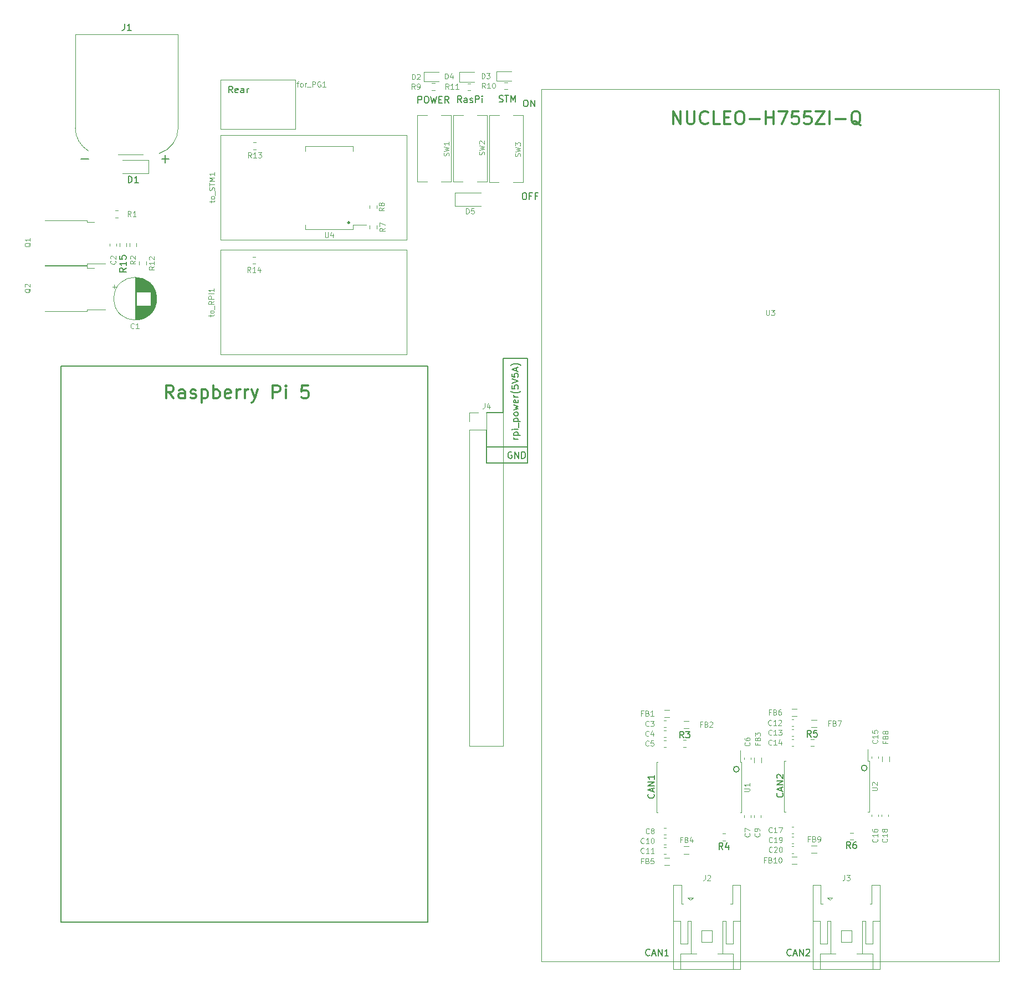
<source format=gbr>
%TF.GenerationSoftware,KiCad,Pcbnew,7.0.11*%
%TF.CreationDate,2025-03-20T11:18:49+09:00*%
%TF.ProjectId,RDC_Humanoid_Logic,5244435f-4875-46d6-916e-6f69645f4c6f,rev?*%
%TF.SameCoordinates,Original*%
%TF.FileFunction,Legend,Top*%
%TF.FilePolarity,Positive*%
%FSLAX46Y46*%
G04 Gerber Fmt 4.6, Leading zero omitted, Abs format (unit mm)*
G04 Created by KiCad (PCBNEW 7.0.11) date 2025-03-20 11:18:49*
%MOMM*%
%LPD*%
G01*
G04 APERTURE LIST*
%ADD10C,0.150000*%
%ADD11C,0.275000*%
%ADD12C,0.300000*%
%ADD13C,0.100000*%
%ADD14C,0.120000*%
G04 APERTURE END LIST*
D10*
X73542500Y-69760000D02*
X129542500Y-69760000D01*
X129542500Y-154760000D01*
X73542500Y-154760000D01*
X73542500Y-69760000D01*
X144780000Y-68580000D02*
X144780000Y-82067400D01*
X138506200Y-82067400D02*
X138507500Y-79475000D01*
X138506200Y-82067400D02*
X144780000Y-82067400D01*
X144780000Y-84556600D01*
X138506200Y-84556600D01*
X138506200Y-82067400D01*
X138507500Y-76875000D02*
X141107500Y-76875000D01*
X141097000Y-68580000D02*
X144780000Y-68580000D01*
X144576800Y-82067400D02*
X138506200Y-82067400D01*
X141097000Y-76885800D02*
X141097000Y-68580000D01*
D11*
X117612500Y-47800000D02*
G75*
G03*
X117337500Y-47800000I-137500J0D01*
G01*
X117337500Y-47800000D02*
G75*
G03*
X117612500Y-47800000I137500J0D01*
G01*
D10*
X196672946Y-131190254D02*
G75*
G03*
X195807854Y-131190254I-432546J0D01*
G01*
X195807854Y-131190254D02*
G75*
G03*
X196672946Y-131190254I432546J0D01*
G01*
X177114946Y-131368800D02*
G75*
G03*
X176249854Y-131368800I-432546J0D01*
G01*
X176249854Y-131368800D02*
G75*
G03*
X177114946Y-131368800I432546J0D01*
G01*
X185058207Y-159794580D02*
X185010588Y-159842200D01*
X185010588Y-159842200D02*
X184867731Y-159889819D01*
X184867731Y-159889819D02*
X184772493Y-159889819D01*
X184772493Y-159889819D02*
X184629636Y-159842200D01*
X184629636Y-159842200D02*
X184534398Y-159746961D01*
X184534398Y-159746961D02*
X184486779Y-159651723D01*
X184486779Y-159651723D02*
X184439160Y-159461247D01*
X184439160Y-159461247D02*
X184439160Y-159318390D01*
X184439160Y-159318390D02*
X184486779Y-159127914D01*
X184486779Y-159127914D02*
X184534398Y-159032676D01*
X184534398Y-159032676D02*
X184629636Y-158937438D01*
X184629636Y-158937438D02*
X184772493Y-158889819D01*
X184772493Y-158889819D02*
X184867731Y-158889819D01*
X184867731Y-158889819D02*
X185010588Y-158937438D01*
X185010588Y-158937438D02*
X185058207Y-158985057D01*
X185439160Y-159604104D02*
X185915350Y-159604104D01*
X185343922Y-159889819D02*
X185677255Y-158889819D01*
X185677255Y-158889819D02*
X186010588Y-159889819D01*
X186343922Y-159889819D02*
X186343922Y-158889819D01*
X186343922Y-158889819D02*
X186915350Y-159889819D01*
X186915350Y-159889819D02*
X186915350Y-158889819D01*
X187343922Y-158985057D02*
X187391541Y-158937438D01*
X187391541Y-158937438D02*
X187486779Y-158889819D01*
X187486779Y-158889819D02*
X187724874Y-158889819D01*
X187724874Y-158889819D02*
X187820112Y-158937438D01*
X187820112Y-158937438D02*
X187867731Y-158985057D01*
X187867731Y-158985057D02*
X187915350Y-159080295D01*
X187915350Y-159080295D02*
X187915350Y-159175533D01*
X187915350Y-159175533D02*
X187867731Y-159318390D01*
X187867731Y-159318390D02*
X187296303Y-159889819D01*
X187296303Y-159889819D02*
X187915350Y-159889819D01*
X143379819Y-80943220D02*
X142713152Y-80943220D01*
X142903628Y-80943220D02*
X142808390Y-80895601D01*
X142808390Y-80895601D02*
X142760771Y-80847982D01*
X142760771Y-80847982D02*
X142713152Y-80752744D01*
X142713152Y-80752744D02*
X142713152Y-80657506D01*
X142713152Y-80324172D02*
X143713152Y-80324172D01*
X142760771Y-80324172D02*
X142713152Y-80228934D01*
X142713152Y-80228934D02*
X142713152Y-80038458D01*
X142713152Y-80038458D02*
X142760771Y-79943220D01*
X142760771Y-79943220D02*
X142808390Y-79895601D01*
X142808390Y-79895601D02*
X142903628Y-79847982D01*
X142903628Y-79847982D02*
X143189342Y-79847982D01*
X143189342Y-79847982D02*
X143284580Y-79895601D01*
X143284580Y-79895601D02*
X143332200Y-79943220D01*
X143332200Y-79943220D02*
X143379819Y-80038458D01*
X143379819Y-80038458D02*
X143379819Y-80228934D01*
X143379819Y-80228934D02*
X143332200Y-80324172D01*
X143379819Y-79419410D02*
X142713152Y-79419410D01*
X142379819Y-79419410D02*
X142427438Y-79467029D01*
X142427438Y-79467029D02*
X142475057Y-79419410D01*
X142475057Y-79419410D02*
X142427438Y-79371791D01*
X142427438Y-79371791D02*
X142379819Y-79419410D01*
X142379819Y-79419410D02*
X142475057Y-79419410D01*
X143475057Y-79181316D02*
X143475057Y-78419411D01*
X142713152Y-78181315D02*
X143713152Y-78181315D01*
X142760771Y-78181315D02*
X142713152Y-78086077D01*
X142713152Y-78086077D02*
X142713152Y-77895601D01*
X142713152Y-77895601D02*
X142760771Y-77800363D01*
X142760771Y-77800363D02*
X142808390Y-77752744D01*
X142808390Y-77752744D02*
X142903628Y-77705125D01*
X142903628Y-77705125D02*
X143189342Y-77705125D01*
X143189342Y-77705125D02*
X143284580Y-77752744D01*
X143284580Y-77752744D02*
X143332200Y-77800363D01*
X143332200Y-77800363D02*
X143379819Y-77895601D01*
X143379819Y-77895601D02*
X143379819Y-78086077D01*
X143379819Y-78086077D02*
X143332200Y-78181315D01*
X143379819Y-77133696D02*
X143332200Y-77228934D01*
X143332200Y-77228934D02*
X143284580Y-77276553D01*
X143284580Y-77276553D02*
X143189342Y-77324172D01*
X143189342Y-77324172D02*
X142903628Y-77324172D01*
X142903628Y-77324172D02*
X142808390Y-77276553D01*
X142808390Y-77276553D02*
X142760771Y-77228934D01*
X142760771Y-77228934D02*
X142713152Y-77133696D01*
X142713152Y-77133696D02*
X142713152Y-76990839D01*
X142713152Y-76990839D02*
X142760771Y-76895601D01*
X142760771Y-76895601D02*
X142808390Y-76847982D01*
X142808390Y-76847982D02*
X142903628Y-76800363D01*
X142903628Y-76800363D02*
X143189342Y-76800363D01*
X143189342Y-76800363D02*
X143284580Y-76847982D01*
X143284580Y-76847982D02*
X143332200Y-76895601D01*
X143332200Y-76895601D02*
X143379819Y-76990839D01*
X143379819Y-76990839D02*
X143379819Y-77133696D01*
X142713152Y-76467029D02*
X143379819Y-76276553D01*
X143379819Y-76276553D02*
X142903628Y-76086077D01*
X142903628Y-76086077D02*
X143379819Y-75895601D01*
X143379819Y-75895601D02*
X142713152Y-75705125D01*
X143332200Y-74943220D02*
X143379819Y-75038458D01*
X143379819Y-75038458D02*
X143379819Y-75228934D01*
X143379819Y-75228934D02*
X143332200Y-75324172D01*
X143332200Y-75324172D02*
X143236961Y-75371791D01*
X143236961Y-75371791D02*
X142856009Y-75371791D01*
X142856009Y-75371791D02*
X142760771Y-75324172D01*
X142760771Y-75324172D02*
X142713152Y-75228934D01*
X142713152Y-75228934D02*
X142713152Y-75038458D01*
X142713152Y-75038458D02*
X142760771Y-74943220D01*
X142760771Y-74943220D02*
X142856009Y-74895601D01*
X142856009Y-74895601D02*
X142951247Y-74895601D01*
X142951247Y-74895601D02*
X143046485Y-75371791D01*
X143379819Y-74467029D02*
X142713152Y-74467029D01*
X142903628Y-74467029D02*
X142808390Y-74419410D01*
X142808390Y-74419410D02*
X142760771Y-74371791D01*
X142760771Y-74371791D02*
X142713152Y-74276553D01*
X142713152Y-74276553D02*
X142713152Y-74181315D01*
X143760771Y-73562267D02*
X143713152Y-73609886D01*
X143713152Y-73609886D02*
X143570295Y-73705124D01*
X143570295Y-73705124D02*
X143475057Y-73752743D01*
X143475057Y-73752743D02*
X143332200Y-73800362D01*
X143332200Y-73800362D02*
X143094104Y-73847981D01*
X143094104Y-73847981D02*
X142903628Y-73847981D01*
X142903628Y-73847981D02*
X142665533Y-73800362D01*
X142665533Y-73800362D02*
X142522676Y-73752743D01*
X142522676Y-73752743D02*
X142427438Y-73705124D01*
X142427438Y-73705124D02*
X142284580Y-73609886D01*
X142284580Y-73609886D02*
X142236961Y-73562267D01*
X142379819Y-72705124D02*
X142379819Y-73181314D01*
X142379819Y-73181314D02*
X142856009Y-73228933D01*
X142856009Y-73228933D02*
X142808390Y-73181314D01*
X142808390Y-73181314D02*
X142760771Y-73086076D01*
X142760771Y-73086076D02*
X142760771Y-72847981D01*
X142760771Y-72847981D02*
X142808390Y-72752743D01*
X142808390Y-72752743D02*
X142856009Y-72705124D01*
X142856009Y-72705124D02*
X142951247Y-72657505D01*
X142951247Y-72657505D02*
X143189342Y-72657505D01*
X143189342Y-72657505D02*
X143284580Y-72705124D01*
X143284580Y-72705124D02*
X143332200Y-72752743D01*
X143332200Y-72752743D02*
X143379819Y-72847981D01*
X143379819Y-72847981D02*
X143379819Y-73086076D01*
X143379819Y-73086076D02*
X143332200Y-73181314D01*
X143332200Y-73181314D02*
X143284580Y-73228933D01*
X142379819Y-72371790D02*
X143379819Y-72038457D01*
X143379819Y-72038457D02*
X142379819Y-71705124D01*
X142379819Y-70895600D02*
X142379819Y-71371790D01*
X142379819Y-71371790D02*
X142856009Y-71419409D01*
X142856009Y-71419409D02*
X142808390Y-71371790D01*
X142808390Y-71371790D02*
X142760771Y-71276552D01*
X142760771Y-71276552D02*
X142760771Y-71038457D01*
X142760771Y-71038457D02*
X142808390Y-70943219D01*
X142808390Y-70943219D02*
X142856009Y-70895600D01*
X142856009Y-70895600D02*
X142951247Y-70847981D01*
X142951247Y-70847981D02*
X143189342Y-70847981D01*
X143189342Y-70847981D02*
X143284580Y-70895600D01*
X143284580Y-70895600D02*
X143332200Y-70943219D01*
X143332200Y-70943219D02*
X143379819Y-71038457D01*
X143379819Y-71038457D02*
X143379819Y-71276552D01*
X143379819Y-71276552D02*
X143332200Y-71371790D01*
X143332200Y-71371790D02*
X143284580Y-71419409D01*
X143094104Y-70467028D02*
X143094104Y-69990838D01*
X143379819Y-70562266D02*
X142379819Y-70228933D01*
X142379819Y-70228933D02*
X143379819Y-69895600D01*
X143760771Y-69657504D02*
X143713152Y-69609885D01*
X143713152Y-69609885D02*
X143570295Y-69514647D01*
X143570295Y-69514647D02*
X143475057Y-69467028D01*
X143475057Y-69467028D02*
X143332200Y-69419409D01*
X143332200Y-69419409D02*
X143094104Y-69371790D01*
X143094104Y-69371790D02*
X142903628Y-69371790D01*
X142903628Y-69371790D02*
X142665533Y-69419409D01*
X142665533Y-69419409D02*
X142522676Y-69467028D01*
X142522676Y-69467028D02*
X142427438Y-69514647D01*
X142427438Y-69514647D02*
X142284580Y-69609885D01*
X142284580Y-69609885D02*
X142236961Y-69657504D01*
X128061779Y-29501069D02*
X128061779Y-28501069D01*
X128061779Y-28501069D02*
X128442731Y-28501069D01*
X128442731Y-28501069D02*
X128537969Y-28548688D01*
X128537969Y-28548688D02*
X128585588Y-28596307D01*
X128585588Y-28596307D02*
X128633207Y-28691545D01*
X128633207Y-28691545D02*
X128633207Y-28834402D01*
X128633207Y-28834402D02*
X128585588Y-28929640D01*
X128585588Y-28929640D02*
X128537969Y-28977259D01*
X128537969Y-28977259D02*
X128442731Y-29024878D01*
X128442731Y-29024878D02*
X128061779Y-29024878D01*
X129252255Y-28501069D02*
X129442731Y-28501069D01*
X129442731Y-28501069D02*
X129537969Y-28548688D01*
X129537969Y-28548688D02*
X129633207Y-28643926D01*
X129633207Y-28643926D02*
X129680826Y-28834402D01*
X129680826Y-28834402D02*
X129680826Y-29167735D01*
X129680826Y-29167735D02*
X129633207Y-29358211D01*
X129633207Y-29358211D02*
X129537969Y-29453450D01*
X129537969Y-29453450D02*
X129442731Y-29501069D01*
X129442731Y-29501069D02*
X129252255Y-29501069D01*
X129252255Y-29501069D02*
X129157017Y-29453450D01*
X129157017Y-29453450D02*
X129061779Y-29358211D01*
X129061779Y-29358211D02*
X129014160Y-29167735D01*
X129014160Y-29167735D02*
X129014160Y-28834402D01*
X129014160Y-28834402D02*
X129061779Y-28643926D01*
X129061779Y-28643926D02*
X129157017Y-28548688D01*
X129157017Y-28548688D02*
X129252255Y-28501069D01*
X130014160Y-28501069D02*
X130252255Y-29501069D01*
X130252255Y-29501069D02*
X130442731Y-28786783D01*
X130442731Y-28786783D02*
X130633207Y-29501069D01*
X130633207Y-29501069D02*
X130871303Y-28501069D01*
X131252255Y-28977259D02*
X131585588Y-28977259D01*
X131728445Y-29501069D02*
X131252255Y-29501069D01*
X131252255Y-29501069D02*
X131252255Y-28501069D01*
X131252255Y-28501069D02*
X131728445Y-28501069D01*
X132728445Y-29501069D02*
X132395112Y-29024878D01*
X132157017Y-29501069D02*
X132157017Y-28501069D01*
X132157017Y-28501069D02*
X132537969Y-28501069D01*
X132537969Y-28501069D02*
X132633207Y-28548688D01*
X132633207Y-28548688D02*
X132680826Y-28596307D01*
X132680826Y-28596307D02*
X132728445Y-28691545D01*
X132728445Y-28691545D02*
X132728445Y-28834402D01*
X132728445Y-28834402D02*
X132680826Y-28929640D01*
X132680826Y-28929640D02*
X132633207Y-28977259D01*
X132633207Y-28977259D02*
X132537969Y-29024878D01*
X132537969Y-29024878D02*
X132157017Y-29024878D01*
D12*
X90716415Y-74669638D02*
X90049748Y-73717257D01*
X89573558Y-74669638D02*
X89573558Y-72669638D01*
X89573558Y-72669638D02*
X90335463Y-72669638D01*
X90335463Y-72669638D02*
X90525939Y-72764876D01*
X90525939Y-72764876D02*
X90621177Y-72860114D01*
X90621177Y-72860114D02*
X90716415Y-73050590D01*
X90716415Y-73050590D02*
X90716415Y-73336304D01*
X90716415Y-73336304D02*
X90621177Y-73526780D01*
X90621177Y-73526780D02*
X90525939Y-73622019D01*
X90525939Y-73622019D02*
X90335463Y-73717257D01*
X90335463Y-73717257D02*
X89573558Y-73717257D01*
X92430701Y-74669638D02*
X92430701Y-73622019D01*
X92430701Y-73622019D02*
X92335463Y-73431542D01*
X92335463Y-73431542D02*
X92144987Y-73336304D01*
X92144987Y-73336304D02*
X91764034Y-73336304D01*
X91764034Y-73336304D02*
X91573558Y-73431542D01*
X92430701Y-74574400D02*
X92240225Y-74669638D01*
X92240225Y-74669638D02*
X91764034Y-74669638D01*
X91764034Y-74669638D02*
X91573558Y-74574400D01*
X91573558Y-74574400D02*
X91478320Y-74383923D01*
X91478320Y-74383923D02*
X91478320Y-74193447D01*
X91478320Y-74193447D02*
X91573558Y-74002971D01*
X91573558Y-74002971D02*
X91764034Y-73907733D01*
X91764034Y-73907733D02*
X92240225Y-73907733D01*
X92240225Y-73907733D02*
X92430701Y-73812495D01*
X93287844Y-74574400D02*
X93478320Y-74669638D01*
X93478320Y-74669638D02*
X93859272Y-74669638D01*
X93859272Y-74669638D02*
X94049749Y-74574400D01*
X94049749Y-74574400D02*
X94144987Y-74383923D01*
X94144987Y-74383923D02*
X94144987Y-74288685D01*
X94144987Y-74288685D02*
X94049749Y-74098209D01*
X94049749Y-74098209D02*
X93859272Y-74002971D01*
X93859272Y-74002971D02*
X93573558Y-74002971D01*
X93573558Y-74002971D02*
X93383082Y-73907733D01*
X93383082Y-73907733D02*
X93287844Y-73717257D01*
X93287844Y-73717257D02*
X93287844Y-73622019D01*
X93287844Y-73622019D02*
X93383082Y-73431542D01*
X93383082Y-73431542D02*
X93573558Y-73336304D01*
X93573558Y-73336304D02*
X93859272Y-73336304D01*
X93859272Y-73336304D02*
X94049749Y-73431542D01*
X95002130Y-73336304D02*
X95002130Y-75336304D01*
X95002130Y-73431542D02*
X95192606Y-73336304D01*
X95192606Y-73336304D02*
X95573559Y-73336304D01*
X95573559Y-73336304D02*
X95764035Y-73431542D01*
X95764035Y-73431542D02*
X95859273Y-73526780D01*
X95859273Y-73526780D02*
X95954511Y-73717257D01*
X95954511Y-73717257D02*
X95954511Y-74288685D01*
X95954511Y-74288685D02*
X95859273Y-74479161D01*
X95859273Y-74479161D02*
X95764035Y-74574400D01*
X95764035Y-74574400D02*
X95573559Y-74669638D01*
X95573559Y-74669638D02*
X95192606Y-74669638D01*
X95192606Y-74669638D02*
X95002130Y-74574400D01*
X96811654Y-74669638D02*
X96811654Y-72669638D01*
X96811654Y-73431542D02*
X97002130Y-73336304D01*
X97002130Y-73336304D02*
X97383083Y-73336304D01*
X97383083Y-73336304D02*
X97573559Y-73431542D01*
X97573559Y-73431542D02*
X97668797Y-73526780D01*
X97668797Y-73526780D02*
X97764035Y-73717257D01*
X97764035Y-73717257D02*
X97764035Y-74288685D01*
X97764035Y-74288685D02*
X97668797Y-74479161D01*
X97668797Y-74479161D02*
X97573559Y-74574400D01*
X97573559Y-74574400D02*
X97383083Y-74669638D01*
X97383083Y-74669638D02*
X97002130Y-74669638D01*
X97002130Y-74669638D02*
X96811654Y-74574400D01*
X99383083Y-74574400D02*
X99192607Y-74669638D01*
X99192607Y-74669638D02*
X98811654Y-74669638D01*
X98811654Y-74669638D02*
X98621178Y-74574400D01*
X98621178Y-74574400D02*
X98525940Y-74383923D01*
X98525940Y-74383923D02*
X98525940Y-73622019D01*
X98525940Y-73622019D02*
X98621178Y-73431542D01*
X98621178Y-73431542D02*
X98811654Y-73336304D01*
X98811654Y-73336304D02*
X99192607Y-73336304D01*
X99192607Y-73336304D02*
X99383083Y-73431542D01*
X99383083Y-73431542D02*
X99478321Y-73622019D01*
X99478321Y-73622019D02*
X99478321Y-73812495D01*
X99478321Y-73812495D02*
X98525940Y-74002971D01*
X100335464Y-74669638D02*
X100335464Y-73336304D01*
X100335464Y-73717257D02*
X100430702Y-73526780D01*
X100430702Y-73526780D02*
X100525940Y-73431542D01*
X100525940Y-73431542D02*
X100716416Y-73336304D01*
X100716416Y-73336304D02*
X100906893Y-73336304D01*
X101573559Y-74669638D02*
X101573559Y-73336304D01*
X101573559Y-73717257D02*
X101668797Y-73526780D01*
X101668797Y-73526780D02*
X101764035Y-73431542D01*
X101764035Y-73431542D02*
X101954511Y-73336304D01*
X101954511Y-73336304D02*
X102144988Y-73336304D01*
X102621178Y-73336304D02*
X103097368Y-74669638D01*
X103573559Y-73336304D02*
X103097368Y-74669638D01*
X103097368Y-74669638D02*
X102906892Y-75145828D01*
X102906892Y-75145828D02*
X102811654Y-75241066D01*
X102811654Y-75241066D02*
X102621178Y-75336304D01*
X105859274Y-74669638D02*
X105859274Y-72669638D01*
X105859274Y-72669638D02*
X106621179Y-72669638D01*
X106621179Y-72669638D02*
X106811655Y-72764876D01*
X106811655Y-72764876D02*
X106906893Y-72860114D01*
X106906893Y-72860114D02*
X107002131Y-73050590D01*
X107002131Y-73050590D02*
X107002131Y-73336304D01*
X107002131Y-73336304D02*
X106906893Y-73526780D01*
X106906893Y-73526780D02*
X106811655Y-73622019D01*
X106811655Y-73622019D02*
X106621179Y-73717257D01*
X106621179Y-73717257D02*
X105859274Y-73717257D01*
X107859274Y-74669638D02*
X107859274Y-73336304D01*
X107859274Y-72669638D02*
X107764036Y-72764876D01*
X107764036Y-72764876D02*
X107859274Y-72860114D01*
X107859274Y-72860114D02*
X107954512Y-72764876D01*
X107954512Y-72764876D02*
X107859274Y-72669638D01*
X107859274Y-72669638D02*
X107859274Y-72860114D01*
X111287846Y-72669638D02*
X110335465Y-72669638D01*
X110335465Y-72669638D02*
X110240227Y-73622019D01*
X110240227Y-73622019D02*
X110335465Y-73526780D01*
X110335465Y-73526780D02*
X110525941Y-73431542D01*
X110525941Y-73431542D02*
X111002132Y-73431542D01*
X111002132Y-73431542D02*
X111192608Y-73526780D01*
X111192608Y-73526780D02*
X111287846Y-73622019D01*
X111287846Y-73622019D02*
X111383084Y-73812495D01*
X111383084Y-73812495D02*
X111383084Y-74288685D01*
X111383084Y-74288685D02*
X111287846Y-74479161D01*
X111287846Y-74479161D02*
X111192608Y-74574400D01*
X111192608Y-74574400D02*
X111002132Y-74669638D01*
X111002132Y-74669638D02*
X110525941Y-74669638D01*
X110525941Y-74669638D02*
X110335465Y-74574400D01*
X110335465Y-74574400D02*
X110240227Y-74479161D01*
D10*
X134708207Y-29448569D02*
X134374874Y-28972378D01*
X134136779Y-29448569D02*
X134136779Y-28448569D01*
X134136779Y-28448569D02*
X134517731Y-28448569D01*
X134517731Y-28448569D02*
X134612969Y-28496188D01*
X134612969Y-28496188D02*
X134660588Y-28543807D01*
X134660588Y-28543807D02*
X134708207Y-28639045D01*
X134708207Y-28639045D02*
X134708207Y-28781902D01*
X134708207Y-28781902D02*
X134660588Y-28877140D01*
X134660588Y-28877140D02*
X134612969Y-28924759D01*
X134612969Y-28924759D02*
X134517731Y-28972378D01*
X134517731Y-28972378D02*
X134136779Y-28972378D01*
X135565350Y-29448569D02*
X135565350Y-28924759D01*
X135565350Y-28924759D02*
X135517731Y-28829521D01*
X135517731Y-28829521D02*
X135422493Y-28781902D01*
X135422493Y-28781902D02*
X135232017Y-28781902D01*
X135232017Y-28781902D02*
X135136779Y-28829521D01*
X135565350Y-29400950D02*
X135470112Y-29448569D01*
X135470112Y-29448569D02*
X135232017Y-29448569D01*
X135232017Y-29448569D02*
X135136779Y-29400950D01*
X135136779Y-29400950D02*
X135089160Y-29305711D01*
X135089160Y-29305711D02*
X135089160Y-29210473D01*
X135089160Y-29210473D02*
X135136779Y-29115235D01*
X135136779Y-29115235D02*
X135232017Y-29067616D01*
X135232017Y-29067616D02*
X135470112Y-29067616D01*
X135470112Y-29067616D02*
X135565350Y-29019997D01*
X135993922Y-29400950D02*
X136089160Y-29448569D01*
X136089160Y-29448569D02*
X136279636Y-29448569D01*
X136279636Y-29448569D02*
X136374874Y-29400950D01*
X136374874Y-29400950D02*
X136422493Y-29305711D01*
X136422493Y-29305711D02*
X136422493Y-29258092D01*
X136422493Y-29258092D02*
X136374874Y-29162854D01*
X136374874Y-29162854D02*
X136279636Y-29115235D01*
X136279636Y-29115235D02*
X136136779Y-29115235D01*
X136136779Y-29115235D02*
X136041541Y-29067616D01*
X136041541Y-29067616D02*
X135993922Y-28972378D01*
X135993922Y-28972378D02*
X135993922Y-28924759D01*
X135993922Y-28924759D02*
X136041541Y-28829521D01*
X136041541Y-28829521D02*
X136136779Y-28781902D01*
X136136779Y-28781902D02*
X136279636Y-28781902D01*
X136279636Y-28781902D02*
X136374874Y-28829521D01*
X136851065Y-29448569D02*
X136851065Y-28448569D01*
X136851065Y-28448569D02*
X137232017Y-28448569D01*
X137232017Y-28448569D02*
X137327255Y-28496188D01*
X137327255Y-28496188D02*
X137374874Y-28543807D01*
X137374874Y-28543807D02*
X137422493Y-28639045D01*
X137422493Y-28639045D02*
X137422493Y-28781902D01*
X137422493Y-28781902D02*
X137374874Y-28877140D01*
X137374874Y-28877140D02*
X137327255Y-28924759D01*
X137327255Y-28924759D02*
X137232017Y-28972378D01*
X137232017Y-28972378D02*
X136851065Y-28972378D01*
X137851065Y-29448569D02*
X137851065Y-28781902D01*
X137851065Y-28448569D02*
X137803446Y-28496188D01*
X137803446Y-28496188D02*
X137851065Y-28543807D01*
X137851065Y-28543807D02*
X137898684Y-28496188D01*
X137898684Y-28496188D02*
X137851065Y-28448569D01*
X137851065Y-28448569D02*
X137851065Y-28543807D01*
X183764580Y-135021792D02*
X183812200Y-135069411D01*
X183812200Y-135069411D02*
X183859819Y-135212268D01*
X183859819Y-135212268D02*
X183859819Y-135307506D01*
X183859819Y-135307506D02*
X183812200Y-135450363D01*
X183812200Y-135450363D02*
X183716961Y-135545601D01*
X183716961Y-135545601D02*
X183621723Y-135593220D01*
X183621723Y-135593220D02*
X183431247Y-135640839D01*
X183431247Y-135640839D02*
X183288390Y-135640839D01*
X183288390Y-135640839D02*
X183097914Y-135593220D01*
X183097914Y-135593220D02*
X183002676Y-135545601D01*
X183002676Y-135545601D02*
X182907438Y-135450363D01*
X182907438Y-135450363D02*
X182859819Y-135307506D01*
X182859819Y-135307506D02*
X182859819Y-135212268D01*
X182859819Y-135212268D02*
X182907438Y-135069411D01*
X182907438Y-135069411D02*
X182955057Y-135021792D01*
X183574104Y-134640839D02*
X183574104Y-134164649D01*
X183859819Y-134736077D02*
X182859819Y-134402744D01*
X182859819Y-134402744D02*
X183859819Y-134069411D01*
X183859819Y-133736077D02*
X182859819Y-133736077D01*
X182859819Y-133736077D02*
X183859819Y-133164649D01*
X183859819Y-133164649D02*
X182859819Y-133164649D01*
X182955057Y-132736077D02*
X182907438Y-132688458D01*
X182907438Y-132688458D02*
X182859819Y-132593220D01*
X182859819Y-132593220D02*
X182859819Y-132355125D01*
X182859819Y-132355125D02*
X182907438Y-132259887D01*
X182907438Y-132259887D02*
X182955057Y-132212268D01*
X182955057Y-132212268D02*
X183050295Y-132164649D01*
X183050295Y-132164649D02*
X183145533Y-132164649D01*
X183145533Y-132164649D02*
X183288390Y-132212268D01*
X183288390Y-132212268D02*
X183859819Y-132783696D01*
X183859819Y-132783696D02*
X183859819Y-132164649D01*
X163468207Y-159794580D02*
X163420588Y-159842200D01*
X163420588Y-159842200D02*
X163277731Y-159889819D01*
X163277731Y-159889819D02*
X163182493Y-159889819D01*
X163182493Y-159889819D02*
X163039636Y-159842200D01*
X163039636Y-159842200D02*
X162944398Y-159746961D01*
X162944398Y-159746961D02*
X162896779Y-159651723D01*
X162896779Y-159651723D02*
X162849160Y-159461247D01*
X162849160Y-159461247D02*
X162849160Y-159318390D01*
X162849160Y-159318390D02*
X162896779Y-159127914D01*
X162896779Y-159127914D02*
X162944398Y-159032676D01*
X162944398Y-159032676D02*
X163039636Y-158937438D01*
X163039636Y-158937438D02*
X163182493Y-158889819D01*
X163182493Y-158889819D02*
X163277731Y-158889819D01*
X163277731Y-158889819D02*
X163420588Y-158937438D01*
X163420588Y-158937438D02*
X163468207Y-158985057D01*
X163849160Y-159604104D02*
X164325350Y-159604104D01*
X163753922Y-159889819D02*
X164087255Y-158889819D01*
X164087255Y-158889819D02*
X164420588Y-159889819D01*
X164753922Y-159889819D02*
X164753922Y-158889819D01*
X164753922Y-158889819D02*
X165325350Y-159889819D01*
X165325350Y-159889819D02*
X165325350Y-158889819D01*
X166325350Y-159889819D02*
X165753922Y-159889819D01*
X166039636Y-159889819D02*
X166039636Y-158889819D01*
X166039636Y-158889819D02*
X165944398Y-159032676D01*
X165944398Y-159032676D02*
X165849160Y-159127914D01*
X165849160Y-159127914D02*
X165753922Y-159175533D01*
X164074580Y-135171792D02*
X164122200Y-135219411D01*
X164122200Y-135219411D02*
X164169819Y-135362268D01*
X164169819Y-135362268D02*
X164169819Y-135457506D01*
X164169819Y-135457506D02*
X164122200Y-135600363D01*
X164122200Y-135600363D02*
X164026961Y-135695601D01*
X164026961Y-135695601D02*
X163931723Y-135743220D01*
X163931723Y-135743220D02*
X163741247Y-135790839D01*
X163741247Y-135790839D02*
X163598390Y-135790839D01*
X163598390Y-135790839D02*
X163407914Y-135743220D01*
X163407914Y-135743220D02*
X163312676Y-135695601D01*
X163312676Y-135695601D02*
X163217438Y-135600363D01*
X163217438Y-135600363D02*
X163169819Y-135457506D01*
X163169819Y-135457506D02*
X163169819Y-135362268D01*
X163169819Y-135362268D02*
X163217438Y-135219411D01*
X163217438Y-135219411D02*
X163265057Y-135171792D01*
X163884104Y-134790839D02*
X163884104Y-134314649D01*
X164169819Y-134886077D02*
X163169819Y-134552744D01*
X163169819Y-134552744D02*
X164169819Y-134219411D01*
X164169819Y-133886077D02*
X163169819Y-133886077D01*
X163169819Y-133886077D02*
X164169819Y-133314649D01*
X164169819Y-133314649D02*
X163169819Y-133314649D01*
X164169819Y-132314649D02*
X164169819Y-132886077D01*
X164169819Y-132600363D02*
X163169819Y-132600363D01*
X163169819Y-132600363D02*
X163312676Y-132695601D01*
X163312676Y-132695601D02*
X163407914Y-132790839D01*
X163407914Y-132790839D02*
X163455533Y-132886077D01*
X144427255Y-29069819D02*
X144617731Y-29069819D01*
X144617731Y-29069819D02*
X144712969Y-29117438D01*
X144712969Y-29117438D02*
X144808207Y-29212676D01*
X144808207Y-29212676D02*
X144855826Y-29403152D01*
X144855826Y-29403152D02*
X144855826Y-29736485D01*
X144855826Y-29736485D02*
X144808207Y-29926961D01*
X144808207Y-29926961D02*
X144712969Y-30022200D01*
X144712969Y-30022200D02*
X144617731Y-30069819D01*
X144617731Y-30069819D02*
X144427255Y-30069819D01*
X144427255Y-30069819D02*
X144332017Y-30022200D01*
X144332017Y-30022200D02*
X144236779Y-29926961D01*
X144236779Y-29926961D02*
X144189160Y-29736485D01*
X144189160Y-29736485D02*
X144189160Y-29403152D01*
X144189160Y-29403152D02*
X144236779Y-29212676D01*
X144236779Y-29212676D02*
X144332017Y-29117438D01*
X144332017Y-29117438D02*
X144427255Y-29069819D01*
X145284398Y-30069819D02*
X145284398Y-29069819D01*
X145284398Y-29069819D02*
X145855826Y-30069819D01*
X145855826Y-30069819D02*
X145855826Y-29069819D01*
X144227255Y-43269819D02*
X144417731Y-43269819D01*
X144417731Y-43269819D02*
X144512969Y-43317438D01*
X144512969Y-43317438D02*
X144608207Y-43412676D01*
X144608207Y-43412676D02*
X144655826Y-43603152D01*
X144655826Y-43603152D02*
X144655826Y-43936485D01*
X144655826Y-43936485D02*
X144608207Y-44126961D01*
X144608207Y-44126961D02*
X144512969Y-44222200D01*
X144512969Y-44222200D02*
X144417731Y-44269819D01*
X144417731Y-44269819D02*
X144227255Y-44269819D01*
X144227255Y-44269819D02*
X144132017Y-44222200D01*
X144132017Y-44222200D02*
X144036779Y-44126961D01*
X144036779Y-44126961D02*
X143989160Y-43936485D01*
X143989160Y-43936485D02*
X143989160Y-43603152D01*
X143989160Y-43603152D02*
X144036779Y-43412676D01*
X144036779Y-43412676D02*
X144132017Y-43317438D01*
X144132017Y-43317438D02*
X144227255Y-43269819D01*
X145417731Y-43746009D02*
X145084398Y-43746009D01*
X145084398Y-44269819D02*
X145084398Y-43269819D01*
X145084398Y-43269819D02*
X145560588Y-43269819D01*
X146274874Y-43746009D02*
X145941541Y-43746009D01*
X145941541Y-44269819D02*
X145941541Y-43269819D01*
X145941541Y-43269819D02*
X146417731Y-43269819D01*
X140464160Y-29322200D02*
X140607017Y-29369819D01*
X140607017Y-29369819D02*
X140845112Y-29369819D01*
X140845112Y-29369819D02*
X140940350Y-29322200D01*
X140940350Y-29322200D02*
X140987969Y-29274580D01*
X140987969Y-29274580D02*
X141035588Y-29179342D01*
X141035588Y-29179342D02*
X141035588Y-29084104D01*
X141035588Y-29084104D02*
X140987969Y-28988866D01*
X140987969Y-28988866D02*
X140940350Y-28941247D01*
X140940350Y-28941247D02*
X140845112Y-28893628D01*
X140845112Y-28893628D02*
X140654636Y-28846009D01*
X140654636Y-28846009D02*
X140559398Y-28798390D01*
X140559398Y-28798390D02*
X140511779Y-28750771D01*
X140511779Y-28750771D02*
X140464160Y-28655533D01*
X140464160Y-28655533D02*
X140464160Y-28560295D01*
X140464160Y-28560295D02*
X140511779Y-28465057D01*
X140511779Y-28465057D02*
X140559398Y-28417438D01*
X140559398Y-28417438D02*
X140654636Y-28369819D01*
X140654636Y-28369819D02*
X140892731Y-28369819D01*
X140892731Y-28369819D02*
X141035588Y-28417438D01*
X141321303Y-28369819D02*
X141892731Y-28369819D01*
X141607017Y-29369819D02*
X141607017Y-28369819D01*
X142226065Y-29369819D02*
X142226065Y-28369819D01*
X142226065Y-28369819D02*
X142559398Y-29084104D01*
X142559398Y-29084104D02*
X142892731Y-28369819D01*
X142892731Y-28369819D02*
X142892731Y-29369819D01*
D12*
X167043558Y-32759638D02*
X167043558Y-30759638D01*
X167043558Y-30759638D02*
X168186415Y-32759638D01*
X168186415Y-32759638D02*
X168186415Y-30759638D01*
X169138796Y-30759638D02*
X169138796Y-32378685D01*
X169138796Y-32378685D02*
X169234034Y-32569161D01*
X169234034Y-32569161D02*
X169329272Y-32664400D01*
X169329272Y-32664400D02*
X169519748Y-32759638D01*
X169519748Y-32759638D02*
X169900701Y-32759638D01*
X169900701Y-32759638D02*
X170091177Y-32664400D01*
X170091177Y-32664400D02*
X170186415Y-32569161D01*
X170186415Y-32569161D02*
X170281653Y-32378685D01*
X170281653Y-32378685D02*
X170281653Y-30759638D01*
X172376891Y-32569161D02*
X172281653Y-32664400D01*
X172281653Y-32664400D02*
X171995939Y-32759638D01*
X171995939Y-32759638D02*
X171805463Y-32759638D01*
X171805463Y-32759638D02*
X171519748Y-32664400D01*
X171519748Y-32664400D02*
X171329272Y-32473923D01*
X171329272Y-32473923D02*
X171234034Y-32283447D01*
X171234034Y-32283447D02*
X171138796Y-31902495D01*
X171138796Y-31902495D02*
X171138796Y-31616780D01*
X171138796Y-31616780D02*
X171234034Y-31235828D01*
X171234034Y-31235828D02*
X171329272Y-31045352D01*
X171329272Y-31045352D02*
X171519748Y-30854876D01*
X171519748Y-30854876D02*
X171805463Y-30759638D01*
X171805463Y-30759638D02*
X171995939Y-30759638D01*
X171995939Y-30759638D02*
X172281653Y-30854876D01*
X172281653Y-30854876D02*
X172376891Y-30950114D01*
X174186415Y-32759638D02*
X173234034Y-32759638D01*
X173234034Y-32759638D02*
X173234034Y-30759638D01*
X174853082Y-31712019D02*
X175519749Y-31712019D01*
X175805463Y-32759638D02*
X174853082Y-32759638D01*
X174853082Y-32759638D02*
X174853082Y-30759638D01*
X174853082Y-30759638D02*
X175805463Y-30759638D01*
X177043558Y-30759638D02*
X177424511Y-30759638D01*
X177424511Y-30759638D02*
X177614987Y-30854876D01*
X177614987Y-30854876D02*
X177805463Y-31045352D01*
X177805463Y-31045352D02*
X177900701Y-31426304D01*
X177900701Y-31426304D02*
X177900701Y-32092971D01*
X177900701Y-32092971D02*
X177805463Y-32473923D01*
X177805463Y-32473923D02*
X177614987Y-32664400D01*
X177614987Y-32664400D02*
X177424511Y-32759638D01*
X177424511Y-32759638D02*
X177043558Y-32759638D01*
X177043558Y-32759638D02*
X176853082Y-32664400D01*
X176853082Y-32664400D02*
X176662606Y-32473923D01*
X176662606Y-32473923D02*
X176567368Y-32092971D01*
X176567368Y-32092971D02*
X176567368Y-31426304D01*
X176567368Y-31426304D02*
X176662606Y-31045352D01*
X176662606Y-31045352D02*
X176853082Y-30854876D01*
X176853082Y-30854876D02*
X177043558Y-30759638D01*
X178757844Y-31997733D02*
X180281654Y-31997733D01*
X181234034Y-32759638D02*
X181234034Y-30759638D01*
X181234034Y-31712019D02*
X182376891Y-31712019D01*
X182376891Y-32759638D02*
X182376891Y-30759638D01*
X183138796Y-30759638D02*
X184472129Y-30759638D01*
X184472129Y-30759638D02*
X183614986Y-32759638D01*
X186186415Y-30759638D02*
X185234034Y-30759638D01*
X185234034Y-30759638D02*
X185138796Y-31712019D01*
X185138796Y-31712019D02*
X185234034Y-31616780D01*
X185234034Y-31616780D02*
X185424510Y-31521542D01*
X185424510Y-31521542D02*
X185900701Y-31521542D01*
X185900701Y-31521542D02*
X186091177Y-31616780D01*
X186091177Y-31616780D02*
X186186415Y-31712019D01*
X186186415Y-31712019D02*
X186281653Y-31902495D01*
X186281653Y-31902495D02*
X186281653Y-32378685D01*
X186281653Y-32378685D02*
X186186415Y-32569161D01*
X186186415Y-32569161D02*
X186091177Y-32664400D01*
X186091177Y-32664400D02*
X185900701Y-32759638D01*
X185900701Y-32759638D02*
X185424510Y-32759638D01*
X185424510Y-32759638D02*
X185234034Y-32664400D01*
X185234034Y-32664400D02*
X185138796Y-32569161D01*
X188091177Y-30759638D02*
X187138796Y-30759638D01*
X187138796Y-30759638D02*
X187043558Y-31712019D01*
X187043558Y-31712019D02*
X187138796Y-31616780D01*
X187138796Y-31616780D02*
X187329272Y-31521542D01*
X187329272Y-31521542D02*
X187805463Y-31521542D01*
X187805463Y-31521542D02*
X187995939Y-31616780D01*
X187995939Y-31616780D02*
X188091177Y-31712019D01*
X188091177Y-31712019D02*
X188186415Y-31902495D01*
X188186415Y-31902495D02*
X188186415Y-32378685D01*
X188186415Y-32378685D02*
X188091177Y-32569161D01*
X188091177Y-32569161D02*
X187995939Y-32664400D01*
X187995939Y-32664400D02*
X187805463Y-32759638D01*
X187805463Y-32759638D02*
X187329272Y-32759638D01*
X187329272Y-32759638D02*
X187138796Y-32664400D01*
X187138796Y-32664400D02*
X187043558Y-32569161D01*
X188853082Y-30759638D02*
X190186415Y-30759638D01*
X190186415Y-30759638D02*
X188853082Y-32759638D01*
X188853082Y-32759638D02*
X190186415Y-32759638D01*
X190948320Y-32759638D02*
X190948320Y-30759638D01*
X191900701Y-31997733D02*
X193424511Y-31997733D01*
X195710224Y-32950114D02*
X195519748Y-32854876D01*
X195519748Y-32854876D02*
X195329272Y-32664400D01*
X195329272Y-32664400D02*
X195043558Y-32378685D01*
X195043558Y-32378685D02*
X194853081Y-32283447D01*
X194853081Y-32283447D02*
X194662605Y-32283447D01*
X194757843Y-32759638D02*
X194567367Y-32664400D01*
X194567367Y-32664400D02*
X194376891Y-32473923D01*
X194376891Y-32473923D02*
X194281653Y-32092971D01*
X194281653Y-32092971D02*
X194281653Y-31426304D01*
X194281653Y-31426304D02*
X194376891Y-31045352D01*
X194376891Y-31045352D02*
X194567367Y-30854876D01*
X194567367Y-30854876D02*
X194757843Y-30759638D01*
X194757843Y-30759638D02*
X195138796Y-30759638D01*
X195138796Y-30759638D02*
X195329272Y-30854876D01*
X195329272Y-30854876D02*
X195519748Y-31045352D01*
X195519748Y-31045352D02*
X195614986Y-31426304D01*
X195614986Y-31426304D02*
X195614986Y-32092971D01*
X195614986Y-32092971D02*
X195519748Y-32473923D01*
X195519748Y-32473923D02*
X195329272Y-32664400D01*
X195329272Y-32664400D02*
X195138796Y-32759638D01*
X195138796Y-32759638D02*
X194757843Y-32759638D01*
D10*
X142363988Y-82889838D02*
X142268750Y-82842219D01*
X142268750Y-82842219D02*
X142125893Y-82842219D01*
X142125893Y-82842219D02*
X141983036Y-82889838D01*
X141983036Y-82889838D02*
X141887798Y-82985076D01*
X141887798Y-82985076D02*
X141840179Y-83080314D01*
X141840179Y-83080314D02*
X141792560Y-83270790D01*
X141792560Y-83270790D02*
X141792560Y-83413647D01*
X141792560Y-83413647D02*
X141840179Y-83604123D01*
X141840179Y-83604123D02*
X141887798Y-83699361D01*
X141887798Y-83699361D02*
X141983036Y-83794600D01*
X141983036Y-83794600D02*
X142125893Y-83842219D01*
X142125893Y-83842219D02*
X142221131Y-83842219D01*
X142221131Y-83842219D02*
X142363988Y-83794600D01*
X142363988Y-83794600D02*
X142411607Y-83746980D01*
X142411607Y-83746980D02*
X142411607Y-83413647D01*
X142411607Y-83413647D02*
X142221131Y-83413647D01*
X142840179Y-83842219D02*
X142840179Y-82842219D01*
X142840179Y-82842219D02*
X143411607Y-83842219D01*
X143411607Y-83842219D02*
X143411607Y-82842219D01*
X143887798Y-83842219D02*
X143887798Y-82842219D01*
X143887798Y-82842219D02*
X144125893Y-82842219D01*
X144125893Y-82842219D02*
X144268750Y-82889838D01*
X144268750Y-82889838D02*
X144363988Y-82985076D01*
X144363988Y-82985076D02*
X144411607Y-83080314D01*
X144411607Y-83080314D02*
X144459226Y-83270790D01*
X144459226Y-83270790D02*
X144459226Y-83413647D01*
X144459226Y-83413647D02*
X144411607Y-83604123D01*
X144411607Y-83604123D02*
X144363988Y-83699361D01*
X144363988Y-83699361D02*
X144268750Y-83794600D01*
X144268750Y-83794600D02*
X144125893Y-83842219D01*
X144125893Y-83842219D02*
X143887798Y-83842219D01*
D13*
X181260476Y-61164895D02*
X181260476Y-61812514D01*
X181260476Y-61812514D02*
X181298571Y-61888704D01*
X181298571Y-61888704D02*
X181336666Y-61926800D01*
X181336666Y-61926800D02*
X181412857Y-61964895D01*
X181412857Y-61964895D02*
X181565238Y-61964895D01*
X181565238Y-61964895D02*
X181641428Y-61926800D01*
X181641428Y-61926800D02*
X181679523Y-61888704D01*
X181679523Y-61888704D02*
X181717619Y-61812514D01*
X181717619Y-61812514D02*
X181717619Y-61164895D01*
X182022380Y-61164895D02*
X182517618Y-61164895D01*
X182517618Y-61164895D02*
X182250952Y-61469657D01*
X182250952Y-61469657D02*
X182365237Y-61469657D01*
X182365237Y-61469657D02*
X182441428Y-61507752D01*
X182441428Y-61507752D02*
X182479523Y-61545847D01*
X182479523Y-61545847D02*
X182517618Y-61622038D01*
X182517618Y-61622038D02*
X182517618Y-61812514D01*
X182517618Y-61812514D02*
X182479523Y-61888704D01*
X182479523Y-61888704D02*
X182441428Y-61926800D01*
X182441428Y-61926800D02*
X182365237Y-61964895D01*
X182365237Y-61964895D02*
X182136666Y-61964895D01*
X182136666Y-61964895D02*
X182060475Y-61926800D01*
X182060475Y-61926800D02*
X182022380Y-61888704D01*
D10*
X83454819Y-54742857D02*
X82978628Y-55076190D01*
X83454819Y-55314285D02*
X82454819Y-55314285D01*
X82454819Y-55314285D02*
X82454819Y-54933333D01*
X82454819Y-54933333D02*
X82502438Y-54838095D01*
X82502438Y-54838095D02*
X82550057Y-54790476D01*
X82550057Y-54790476D02*
X82645295Y-54742857D01*
X82645295Y-54742857D02*
X82788152Y-54742857D01*
X82788152Y-54742857D02*
X82883390Y-54790476D01*
X82883390Y-54790476D02*
X82931009Y-54838095D01*
X82931009Y-54838095D02*
X82978628Y-54933333D01*
X82978628Y-54933333D02*
X82978628Y-55314285D01*
X83454819Y-53790476D02*
X83454819Y-54361904D01*
X83454819Y-54076190D02*
X82454819Y-54076190D01*
X82454819Y-54076190D02*
X82597676Y-54171428D01*
X82597676Y-54171428D02*
X82692914Y-54266666D01*
X82692914Y-54266666D02*
X82740533Y-54361904D01*
X82454819Y-52885714D02*
X82454819Y-53361904D01*
X82454819Y-53361904D02*
X82931009Y-53409523D01*
X82931009Y-53409523D02*
X82883390Y-53361904D01*
X82883390Y-53361904D02*
X82835771Y-53266666D01*
X82835771Y-53266666D02*
X82835771Y-53028571D01*
X82835771Y-53028571D02*
X82883390Y-52933333D01*
X82883390Y-52933333D02*
X82931009Y-52885714D01*
X82931009Y-52885714D02*
X83026247Y-52838095D01*
X83026247Y-52838095D02*
X83264342Y-52838095D01*
X83264342Y-52838095D02*
X83359580Y-52885714D01*
X83359580Y-52885714D02*
X83407200Y-52933333D01*
X83407200Y-52933333D02*
X83454819Y-53028571D01*
X83454819Y-53028571D02*
X83454819Y-53266666D01*
X83454819Y-53266666D02*
X83407200Y-53361904D01*
X83407200Y-53361904D02*
X83359580Y-53409523D01*
D13*
X198188704Y-126914285D02*
X198226800Y-126952381D01*
X198226800Y-126952381D02*
X198264895Y-127066666D01*
X198264895Y-127066666D02*
X198264895Y-127142857D01*
X198264895Y-127142857D02*
X198226800Y-127257143D01*
X198226800Y-127257143D02*
X198150609Y-127333333D01*
X198150609Y-127333333D02*
X198074419Y-127371428D01*
X198074419Y-127371428D02*
X197922038Y-127409524D01*
X197922038Y-127409524D02*
X197807752Y-127409524D01*
X197807752Y-127409524D02*
X197655371Y-127371428D01*
X197655371Y-127371428D02*
X197579180Y-127333333D01*
X197579180Y-127333333D02*
X197502990Y-127257143D01*
X197502990Y-127257143D02*
X197464895Y-127142857D01*
X197464895Y-127142857D02*
X197464895Y-127066666D01*
X197464895Y-127066666D02*
X197502990Y-126952381D01*
X197502990Y-126952381D02*
X197541085Y-126914285D01*
X198264895Y-126152381D02*
X198264895Y-126609524D01*
X198264895Y-126380952D02*
X197464895Y-126380952D01*
X197464895Y-126380952D02*
X197579180Y-126457143D01*
X197579180Y-126457143D02*
X197655371Y-126533333D01*
X197655371Y-126533333D02*
X197693466Y-126609524D01*
X197464895Y-125428571D02*
X197464895Y-125809523D01*
X197464895Y-125809523D02*
X197845847Y-125847619D01*
X197845847Y-125847619D02*
X197807752Y-125809523D01*
X197807752Y-125809523D02*
X197769657Y-125733333D01*
X197769657Y-125733333D02*
X197769657Y-125542857D01*
X197769657Y-125542857D02*
X197807752Y-125466666D01*
X197807752Y-125466666D02*
X197845847Y-125428571D01*
X197845847Y-125428571D02*
X197922038Y-125390476D01*
X197922038Y-125390476D02*
X198112514Y-125390476D01*
X198112514Y-125390476D02*
X198188704Y-125428571D01*
X198188704Y-125428571D02*
X198226800Y-125466666D01*
X198226800Y-125466666D02*
X198264895Y-125542857D01*
X198264895Y-125542857D02*
X198264895Y-125733333D01*
X198264895Y-125733333D02*
X198226800Y-125809523D01*
X198226800Y-125809523D02*
X198188704Y-125847619D01*
X193233333Y-147564895D02*
X193233333Y-148136323D01*
X193233333Y-148136323D02*
X193195238Y-148250609D01*
X193195238Y-148250609D02*
X193119047Y-148326800D01*
X193119047Y-148326800D02*
X193004762Y-148364895D01*
X193004762Y-148364895D02*
X192928571Y-148364895D01*
X193538095Y-147564895D02*
X194033333Y-147564895D01*
X194033333Y-147564895D02*
X193766667Y-147869657D01*
X193766667Y-147869657D02*
X193880952Y-147869657D01*
X193880952Y-147869657D02*
X193957143Y-147907752D01*
X193957143Y-147907752D02*
X193995238Y-147945847D01*
X193995238Y-147945847D02*
X194033333Y-148022038D01*
X194033333Y-148022038D02*
X194033333Y-148212514D01*
X194033333Y-148212514D02*
X193995238Y-148288704D01*
X193995238Y-148288704D02*
X193957143Y-148326800D01*
X193957143Y-148326800D02*
X193880952Y-148364895D01*
X193880952Y-148364895D02*
X193652381Y-148364895D01*
X193652381Y-148364895D02*
X193576190Y-148326800D01*
X193576190Y-148326800D02*
X193538095Y-148288704D01*
X163306667Y-127738704D02*
X163268571Y-127776800D01*
X163268571Y-127776800D02*
X163154286Y-127814895D01*
X163154286Y-127814895D02*
X163078095Y-127814895D01*
X163078095Y-127814895D02*
X162963809Y-127776800D01*
X162963809Y-127776800D02*
X162887619Y-127700609D01*
X162887619Y-127700609D02*
X162849524Y-127624419D01*
X162849524Y-127624419D02*
X162811428Y-127472038D01*
X162811428Y-127472038D02*
X162811428Y-127357752D01*
X162811428Y-127357752D02*
X162849524Y-127205371D01*
X162849524Y-127205371D02*
X162887619Y-127129180D01*
X162887619Y-127129180D02*
X162963809Y-127052990D01*
X162963809Y-127052990D02*
X163078095Y-127014895D01*
X163078095Y-127014895D02*
X163154286Y-127014895D01*
X163154286Y-127014895D02*
X163268571Y-127052990D01*
X163268571Y-127052990D02*
X163306667Y-127091085D01*
X164030476Y-127014895D02*
X163649524Y-127014895D01*
X163649524Y-127014895D02*
X163611428Y-127395847D01*
X163611428Y-127395847D02*
X163649524Y-127357752D01*
X163649524Y-127357752D02*
X163725714Y-127319657D01*
X163725714Y-127319657D02*
X163916190Y-127319657D01*
X163916190Y-127319657D02*
X163992381Y-127357752D01*
X163992381Y-127357752D02*
X164030476Y-127395847D01*
X164030476Y-127395847D02*
X164068571Y-127472038D01*
X164068571Y-127472038D02*
X164068571Y-127662514D01*
X164068571Y-127662514D02*
X164030476Y-127738704D01*
X164030476Y-127738704D02*
X163992381Y-127776800D01*
X163992381Y-127776800D02*
X163916190Y-127814895D01*
X163916190Y-127814895D02*
X163725714Y-127814895D01*
X163725714Y-127814895D02*
X163649524Y-127776800D01*
X163649524Y-127776800D02*
X163611428Y-127738704D01*
X109512380Y-26501561D02*
X109817142Y-26501561D01*
X109626666Y-27034895D02*
X109626666Y-26349180D01*
X109626666Y-26349180D02*
X109664761Y-26272990D01*
X109664761Y-26272990D02*
X109740951Y-26234895D01*
X109740951Y-26234895D02*
X109817142Y-26234895D01*
X110198094Y-27034895D02*
X110121904Y-26996800D01*
X110121904Y-26996800D02*
X110083809Y-26958704D01*
X110083809Y-26958704D02*
X110045713Y-26882514D01*
X110045713Y-26882514D02*
X110045713Y-26653942D01*
X110045713Y-26653942D02*
X110083809Y-26577752D01*
X110083809Y-26577752D02*
X110121904Y-26539657D01*
X110121904Y-26539657D02*
X110198094Y-26501561D01*
X110198094Y-26501561D02*
X110312380Y-26501561D01*
X110312380Y-26501561D02*
X110388571Y-26539657D01*
X110388571Y-26539657D02*
X110426666Y-26577752D01*
X110426666Y-26577752D02*
X110464761Y-26653942D01*
X110464761Y-26653942D02*
X110464761Y-26882514D01*
X110464761Y-26882514D02*
X110426666Y-26958704D01*
X110426666Y-26958704D02*
X110388571Y-26996800D01*
X110388571Y-26996800D02*
X110312380Y-27034895D01*
X110312380Y-27034895D02*
X110198094Y-27034895D01*
X110807619Y-27034895D02*
X110807619Y-26501561D01*
X110807619Y-26653942D02*
X110845714Y-26577752D01*
X110845714Y-26577752D02*
X110883809Y-26539657D01*
X110883809Y-26539657D02*
X110960000Y-26501561D01*
X110960000Y-26501561D02*
X111036190Y-26501561D01*
X111112381Y-27111085D02*
X111721904Y-27111085D01*
X111912381Y-27034895D02*
X111912381Y-26234895D01*
X111912381Y-26234895D02*
X112217143Y-26234895D01*
X112217143Y-26234895D02*
X112293333Y-26272990D01*
X112293333Y-26272990D02*
X112331428Y-26311085D01*
X112331428Y-26311085D02*
X112369524Y-26387276D01*
X112369524Y-26387276D02*
X112369524Y-26501561D01*
X112369524Y-26501561D02*
X112331428Y-26577752D01*
X112331428Y-26577752D02*
X112293333Y-26615847D01*
X112293333Y-26615847D02*
X112217143Y-26653942D01*
X112217143Y-26653942D02*
X111912381Y-26653942D01*
X113131428Y-26272990D02*
X113055238Y-26234895D01*
X113055238Y-26234895D02*
X112940952Y-26234895D01*
X112940952Y-26234895D02*
X112826666Y-26272990D01*
X112826666Y-26272990D02*
X112750476Y-26349180D01*
X112750476Y-26349180D02*
X112712381Y-26425371D01*
X112712381Y-26425371D02*
X112674285Y-26577752D01*
X112674285Y-26577752D02*
X112674285Y-26692038D01*
X112674285Y-26692038D02*
X112712381Y-26844419D01*
X112712381Y-26844419D02*
X112750476Y-26920609D01*
X112750476Y-26920609D02*
X112826666Y-26996800D01*
X112826666Y-26996800D02*
X112940952Y-27034895D01*
X112940952Y-27034895D02*
X113017143Y-27034895D01*
X113017143Y-27034895D02*
X113131428Y-26996800D01*
X113131428Y-26996800D02*
X113169524Y-26958704D01*
X113169524Y-26958704D02*
X113169524Y-26692038D01*
X113169524Y-26692038D02*
X113017143Y-26692038D01*
X113931428Y-27034895D02*
X113474285Y-27034895D01*
X113702857Y-27034895D02*
X113702857Y-26234895D01*
X113702857Y-26234895D02*
X113626666Y-26349180D01*
X113626666Y-26349180D02*
X113550476Y-26425371D01*
X113550476Y-26425371D02*
X113474285Y-26463466D01*
D10*
X99719047Y-27954819D02*
X99385714Y-27478628D01*
X99147619Y-27954819D02*
X99147619Y-26954819D01*
X99147619Y-26954819D02*
X99528571Y-26954819D01*
X99528571Y-26954819D02*
X99623809Y-27002438D01*
X99623809Y-27002438D02*
X99671428Y-27050057D01*
X99671428Y-27050057D02*
X99719047Y-27145295D01*
X99719047Y-27145295D02*
X99719047Y-27288152D01*
X99719047Y-27288152D02*
X99671428Y-27383390D01*
X99671428Y-27383390D02*
X99623809Y-27431009D01*
X99623809Y-27431009D02*
X99528571Y-27478628D01*
X99528571Y-27478628D02*
X99147619Y-27478628D01*
X100528571Y-27907200D02*
X100433333Y-27954819D01*
X100433333Y-27954819D02*
X100242857Y-27954819D01*
X100242857Y-27954819D02*
X100147619Y-27907200D01*
X100147619Y-27907200D02*
X100100000Y-27811961D01*
X100100000Y-27811961D02*
X100100000Y-27431009D01*
X100100000Y-27431009D02*
X100147619Y-27335771D01*
X100147619Y-27335771D02*
X100242857Y-27288152D01*
X100242857Y-27288152D02*
X100433333Y-27288152D01*
X100433333Y-27288152D02*
X100528571Y-27335771D01*
X100528571Y-27335771D02*
X100576190Y-27431009D01*
X100576190Y-27431009D02*
X100576190Y-27526247D01*
X100576190Y-27526247D02*
X100100000Y-27621485D01*
X101433333Y-27954819D02*
X101433333Y-27431009D01*
X101433333Y-27431009D02*
X101385714Y-27335771D01*
X101385714Y-27335771D02*
X101290476Y-27288152D01*
X101290476Y-27288152D02*
X101100000Y-27288152D01*
X101100000Y-27288152D02*
X101004762Y-27335771D01*
X101433333Y-27907200D02*
X101338095Y-27954819D01*
X101338095Y-27954819D02*
X101100000Y-27954819D01*
X101100000Y-27954819D02*
X101004762Y-27907200D01*
X101004762Y-27907200D02*
X100957143Y-27811961D01*
X100957143Y-27811961D02*
X100957143Y-27716723D01*
X100957143Y-27716723D02*
X101004762Y-27621485D01*
X101004762Y-27621485D02*
X101100000Y-27573866D01*
X101100000Y-27573866D02*
X101338095Y-27573866D01*
X101338095Y-27573866D02*
X101433333Y-27526247D01*
X101909524Y-27954819D02*
X101909524Y-27288152D01*
X101909524Y-27478628D02*
X101957143Y-27383390D01*
X101957143Y-27383390D02*
X102004762Y-27335771D01*
X102004762Y-27335771D02*
X102100000Y-27288152D01*
X102100000Y-27288152D02*
X102195238Y-27288152D01*
D13*
X163306667Y-126238704D02*
X163268571Y-126276800D01*
X163268571Y-126276800D02*
X163154286Y-126314895D01*
X163154286Y-126314895D02*
X163078095Y-126314895D01*
X163078095Y-126314895D02*
X162963809Y-126276800D01*
X162963809Y-126276800D02*
X162887619Y-126200609D01*
X162887619Y-126200609D02*
X162849524Y-126124419D01*
X162849524Y-126124419D02*
X162811428Y-125972038D01*
X162811428Y-125972038D02*
X162811428Y-125857752D01*
X162811428Y-125857752D02*
X162849524Y-125705371D01*
X162849524Y-125705371D02*
X162887619Y-125629180D01*
X162887619Y-125629180D02*
X162963809Y-125552990D01*
X162963809Y-125552990D02*
X163078095Y-125514895D01*
X163078095Y-125514895D02*
X163154286Y-125514895D01*
X163154286Y-125514895D02*
X163268571Y-125552990D01*
X163268571Y-125552990D02*
X163306667Y-125591085D01*
X163992381Y-125781561D02*
X163992381Y-126314895D01*
X163801905Y-125476800D02*
X163611428Y-126048228D01*
X163611428Y-126048228D02*
X164106667Y-126048228D01*
X132751800Y-37601667D02*
X132789895Y-37487381D01*
X132789895Y-37487381D02*
X132789895Y-37296905D01*
X132789895Y-37296905D02*
X132751800Y-37220714D01*
X132751800Y-37220714D02*
X132713704Y-37182619D01*
X132713704Y-37182619D02*
X132637514Y-37144524D01*
X132637514Y-37144524D02*
X132561323Y-37144524D01*
X132561323Y-37144524D02*
X132485133Y-37182619D01*
X132485133Y-37182619D02*
X132447038Y-37220714D01*
X132447038Y-37220714D02*
X132408942Y-37296905D01*
X132408942Y-37296905D02*
X132370847Y-37449286D01*
X132370847Y-37449286D02*
X132332752Y-37525476D01*
X132332752Y-37525476D02*
X132294657Y-37563571D01*
X132294657Y-37563571D02*
X132218466Y-37601667D01*
X132218466Y-37601667D02*
X132142276Y-37601667D01*
X132142276Y-37601667D02*
X132066085Y-37563571D01*
X132066085Y-37563571D02*
X132027990Y-37525476D01*
X132027990Y-37525476D02*
X131989895Y-37449286D01*
X131989895Y-37449286D02*
X131989895Y-37258809D01*
X131989895Y-37258809D02*
X132027990Y-37144524D01*
X131989895Y-36877857D02*
X132789895Y-36687381D01*
X132789895Y-36687381D02*
X132218466Y-36535000D01*
X132218466Y-36535000D02*
X132789895Y-36382619D01*
X132789895Y-36382619D02*
X131989895Y-36192143D01*
X132789895Y-35468333D02*
X132789895Y-35925476D01*
X132789895Y-35696904D02*
X131989895Y-35696904D01*
X131989895Y-35696904D02*
X132104180Y-35773095D01*
X132104180Y-35773095D02*
X132180371Y-35849285D01*
X132180371Y-35849285D02*
X132218466Y-35925476D01*
D10*
X168629533Y-126591219D02*
X168296200Y-126115028D01*
X168058105Y-126591219D02*
X168058105Y-125591219D01*
X168058105Y-125591219D02*
X168439057Y-125591219D01*
X168439057Y-125591219D02*
X168534295Y-125638838D01*
X168534295Y-125638838D02*
X168581914Y-125686457D01*
X168581914Y-125686457D02*
X168629533Y-125781695D01*
X168629533Y-125781695D02*
X168629533Y-125924552D01*
X168629533Y-125924552D02*
X168581914Y-126019790D01*
X168581914Y-126019790D02*
X168534295Y-126067409D01*
X168534295Y-126067409D02*
X168439057Y-126115028D01*
X168439057Y-126115028D02*
X168058105Y-126115028D01*
X168962867Y-125591219D02*
X169581914Y-125591219D01*
X169581914Y-125591219D02*
X169248581Y-125972171D01*
X169248581Y-125972171D02*
X169391438Y-125972171D01*
X169391438Y-125972171D02*
X169486676Y-126019790D01*
X169486676Y-126019790D02*
X169534295Y-126067409D01*
X169534295Y-126067409D02*
X169581914Y-126162647D01*
X169581914Y-126162647D02*
X169581914Y-126400742D01*
X169581914Y-126400742D02*
X169534295Y-126495980D01*
X169534295Y-126495980D02*
X169486676Y-126543600D01*
X169486676Y-126543600D02*
X169391438Y-126591219D01*
X169391438Y-126591219D02*
X169105724Y-126591219D01*
X169105724Y-126591219D02*
X169010486Y-126543600D01*
X169010486Y-126543600D02*
X168962867Y-126495980D01*
D13*
X132209524Y-25822395D02*
X132209524Y-25022395D01*
X132209524Y-25022395D02*
X132400000Y-25022395D01*
X132400000Y-25022395D02*
X132514286Y-25060490D01*
X132514286Y-25060490D02*
X132590476Y-25136680D01*
X132590476Y-25136680D02*
X132628571Y-25212871D01*
X132628571Y-25212871D02*
X132666667Y-25365252D01*
X132666667Y-25365252D02*
X132666667Y-25479538D01*
X132666667Y-25479538D02*
X132628571Y-25631919D01*
X132628571Y-25631919D02*
X132590476Y-25708109D01*
X132590476Y-25708109D02*
X132514286Y-25784300D01*
X132514286Y-25784300D02*
X132400000Y-25822395D01*
X132400000Y-25822395D02*
X132209524Y-25822395D01*
X133352381Y-25289061D02*
X133352381Y-25822395D01*
X133161905Y-24984300D02*
X132971428Y-25555728D01*
X132971428Y-25555728D02*
X133466667Y-25555728D01*
X127154524Y-25896145D02*
X127154524Y-25096145D01*
X127154524Y-25096145D02*
X127345000Y-25096145D01*
X127345000Y-25096145D02*
X127459286Y-25134240D01*
X127459286Y-25134240D02*
X127535476Y-25210430D01*
X127535476Y-25210430D02*
X127573571Y-25286621D01*
X127573571Y-25286621D02*
X127611667Y-25439002D01*
X127611667Y-25439002D02*
X127611667Y-25553288D01*
X127611667Y-25553288D02*
X127573571Y-25705669D01*
X127573571Y-25705669D02*
X127535476Y-25781859D01*
X127535476Y-25781859D02*
X127459286Y-25858050D01*
X127459286Y-25858050D02*
X127345000Y-25896145D01*
X127345000Y-25896145D02*
X127154524Y-25896145D01*
X127916428Y-25172335D02*
X127954524Y-25134240D01*
X127954524Y-25134240D02*
X128030714Y-25096145D01*
X128030714Y-25096145D02*
X128221190Y-25096145D01*
X128221190Y-25096145D02*
X128297381Y-25134240D01*
X128297381Y-25134240D02*
X128335476Y-25172335D01*
X128335476Y-25172335D02*
X128373571Y-25248526D01*
X128373571Y-25248526D02*
X128373571Y-25324716D01*
X128373571Y-25324716D02*
X128335476Y-25439002D01*
X128335476Y-25439002D02*
X127878333Y-25896145D01*
X127878333Y-25896145D02*
X128373571Y-25896145D01*
X102485714Y-55394895D02*
X102219047Y-55013942D01*
X102028571Y-55394895D02*
X102028571Y-54594895D01*
X102028571Y-54594895D02*
X102333333Y-54594895D01*
X102333333Y-54594895D02*
X102409523Y-54632990D01*
X102409523Y-54632990D02*
X102447618Y-54671085D01*
X102447618Y-54671085D02*
X102485714Y-54747276D01*
X102485714Y-54747276D02*
X102485714Y-54861561D01*
X102485714Y-54861561D02*
X102447618Y-54937752D01*
X102447618Y-54937752D02*
X102409523Y-54975847D01*
X102409523Y-54975847D02*
X102333333Y-55013942D01*
X102333333Y-55013942D02*
X102028571Y-55013942D01*
X103247618Y-55394895D02*
X102790475Y-55394895D01*
X103019047Y-55394895D02*
X103019047Y-54594895D01*
X103019047Y-54594895D02*
X102942856Y-54709180D01*
X102942856Y-54709180D02*
X102866666Y-54785371D01*
X102866666Y-54785371D02*
X102790475Y-54823466D01*
X103933333Y-54861561D02*
X103933333Y-55394895D01*
X103742857Y-54556800D02*
X103552380Y-55128228D01*
X103552380Y-55128228D02*
X104047619Y-55128228D01*
X135434524Y-46439895D02*
X135434524Y-45639895D01*
X135434524Y-45639895D02*
X135625000Y-45639895D01*
X135625000Y-45639895D02*
X135739286Y-45677990D01*
X135739286Y-45677990D02*
X135815476Y-45754180D01*
X135815476Y-45754180D02*
X135853571Y-45830371D01*
X135853571Y-45830371D02*
X135891667Y-45982752D01*
X135891667Y-45982752D02*
X135891667Y-46097038D01*
X135891667Y-46097038D02*
X135853571Y-46249419D01*
X135853571Y-46249419D02*
X135815476Y-46325609D01*
X135815476Y-46325609D02*
X135739286Y-46401800D01*
X135739286Y-46401800D02*
X135625000Y-46439895D01*
X135625000Y-46439895D02*
X135434524Y-46439895D01*
X136615476Y-45639895D02*
X136234524Y-45639895D01*
X136234524Y-45639895D02*
X136196428Y-46020847D01*
X136196428Y-46020847D02*
X136234524Y-45982752D01*
X136234524Y-45982752D02*
X136310714Y-45944657D01*
X136310714Y-45944657D02*
X136501190Y-45944657D01*
X136501190Y-45944657D02*
X136577381Y-45982752D01*
X136577381Y-45982752D02*
X136615476Y-46020847D01*
X136615476Y-46020847D02*
X136653571Y-46097038D01*
X136653571Y-46097038D02*
X136653571Y-46287514D01*
X136653571Y-46287514D02*
X136615476Y-46363704D01*
X136615476Y-46363704D02*
X136577381Y-46401800D01*
X136577381Y-46401800D02*
X136501190Y-46439895D01*
X136501190Y-46439895D02*
X136310714Y-46439895D01*
X136310714Y-46439895D02*
X136234524Y-46401800D01*
X136234524Y-46401800D02*
X136196428Y-46363704D01*
X143651800Y-37681667D02*
X143689895Y-37567381D01*
X143689895Y-37567381D02*
X143689895Y-37376905D01*
X143689895Y-37376905D02*
X143651800Y-37300714D01*
X143651800Y-37300714D02*
X143613704Y-37262619D01*
X143613704Y-37262619D02*
X143537514Y-37224524D01*
X143537514Y-37224524D02*
X143461323Y-37224524D01*
X143461323Y-37224524D02*
X143385133Y-37262619D01*
X143385133Y-37262619D02*
X143347038Y-37300714D01*
X143347038Y-37300714D02*
X143308942Y-37376905D01*
X143308942Y-37376905D02*
X143270847Y-37529286D01*
X143270847Y-37529286D02*
X143232752Y-37605476D01*
X143232752Y-37605476D02*
X143194657Y-37643571D01*
X143194657Y-37643571D02*
X143118466Y-37681667D01*
X143118466Y-37681667D02*
X143042276Y-37681667D01*
X143042276Y-37681667D02*
X142966085Y-37643571D01*
X142966085Y-37643571D02*
X142927990Y-37605476D01*
X142927990Y-37605476D02*
X142889895Y-37529286D01*
X142889895Y-37529286D02*
X142889895Y-37338809D01*
X142889895Y-37338809D02*
X142927990Y-37224524D01*
X142889895Y-36957857D02*
X143689895Y-36767381D01*
X143689895Y-36767381D02*
X143118466Y-36615000D01*
X143118466Y-36615000D02*
X143689895Y-36462619D01*
X143689895Y-36462619D02*
X142889895Y-36272143D01*
X142889895Y-36043571D02*
X142889895Y-35548333D01*
X142889895Y-35548333D02*
X143194657Y-35814999D01*
X143194657Y-35814999D02*
X143194657Y-35700714D01*
X143194657Y-35700714D02*
X143232752Y-35624523D01*
X143232752Y-35624523D02*
X143270847Y-35586428D01*
X143270847Y-35586428D02*
X143347038Y-35548333D01*
X143347038Y-35548333D02*
X143537514Y-35548333D01*
X143537514Y-35548333D02*
X143613704Y-35586428D01*
X143613704Y-35586428D02*
X143651800Y-35624523D01*
X143651800Y-35624523D02*
X143689895Y-35700714D01*
X143689895Y-35700714D02*
X143689895Y-35929285D01*
X143689895Y-35929285D02*
X143651800Y-36005476D01*
X143651800Y-36005476D02*
X143613704Y-36043571D01*
X182070714Y-124588704D02*
X182032618Y-124626800D01*
X182032618Y-124626800D02*
X181918333Y-124664895D01*
X181918333Y-124664895D02*
X181842142Y-124664895D01*
X181842142Y-124664895D02*
X181727856Y-124626800D01*
X181727856Y-124626800D02*
X181651666Y-124550609D01*
X181651666Y-124550609D02*
X181613571Y-124474419D01*
X181613571Y-124474419D02*
X181575475Y-124322038D01*
X181575475Y-124322038D02*
X181575475Y-124207752D01*
X181575475Y-124207752D02*
X181613571Y-124055371D01*
X181613571Y-124055371D02*
X181651666Y-123979180D01*
X181651666Y-123979180D02*
X181727856Y-123902990D01*
X181727856Y-123902990D02*
X181842142Y-123864895D01*
X181842142Y-123864895D02*
X181918333Y-123864895D01*
X181918333Y-123864895D02*
X182032618Y-123902990D01*
X182032618Y-123902990D02*
X182070714Y-123941085D01*
X182832618Y-124664895D02*
X182375475Y-124664895D01*
X182604047Y-124664895D02*
X182604047Y-123864895D01*
X182604047Y-123864895D02*
X182527856Y-123979180D01*
X182527856Y-123979180D02*
X182451666Y-124055371D01*
X182451666Y-124055371D02*
X182375475Y-124093466D01*
X183137380Y-123941085D02*
X183175476Y-123902990D01*
X183175476Y-123902990D02*
X183251666Y-123864895D01*
X183251666Y-123864895D02*
X183442142Y-123864895D01*
X183442142Y-123864895D02*
X183518333Y-123902990D01*
X183518333Y-123902990D02*
X183556428Y-123941085D01*
X183556428Y-123941085D02*
X183594523Y-124017276D01*
X183594523Y-124017276D02*
X183594523Y-124093466D01*
X183594523Y-124093466D02*
X183556428Y-124207752D01*
X183556428Y-124207752D02*
X183099285Y-124664895D01*
X183099285Y-124664895D02*
X183594523Y-124664895D01*
X178688704Y-141183332D02*
X178726800Y-141221428D01*
X178726800Y-141221428D02*
X178764895Y-141335713D01*
X178764895Y-141335713D02*
X178764895Y-141411904D01*
X178764895Y-141411904D02*
X178726800Y-141526190D01*
X178726800Y-141526190D02*
X178650609Y-141602380D01*
X178650609Y-141602380D02*
X178574419Y-141640475D01*
X178574419Y-141640475D02*
X178422038Y-141678571D01*
X178422038Y-141678571D02*
X178307752Y-141678571D01*
X178307752Y-141678571D02*
X178155371Y-141640475D01*
X178155371Y-141640475D02*
X178079180Y-141602380D01*
X178079180Y-141602380D02*
X178002990Y-141526190D01*
X178002990Y-141526190D02*
X177964895Y-141411904D01*
X177964895Y-141411904D02*
X177964895Y-141335713D01*
X177964895Y-141335713D02*
X178002990Y-141221428D01*
X178002990Y-141221428D02*
X178041085Y-141183332D01*
X177964895Y-140916666D02*
X177964895Y-140383332D01*
X177964895Y-140383332D02*
X178764895Y-140726190D01*
X178688704Y-127283332D02*
X178726800Y-127321428D01*
X178726800Y-127321428D02*
X178764895Y-127435713D01*
X178764895Y-127435713D02*
X178764895Y-127511904D01*
X178764895Y-127511904D02*
X178726800Y-127626190D01*
X178726800Y-127626190D02*
X178650609Y-127702380D01*
X178650609Y-127702380D02*
X178574419Y-127740475D01*
X178574419Y-127740475D02*
X178422038Y-127778571D01*
X178422038Y-127778571D02*
X178307752Y-127778571D01*
X178307752Y-127778571D02*
X178155371Y-127740475D01*
X178155371Y-127740475D02*
X178079180Y-127702380D01*
X178079180Y-127702380D02*
X178002990Y-127626190D01*
X178002990Y-127626190D02*
X177964895Y-127511904D01*
X177964895Y-127511904D02*
X177964895Y-127435713D01*
X177964895Y-127435713D02*
X178002990Y-127321428D01*
X178002990Y-127321428D02*
X178041085Y-127283332D01*
X177964895Y-126597618D02*
X177964895Y-126749999D01*
X177964895Y-126749999D02*
X178002990Y-126826190D01*
X178002990Y-126826190D02*
X178041085Y-126864285D01*
X178041085Y-126864285D02*
X178155371Y-126940475D01*
X178155371Y-126940475D02*
X178307752Y-126978571D01*
X178307752Y-126978571D02*
X178612514Y-126978571D01*
X178612514Y-126978571D02*
X178688704Y-126940475D01*
X178688704Y-126940475D02*
X178726800Y-126902380D01*
X178726800Y-126902380D02*
X178764895Y-126826190D01*
X178764895Y-126826190D02*
X178764895Y-126673809D01*
X178764895Y-126673809D02*
X178726800Y-126597618D01*
X178726800Y-126597618D02*
X178688704Y-126559523D01*
X178688704Y-126559523D02*
X178612514Y-126521428D01*
X178612514Y-126521428D02*
X178422038Y-126521428D01*
X178422038Y-126521428D02*
X178345847Y-126559523D01*
X178345847Y-126559523D02*
X178307752Y-126597618D01*
X178307752Y-126597618D02*
X178269657Y-126673809D01*
X178269657Y-126673809D02*
X178269657Y-126826190D01*
X178269657Y-126826190D02*
X178307752Y-126902380D01*
X178307752Y-126902380D02*
X178345847Y-126940475D01*
X178345847Y-126940475D02*
X178422038Y-126978571D01*
X198188704Y-142014285D02*
X198226800Y-142052381D01*
X198226800Y-142052381D02*
X198264895Y-142166666D01*
X198264895Y-142166666D02*
X198264895Y-142242857D01*
X198264895Y-142242857D02*
X198226800Y-142357143D01*
X198226800Y-142357143D02*
X198150609Y-142433333D01*
X198150609Y-142433333D02*
X198074419Y-142471428D01*
X198074419Y-142471428D02*
X197922038Y-142509524D01*
X197922038Y-142509524D02*
X197807752Y-142509524D01*
X197807752Y-142509524D02*
X197655371Y-142471428D01*
X197655371Y-142471428D02*
X197579180Y-142433333D01*
X197579180Y-142433333D02*
X197502990Y-142357143D01*
X197502990Y-142357143D02*
X197464895Y-142242857D01*
X197464895Y-142242857D02*
X197464895Y-142166666D01*
X197464895Y-142166666D02*
X197502990Y-142052381D01*
X197502990Y-142052381D02*
X197541085Y-142014285D01*
X198264895Y-141252381D02*
X198264895Y-141709524D01*
X198264895Y-141480952D02*
X197464895Y-141480952D01*
X197464895Y-141480952D02*
X197579180Y-141557143D01*
X197579180Y-141557143D02*
X197655371Y-141633333D01*
X197655371Y-141633333D02*
X197693466Y-141709524D01*
X197464895Y-140566666D02*
X197464895Y-140719047D01*
X197464895Y-140719047D02*
X197502990Y-140795238D01*
X197502990Y-140795238D02*
X197541085Y-140833333D01*
X197541085Y-140833333D02*
X197655371Y-140909523D01*
X197655371Y-140909523D02*
X197807752Y-140947619D01*
X197807752Y-140947619D02*
X198112514Y-140947619D01*
X198112514Y-140947619D02*
X198188704Y-140909523D01*
X198188704Y-140909523D02*
X198226800Y-140871428D01*
X198226800Y-140871428D02*
X198264895Y-140795238D01*
X198264895Y-140795238D02*
X198264895Y-140642857D01*
X198264895Y-140642857D02*
X198226800Y-140566666D01*
X198226800Y-140566666D02*
X198188704Y-140528571D01*
X198188704Y-140528571D02*
X198112514Y-140490476D01*
X198112514Y-140490476D02*
X197922038Y-140490476D01*
X197922038Y-140490476D02*
X197845847Y-140528571D01*
X197845847Y-140528571D02*
X197807752Y-140566666D01*
X197807752Y-140566666D02*
X197769657Y-140642857D01*
X197769657Y-140642857D02*
X197769657Y-140795238D01*
X197769657Y-140795238D02*
X197807752Y-140871428D01*
X197807752Y-140871428D02*
X197845847Y-140909523D01*
X197845847Y-140909523D02*
X197922038Y-140947619D01*
X138240833Y-75439895D02*
X138240833Y-76011323D01*
X138240833Y-76011323D02*
X138202738Y-76125609D01*
X138202738Y-76125609D02*
X138126547Y-76201800D01*
X138126547Y-76201800D02*
X138012262Y-76239895D01*
X138012262Y-76239895D02*
X137936071Y-76239895D01*
X138964643Y-75706561D02*
X138964643Y-76239895D01*
X138774167Y-75401800D02*
X138583690Y-75973228D01*
X138583690Y-75973228D02*
X139078929Y-75973228D01*
X137809524Y-25764895D02*
X137809524Y-24964895D01*
X137809524Y-24964895D02*
X138000000Y-24964895D01*
X138000000Y-24964895D02*
X138114286Y-25002990D01*
X138114286Y-25002990D02*
X138190476Y-25079180D01*
X138190476Y-25079180D02*
X138228571Y-25155371D01*
X138228571Y-25155371D02*
X138266667Y-25307752D01*
X138266667Y-25307752D02*
X138266667Y-25422038D01*
X138266667Y-25422038D02*
X138228571Y-25574419D01*
X138228571Y-25574419D02*
X138190476Y-25650609D01*
X138190476Y-25650609D02*
X138114286Y-25726800D01*
X138114286Y-25726800D02*
X138000000Y-25764895D01*
X138000000Y-25764895D02*
X137809524Y-25764895D01*
X138533333Y-24964895D02*
X139028571Y-24964895D01*
X139028571Y-24964895D02*
X138761905Y-25269657D01*
X138761905Y-25269657D02*
X138876190Y-25269657D01*
X138876190Y-25269657D02*
X138952381Y-25307752D01*
X138952381Y-25307752D02*
X138990476Y-25345847D01*
X138990476Y-25345847D02*
X139028571Y-25422038D01*
X139028571Y-25422038D02*
X139028571Y-25612514D01*
X139028571Y-25612514D02*
X138990476Y-25688704D01*
X138990476Y-25688704D02*
X138952381Y-25726800D01*
X138952381Y-25726800D02*
X138876190Y-25764895D01*
X138876190Y-25764895D02*
X138647619Y-25764895D01*
X138647619Y-25764895D02*
X138571428Y-25726800D01*
X138571428Y-25726800D02*
X138533333Y-25688704D01*
X68841085Y-57896190D02*
X68802990Y-57972380D01*
X68802990Y-57972380D02*
X68726800Y-58048571D01*
X68726800Y-58048571D02*
X68612514Y-58162857D01*
X68612514Y-58162857D02*
X68574419Y-58239047D01*
X68574419Y-58239047D02*
X68574419Y-58315238D01*
X68764895Y-58277142D02*
X68726800Y-58353333D01*
X68726800Y-58353333D02*
X68650609Y-58429523D01*
X68650609Y-58429523D02*
X68498228Y-58467619D01*
X68498228Y-58467619D02*
X68231561Y-58467619D01*
X68231561Y-58467619D02*
X68079180Y-58429523D01*
X68079180Y-58429523D02*
X68002990Y-58353333D01*
X68002990Y-58353333D02*
X67964895Y-58277142D01*
X67964895Y-58277142D02*
X67964895Y-58124761D01*
X67964895Y-58124761D02*
X68002990Y-58048571D01*
X68002990Y-58048571D02*
X68079180Y-57972380D01*
X68079180Y-57972380D02*
X68231561Y-57934285D01*
X68231561Y-57934285D02*
X68498228Y-57934285D01*
X68498228Y-57934285D02*
X68650609Y-57972380D01*
X68650609Y-57972380D02*
X68726800Y-58048571D01*
X68726800Y-58048571D02*
X68764895Y-58124761D01*
X68764895Y-58124761D02*
X68764895Y-58277142D01*
X68041085Y-57629524D02*
X68002990Y-57591428D01*
X68002990Y-57591428D02*
X67964895Y-57515238D01*
X67964895Y-57515238D02*
X67964895Y-57324762D01*
X67964895Y-57324762D02*
X68002990Y-57248571D01*
X68002990Y-57248571D02*
X68041085Y-57210476D01*
X68041085Y-57210476D02*
X68117276Y-57172381D01*
X68117276Y-57172381D02*
X68193466Y-57172381D01*
X68193466Y-57172381D02*
X68307752Y-57210476D01*
X68307752Y-57210476D02*
X68764895Y-57667619D01*
X68764895Y-57667619D02*
X68764895Y-57172381D01*
X179945847Y-127416666D02*
X179945847Y-127683332D01*
X180364895Y-127683332D02*
X179564895Y-127683332D01*
X179564895Y-127683332D02*
X179564895Y-127302380D01*
X179945847Y-126730952D02*
X179983942Y-126616666D01*
X179983942Y-126616666D02*
X180022038Y-126578571D01*
X180022038Y-126578571D02*
X180098228Y-126540475D01*
X180098228Y-126540475D02*
X180212514Y-126540475D01*
X180212514Y-126540475D02*
X180288704Y-126578571D01*
X180288704Y-126578571D02*
X180326800Y-126616666D01*
X180326800Y-126616666D02*
X180364895Y-126692856D01*
X180364895Y-126692856D02*
X180364895Y-126997618D01*
X180364895Y-126997618D02*
X179564895Y-126997618D01*
X179564895Y-126997618D02*
X179564895Y-126730952D01*
X179564895Y-126730952D02*
X179602990Y-126654761D01*
X179602990Y-126654761D02*
X179641085Y-126616666D01*
X179641085Y-126616666D02*
X179717276Y-126578571D01*
X179717276Y-126578571D02*
X179793466Y-126578571D01*
X179793466Y-126578571D02*
X179869657Y-126616666D01*
X179869657Y-126616666D02*
X179907752Y-126654761D01*
X179907752Y-126654761D02*
X179945847Y-126730952D01*
X179945847Y-126730952D02*
X179945847Y-126997618D01*
X179564895Y-126273809D02*
X179564895Y-125778571D01*
X179564895Y-125778571D02*
X179869657Y-126045237D01*
X179869657Y-126045237D02*
X179869657Y-125930952D01*
X179869657Y-125930952D02*
X179907752Y-125854761D01*
X179907752Y-125854761D02*
X179945847Y-125816666D01*
X179945847Y-125816666D02*
X180022038Y-125778571D01*
X180022038Y-125778571D02*
X180212514Y-125778571D01*
X180212514Y-125778571D02*
X180288704Y-125816666D01*
X180288704Y-125816666D02*
X180326800Y-125854761D01*
X180326800Y-125854761D02*
X180364895Y-125930952D01*
X180364895Y-125930952D02*
X180364895Y-126159523D01*
X180364895Y-126159523D02*
X180326800Y-126235714D01*
X180326800Y-126235714D02*
X180288704Y-126273809D01*
X171933333Y-147564895D02*
X171933333Y-148136323D01*
X171933333Y-148136323D02*
X171895238Y-148250609D01*
X171895238Y-148250609D02*
X171819047Y-148326800D01*
X171819047Y-148326800D02*
X171704762Y-148364895D01*
X171704762Y-148364895D02*
X171628571Y-148364895D01*
X172276190Y-147641085D02*
X172314286Y-147602990D01*
X172314286Y-147602990D02*
X172390476Y-147564895D01*
X172390476Y-147564895D02*
X172580952Y-147564895D01*
X172580952Y-147564895D02*
X172657143Y-147602990D01*
X172657143Y-147602990D02*
X172695238Y-147641085D01*
X172695238Y-147641085D02*
X172733333Y-147717276D01*
X172733333Y-147717276D02*
X172733333Y-147793466D01*
X172733333Y-147793466D02*
X172695238Y-147907752D01*
X172695238Y-147907752D02*
X172238095Y-148364895D01*
X172238095Y-148364895D02*
X172733333Y-148364895D01*
X81788704Y-53658332D02*
X81826800Y-53696428D01*
X81826800Y-53696428D02*
X81864895Y-53810713D01*
X81864895Y-53810713D02*
X81864895Y-53886904D01*
X81864895Y-53886904D02*
X81826800Y-54001190D01*
X81826800Y-54001190D02*
X81750609Y-54077380D01*
X81750609Y-54077380D02*
X81674419Y-54115475D01*
X81674419Y-54115475D02*
X81522038Y-54153571D01*
X81522038Y-54153571D02*
X81407752Y-54153571D01*
X81407752Y-54153571D02*
X81255371Y-54115475D01*
X81255371Y-54115475D02*
X81179180Y-54077380D01*
X81179180Y-54077380D02*
X81102990Y-54001190D01*
X81102990Y-54001190D02*
X81064895Y-53886904D01*
X81064895Y-53886904D02*
X81064895Y-53810713D01*
X81064895Y-53810713D02*
X81102990Y-53696428D01*
X81102990Y-53696428D02*
X81141085Y-53658332D01*
X81141085Y-53353571D02*
X81102990Y-53315475D01*
X81102990Y-53315475D02*
X81064895Y-53239285D01*
X81064895Y-53239285D02*
X81064895Y-53048809D01*
X81064895Y-53048809D02*
X81102990Y-52972618D01*
X81102990Y-52972618D02*
X81141085Y-52934523D01*
X81141085Y-52934523D02*
X81217276Y-52896428D01*
X81217276Y-52896428D02*
X81293466Y-52896428D01*
X81293466Y-52896428D02*
X81407752Y-52934523D01*
X81407752Y-52934523D02*
X81864895Y-53391666D01*
X81864895Y-53391666D02*
X81864895Y-52896428D01*
X191033333Y-124345847D02*
X190766667Y-124345847D01*
X190766667Y-124764895D02*
X190766667Y-123964895D01*
X190766667Y-123964895D02*
X191147619Y-123964895D01*
X191719047Y-124345847D02*
X191833333Y-124383942D01*
X191833333Y-124383942D02*
X191871428Y-124422038D01*
X191871428Y-124422038D02*
X191909524Y-124498228D01*
X191909524Y-124498228D02*
X191909524Y-124612514D01*
X191909524Y-124612514D02*
X191871428Y-124688704D01*
X191871428Y-124688704D02*
X191833333Y-124726800D01*
X191833333Y-124726800D02*
X191757143Y-124764895D01*
X191757143Y-124764895D02*
X191452381Y-124764895D01*
X191452381Y-124764895D02*
X191452381Y-123964895D01*
X191452381Y-123964895D02*
X191719047Y-123964895D01*
X191719047Y-123964895D02*
X191795238Y-124002990D01*
X191795238Y-124002990D02*
X191833333Y-124041085D01*
X191833333Y-124041085D02*
X191871428Y-124117276D01*
X191871428Y-124117276D02*
X191871428Y-124193466D01*
X191871428Y-124193466D02*
X191833333Y-124269657D01*
X191833333Y-124269657D02*
X191795238Y-124307752D01*
X191795238Y-124307752D02*
X191719047Y-124345847D01*
X191719047Y-124345847D02*
X191452381Y-124345847D01*
X192176190Y-123964895D02*
X192709524Y-123964895D01*
X192709524Y-123964895D02*
X192366666Y-124764895D01*
X199445847Y-127166666D02*
X199445847Y-127433332D01*
X199864895Y-127433332D02*
X199064895Y-127433332D01*
X199064895Y-127433332D02*
X199064895Y-127052380D01*
X199445847Y-126480952D02*
X199483942Y-126366666D01*
X199483942Y-126366666D02*
X199522038Y-126328571D01*
X199522038Y-126328571D02*
X199598228Y-126290475D01*
X199598228Y-126290475D02*
X199712514Y-126290475D01*
X199712514Y-126290475D02*
X199788704Y-126328571D01*
X199788704Y-126328571D02*
X199826800Y-126366666D01*
X199826800Y-126366666D02*
X199864895Y-126442856D01*
X199864895Y-126442856D02*
X199864895Y-126747618D01*
X199864895Y-126747618D02*
X199064895Y-126747618D01*
X199064895Y-126747618D02*
X199064895Y-126480952D01*
X199064895Y-126480952D02*
X199102990Y-126404761D01*
X199102990Y-126404761D02*
X199141085Y-126366666D01*
X199141085Y-126366666D02*
X199217276Y-126328571D01*
X199217276Y-126328571D02*
X199293466Y-126328571D01*
X199293466Y-126328571D02*
X199369657Y-126366666D01*
X199369657Y-126366666D02*
X199407752Y-126404761D01*
X199407752Y-126404761D02*
X199445847Y-126480952D01*
X199445847Y-126480952D02*
X199445847Y-126747618D01*
X199407752Y-125833333D02*
X199369657Y-125909523D01*
X199369657Y-125909523D02*
X199331561Y-125947618D01*
X199331561Y-125947618D02*
X199255371Y-125985714D01*
X199255371Y-125985714D02*
X199217276Y-125985714D01*
X199217276Y-125985714D02*
X199141085Y-125947618D01*
X199141085Y-125947618D02*
X199102990Y-125909523D01*
X199102990Y-125909523D02*
X199064895Y-125833333D01*
X199064895Y-125833333D02*
X199064895Y-125680952D01*
X199064895Y-125680952D02*
X199102990Y-125604761D01*
X199102990Y-125604761D02*
X199141085Y-125566666D01*
X199141085Y-125566666D02*
X199217276Y-125528571D01*
X199217276Y-125528571D02*
X199255371Y-125528571D01*
X199255371Y-125528571D02*
X199331561Y-125566666D01*
X199331561Y-125566666D02*
X199369657Y-125604761D01*
X199369657Y-125604761D02*
X199407752Y-125680952D01*
X199407752Y-125680952D02*
X199407752Y-125833333D01*
X199407752Y-125833333D02*
X199445847Y-125909523D01*
X199445847Y-125909523D02*
X199483942Y-125947618D01*
X199483942Y-125947618D02*
X199560133Y-125985714D01*
X199560133Y-125985714D02*
X199712514Y-125985714D01*
X199712514Y-125985714D02*
X199788704Y-125947618D01*
X199788704Y-125947618D02*
X199826800Y-125909523D01*
X199826800Y-125909523D02*
X199864895Y-125833333D01*
X199864895Y-125833333D02*
X199864895Y-125680952D01*
X199864895Y-125680952D02*
X199826800Y-125604761D01*
X199826800Y-125604761D02*
X199788704Y-125566666D01*
X199788704Y-125566666D02*
X199712514Y-125528571D01*
X199712514Y-125528571D02*
X199560133Y-125528571D01*
X199560133Y-125528571D02*
X199483942Y-125566666D01*
X199483942Y-125566666D02*
X199445847Y-125604761D01*
X199445847Y-125604761D02*
X199407752Y-125680952D01*
X122994895Y-48633332D02*
X122613942Y-48899999D01*
X122994895Y-49090475D02*
X122194895Y-49090475D01*
X122194895Y-49090475D02*
X122194895Y-48785713D01*
X122194895Y-48785713D02*
X122232990Y-48709523D01*
X122232990Y-48709523D02*
X122271085Y-48671428D01*
X122271085Y-48671428D02*
X122347276Y-48633332D01*
X122347276Y-48633332D02*
X122461561Y-48633332D01*
X122461561Y-48633332D02*
X122537752Y-48671428D01*
X122537752Y-48671428D02*
X122575847Y-48709523D01*
X122575847Y-48709523D02*
X122613942Y-48785713D01*
X122613942Y-48785713D02*
X122613942Y-49090475D01*
X122194895Y-48366666D02*
X122194895Y-47833332D01*
X122194895Y-47833332D02*
X122994895Y-48176190D01*
D10*
X174633333Y-143634819D02*
X174300000Y-143158628D01*
X174061905Y-143634819D02*
X174061905Y-142634819D01*
X174061905Y-142634819D02*
X174442857Y-142634819D01*
X174442857Y-142634819D02*
X174538095Y-142682438D01*
X174538095Y-142682438D02*
X174585714Y-142730057D01*
X174585714Y-142730057D02*
X174633333Y-142825295D01*
X174633333Y-142825295D02*
X174633333Y-142968152D01*
X174633333Y-142968152D02*
X174585714Y-143063390D01*
X174585714Y-143063390D02*
X174538095Y-143111009D01*
X174538095Y-143111009D02*
X174442857Y-143158628D01*
X174442857Y-143158628D02*
X174061905Y-143158628D01*
X175490476Y-142968152D02*
X175490476Y-143634819D01*
X175252381Y-142587200D02*
X175014286Y-143301485D01*
X175014286Y-143301485D02*
X175633333Y-143301485D01*
D13*
X177914895Y-134759523D02*
X178562514Y-134759523D01*
X178562514Y-134759523D02*
X178638704Y-134721428D01*
X178638704Y-134721428D02*
X178676800Y-134683333D01*
X178676800Y-134683333D02*
X178714895Y-134607142D01*
X178714895Y-134607142D02*
X178714895Y-134454761D01*
X178714895Y-134454761D02*
X178676800Y-134378571D01*
X178676800Y-134378571D02*
X178638704Y-134340476D01*
X178638704Y-134340476D02*
X178562514Y-134302380D01*
X178562514Y-134302380D02*
X177914895Y-134302380D01*
X178714895Y-133502381D02*
X178714895Y-133959524D01*
X178714895Y-133730952D02*
X177914895Y-133730952D01*
X177914895Y-133730952D02*
X178029180Y-133807143D01*
X178029180Y-133807143D02*
X178105371Y-133883333D01*
X178105371Y-133883333D02*
X178143466Y-133959524D01*
X96431561Y-44742857D02*
X96431561Y-44438095D01*
X96164895Y-44628571D02*
X96850609Y-44628571D01*
X96850609Y-44628571D02*
X96926800Y-44590476D01*
X96926800Y-44590476D02*
X96964895Y-44514286D01*
X96964895Y-44514286D02*
X96964895Y-44438095D01*
X96964895Y-44057143D02*
X96926800Y-44133333D01*
X96926800Y-44133333D02*
X96888704Y-44171428D01*
X96888704Y-44171428D02*
X96812514Y-44209524D01*
X96812514Y-44209524D02*
X96583942Y-44209524D01*
X96583942Y-44209524D02*
X96507752Y-44171428D01*
X96507752Y-44171428D02*
X96469657Y-44133333D01*
X96469657Y-44133333D02*
X96431561Y-44057143D01*
X96431561Y-44057143D02*
X96431561Y-43942857D01*
X96431561Y-43942857D02*
X96469657Y-43866666D01*
X96469657Y-43866666D02*
X96507752Y-43828571D01*
X96507752Y-43828571D02*
X96583942Y-43790476D01*
X96583942Y-43790476D02*
X96812514Y-43790476D01*
X96812514Y-43790476D02*
X96888704Y-43828571D01*
X96888704Y-43828571D02*
X96926800Y-43866666D01*
X96926800Y-43866666D02*
X96964895Y-43942857D01*
X96964895Y-43942857D02*
X96964895Y-44057143D01*
X97041085Y-43638095D02*
X97041085Y-43028571D01*
X96926800Y-42876190D02*
X96964895Y-42761904D01*
X96964895Y-42761904D02*
X96964895Y-42571428D01*
X96964895Y-42571428D02*
X96926800Y-42495237D01*
X96926800Y-42495237D02*
X96888704Y-42457142D01*
X96888704Y-42457142D02*
X96812514Y-42419047D01*
X96812514Y-42419047D02*
X96736323Y-42419047D01*
X96736323Y-42419047D02*
X96660133Y-42457142D01*
X96660133Y-42457142D02*
X96622038Y-42495237D01*
X96622038Y-42495237D02*
X96583942Y-42571428D01*
X96583942Y-42571428D02*
X96545847Y-42723809D01*
X96545847Y-42723809D02*
X96507752Y-42799999D01*
X96507752Y-42799999D02*
X96469657Y-42838094D01*
X96469657Y-42838094D02*
X96393466Y-42876190D01*
X96393466Y-42876190D02*
X96317276Y-42876190D01*
X96317276Y-42876190D02*
X96241085Y-42838094D01*
X96241085Y-42838094D02*
X96202990Y-42799999D01*
X96202990Y-42799999D02*
X96164895Y-42723809D01*
X96164895Y-42723809D02*
X96164895Y-42533332D01*
X96164895Y-42533332D02*
X96202990Y-42419047D01*
X96164895Y-42190475D02*
X96164895Y-41733332D01*
X96964895Y-41961904D02*
X96164895Y-41961904D01*
X96964895Y-41466665D02*
X96164895Y-41466665D01*
X96164895Y-41466665D02*
X96736323Y-41199999D01*
X96736323Y-41199999D02*
X96164895Y-40933332D01*
X96164895Y-40933332D02*
X96964895Y-40933332D01*
X96964895Y-40133332D02*
X96964895Y-40590475D01*
X96964895Y-40361903D02*
X96164895Y-40361903D01*
X96164895Y-40361903D02*
X96279180Y-40438094D01*
X96279180Y-40438094D02*
X96355371Y-40514284D01*
X96355371Y-40514284D02*
X96393466Y-40590475D01*
X199688704Y-142014285D02*
X199726800Y-142052381D01*
X199726800Y-142052381D02*
X199764895Y-142166666D01*
X199764895Y-142166666D02*
X199764895Y-142242857D01*
X199764895Y-142242857D02*
X199726800Y-142357143D01*
X199726800Y-142357143D02*
X199650609Y-142433333D01*
X199650609Y-142433333D02*
X199574419Y-142471428D01*
X199574419Y-142471428D02*
X199422038Y-142509524D01*
X199422038Y-142509524D02*
X199307752Y-142509524D01*
X199307752Y-142509524D02*
X199155371Y-142471428D01*
X199155371Y-142471428D02*
X199079180Y-142433333D01*
X199079180Y-142433333D02*
X199002990Y-142357143D01*
X199002990Y-142357143D02*
X198964895Y-142242857D01*
X198964895Y-142242857D02*
X198964895Y-142166666D01*
X198964895Y-142166666D02*
X199002990Y-142052381D01*
X199002990Y-142052381D02*
X199041085Y-142014285D01*
X199764895Y-141252381D02*
X199764895Y-141709524D01*
X199764895Y-141480952D02*
X198964895Y-141480952D01*
X198964895Y-141480952D02*
X199079180Y-141557143D01*
X199079180Y-141557143D02*
X199155371Y-141633333D01*
X199155371Y-141633333D02*
X199193466Y-141709524D01*
X199307752Y-140795238D02*
X199269657Y-140871428D01*
X199269657Y-140871428D02*
X199231561Y-140909523D01*
X199231561Y-140909523D02*
X199155371Y-140947619D01*
X199155371Y-140947619D02*
X199117276Y-140947619D01*
X199117276Y-140947619D02*
X199041085Y-140909523D01*
X199041085Y-140909523D02*
X199002990Y-140871428D01*
X199002990Y-140871428D02*
X198964895Y-140795238D01*
X198964895Y-140795238D02*
X198964895Y-140642857D01*
X198964895Y-140642857D02*
X199002990Y-140566666D01*
X199002990Y-140566666D02*
X199041085Y-140528571D01*
X199041085Y-140528571D02*
X199117276Y-140490476D01*
X199117276Y-140490476D02*
X199155371Y-140490476D01*
X199155371Y-140490476D02*
X199231561Y-140528571D01*
X199231561Y-140528571D02*
X199269657Y-140566666D01*
X199269657Y-140566666D02*
X199307752Y-140642857D01*
X199307752Y-140642857D02*
X199307752Y-140795238D01*
X199307752Y-140795238D02*
X199345847Y-140871428D01*
X199345847Y-140871428D02*
X199383942Y-140909523D01*
X199383942Y-140909523D02*
X199460133Y-140947619D01*
X199460133Y-140947619D02*
X199612514Y-140947619D01*
X199612514Y-140947619D02*
X199688704Y-140909523D01*
X199688704Y-140909523D02*
X199726800Y-140871428D01*
X199726800Y-140871428D02*
X199764895Y-140795238D01*
X199764895Y-140795238D02*
X199764895Y-140642857D01*
X199764895Y-140642857D02*
X199726800Y-140566666D01*
X199726800Y-140566666D02*
X199688704Y-140528571D01*
X199688704Y-140528571D02*
X199612514Y-140490476D01*
X199612514Y-140490476D02*
X199460133Y-140490476D01*
X199460133Y-140490476D02*
X199383942Y-140528571D01*
X199383942Y-140528571D02*
X199345847Y-140566666D01*
X199345847Y-140566666D02*
X199307752Y-140642857D01*
X138341905Y-27264895D02*
X138075238Y-26883942D01*
X137884762Y-27264895D02*
X137884762Y-26464895D01*
X137884762Y-26464895D02*
X138189524Y-26464895D01*
X138189524Y-26464895D02*
X138265714Y-26502990D01*
X138265714Y-26502990D02*
X138303809Y-26541085D01*
X138303809Y-26541085D02*
X138341905Y-26617276D01*
X138341905Y-26617276D02*
X138341905Y-26731561D01*
X138341905Y-26731561D02*
X138303809Y-26807752D01*
X138303809Y-26807752D02*
X138265714Y-26845847D01*
X138265714Y-26845847D02*
X138189524Y-26883942D01*
X138189524Y-26883942D02*
X137884762Y-26883942D01*
X139103809Y-27264895D02*
X138646666Y-27264895D01*
X138875238Y-27264895D02*
X138875238Y-26464895D01*
X138875238Y-26464895D02*
X138799047Y-26579180D01*
X138799047Y-26579180D02*
X138722857Y-26655371D01*
X138722857Y-26655371D02*
X138646666Y-26693466D01*
X139599048Y-26464895D02*
X139675238Y-26464895D01*
X139675238Y-26464895D02*
X139751429Y-26502990D01*
X139751429Y-26502990D02*
X139789524Y-26541085D01*
X139789524Y-26541085D02*
X139827619Y-26617276D01*
X139827619Y-26617276D02*
X139865714Y-26769657D01*
X139865714Y-26769657D02*
X139865714Y-26960133D01*
X139865714Y-26960133D02*
X139827619Y-27112514D01*
X139827619Y-27112514D02*
X139789524Y-27188704D01*
X139789524Y-27188704D02*
X139751429Y-27226800D01*
X139751429Y-27226800D02*
X139675238Y-27264895D01*
X139675238Y-27264895D02*
X139599048Y-27264895D01*
X139599048Y-27264895D02*
X139522857Y-27226800D01*
X139522857Y-27226800D02*
X139484762Y-27188704D01*
X139484762Y-27188704D02*
X139446667Y-27112514D01*
X139446667Y-27112514D02*
X139408571Y-26960133D01*
X139408571Y-26960133D02*
X139408571Y-26769657D01*
X139408571Y-26769657D02*
X139446667Y-26617276D01*
X139446667Y-26617276D02*
X139484762Y-26541085D01*
X139484762Y-26541085D02*
X139522857Y-26502990D01*
X139522857Y-26502990D02*
X139599048Y-26464895D01*
X96331561Y-62190476D02*
X96331561Y-61885714D01*
X96064895Y-62076190D02*
X96750609Y-62076190D01*
X96750609Y-62076190D02*
X96826800Y-62038095D01*
X96826800Y-62038095D02*
X96864895Y-61961905D01*
X96864895Y-61961905D02*
X96864895Y-61885714D01*
X96864895Y-61504762D02*
X96826800Y-61580952D01*
X96826800Y-61580952D02*
X96788704Y-61619047D01*
X96788704Y-61619047D02*
X96712514Y-61657143D01*
X96712514Y-61657143D02*
X96483942Y-61657143D01*
X96483942Y-61657143D02*
X96407752Y-61619047D01*
X96407752Y-61619047D02*
X96369657Y-61580952D01*
X96369657Y-61580952D02*
X96331561Y-61504762D01*
X96331561Y-61504762D02*
X96331561Y-61390476D01*
X96331561Y-61390476D02*
X96369657Y-61314285D01*
X96369657Y-61314285D02*
X96407752Y-61276190D01*
X96407752Y-61276190D02*
X96483942Y-61238095D01*
X96483942Y-61238095D02*
X96712514Y-61238095D01*
X96712514Y-61238095D02*
X96788704Y-61276190D01*
X96788704Y-61276190D02*
X96826800Y-61314285D01*
X96826800Y-61314285D02*
X96864895Y-61390476D01*
X96864895Y-61390476D02*
X96864895Y-61504762D01*
X96941085Y-61085714D02*
X96941085Y-60476190D01*
X96864895Y-59828570D02*
X96483942Y-60095237D01*
X96864895Y-60285713D02*
X96064895Y-60285713D01*
X96064895Y-60285713D02*
X96064895Y-59980951D01*
X96064895Y-59980951D02*
X96102990Y-59904761D01*
X96102990Y-59904761D02*
X96141085Y-59866666D01*
X96141085Y-59866666D02*
X96217276Y-59828570D01*
X96217276Y-59828570D02*
X96331561Y-59828570D01*
X96331561Y-59828570D02*
X96407752Y-59866666D01*
X96407752Y-59866666D02*
X96445847Y-59904761D01*
X96445847Y-59904761D02*
X96483942Y-59980951D01*
X96483942Y-59980951D02*
X96483942Y-60285713D01*
X96864895Y-59485713D02*
X96064895Y-59485713D01*
X96064895Y-59485713D02*
X96064895Y-59180951D01*
X96064895Y-59180951D02*
X96102990Y-59104761D01*
X96102990Y-59104761D02*
X96141085Y-59066666D01*
X96141085Y-59066666D02*
X96217276Y-59028570D01*
X96217276Y-59028570D02*
X96331561Y-59028570D01*
X96331561Y-59028570D02*
X96407752Y-59066666D01*
X96407752Y-59066666D02*
X96445847Y-59104761D01*
X96445847Y-59104761D02*
X96483942Y-59180951D01*
X96483942Y-59180951D02*
X96483942Y-59485713D01*
X96864895Y-58685713D02*
X96064895Y-58685713D01*
X96864895Y-57885714D02*
X96864895Y-58342857D01*
X96864895Y-58114285D02*
X96064895Y-58114285D01*
X96064895Y-58114285D02*
X96179180Y-58190476D01*
X96179180Y-58190476D02*
X96255371Y-58266666D01*
X96255371Y-58266666D02*
X96293466Y-58342857D01*
X182170714Y-143988704D02*
X182132618Y-144026800D01*
X182132618Y-144026800D02*
X182018333Y-144064895D01*
X182018333Y-144064895D02*
X181942142Y-144064895D01*
X181942142Y-144064895D02*
X181827856Y-144026800D01*
X181827856Y-144026800D02*
X181751666Y-143950609D01*
X181751666Y-143950609D02*
X181713571Y-143874419D01*
X181713571Y-143874419D02*
X181675475Y-143722038D01*
X181675475Y-143722038D02*
X181675475Y-143607752D01*
X181675475Y-143607752D02*
X181713571Y-143455371D01*
X181713571Y-143455371D02*
X181751666Y-143379180D01*
X181751666Y-143379180D02*
X181827856Y-143302990D01*
X181827856Y-143302990D02*
X181942142Y-143264895D01*
X181942142Y-143264895D02*
X182018333Y-143264895D01*
X182018333Y-143264895D02*
X182132618Y-143302990D01*
X182132618Y-143302990D02*
X182170714Y-143341085D01*
X182475475Y-143341085D02*
X182513571Y-143302990D01*
X182513571Y-143302990D02*
X182589761Y-143264895D01*
X182589761Y-143264895D02*
X182780237Y-143264895D01*
X182780237Y-143264895D02*
X182856428Y-143302990D01*
X182856428Y-143302990D02*
X182894523Y-143341085D01*
X182894523Y-143341085D02*
X182932618Y-143417276D01*
X182932618Y-143417276D02*
X182932618Y-143493466D01*
X182932618Y-143493466D02*
X182894523Y-143607752D01*
X182894523Y-143607752D02*
X182437380Y-144064895D01*
X182437380Y-144064895D02*
X182932618Y-144064895D01*
X183427857Y-143264895D02*
X183504047Y-143264895D01*
X183504047Y-143264895D02*
X183580238Y-143302990D01*
X183580238Y-143302990D02*
X183618333Y-143341085D01*
X183618333Y-143341085D02*
X183656428Y-143417276D01*
X183656428Y-143417276D02*
X183694523Y-143569657D01*
X183694523Y-143569657D02*
X183694523Y-143760133D01*
X183694523Y-143760133D02*
X183656428Y-143912514D01*
X183656428Y-143912514D02*
X183618333Y-143988704D01*
X183618333Y-143988704D02*
X183580238Y-144026800D01*
X183580238Y-144026800D02*
X183504047Y-144064895D01*
X183504047Y-144064895D02*
X183427857Y-144064895D01*
X183427857Y-144064895D02*
X183351666Y-144026800D01*
X183351666Y-144026800D02*
X183313571Y-143988704D01*
X183313571Y-143988704D02*
X183275476Y-143912514D01*
X183275476Y-143912514D02*
X183237380Y-143760133D01*
X183237380Y-143760133D02*
X183237380Y-143569657D01*
X183237380Y-143569657D02*
X183275476Y-143417276D01*
X183275476Y-143417276D02*
X183313571Y-143341085D01*
X183313571Y-143341085D02*
X183351666Y-143302990D01*
X183351666Y-143302990D02*
X183427857Y-143264895D01*
X87764895Y-54514285D02*
X87383942Y-54780952D01*
X87764895Y-54971428D02*
X86964895Y-54971428D01*
X86964895Y-54971428D02*
X86964895Y-54666666D01*
X86964895Y-54666666D02*
X87002990Y-54590476D01*
X87002990Y-54590476D02*
X87041085Y-54552381D01*
X87041085Y-54552381D02*
X87117276Y-54514285D01*
X87117276Y-54514285D02*
X87231561Y-54514285D01*
X87231561Y-54514285D02*
X87307752Y-54552381D01*
X87307752Y-54552381D02*
X87345847Y-54590476D01*
X87345847Y-54590476D02*
X87383942Y-54666666D01*
X87383942Y-54666666D02*
X87383942Y-54971428D01*
X87764895Y-53752381D02*
X87764895Y-54209524D01*
X87764895Y-53980952D02*
X86964895Y-53980952D01*
X86964895Y-53980952D02*
X87079180Y-54057143D01*
X87079180Y-54057143D02*
X87155371Y-54133333D01*
X87155371Y-54133333D02*
X87193466Y-54209524D01*
X87041085Y-53447619D02*
X87002990Y-53409523D01*
X87002990Y-53409523D02*
X86964895Y-53333333D01*
X86964895Y-53333333D02*
X86964895Y-53142857D01*
X86964895Y-53142857D02*
X87002990Y-53066666D01*
X87002990Y-53066666D02*
X87041085Y-53028571D01*
X87041085Y-53028571D02*
X87117276Y-52990476D01*
X87117276Y-52990476D02*
X87193466Y-52990476D01*
X87193466Y-52990476D02*
X87307752Y-53028571D01*
X87307752Y-53028571D02*
X87764895Y-53485714D01*
X87764895Y-53485714D02*
X87764895Y-52990476D01*
X162600714Y-142638704D02*
X162562618Y-142676800D01*
X162562618Y-142676800D02*
X162448333Y-142714895D01*
X162448333Y-142714895D02*
X162372142Y-142714895D01*
X162372142Y-142714895D02*
X162257856Y-142676800D01*
X162257856Y-142676800D02*
X162181666Y-142600609D01*
X162181666Y-142600609D02*
X162143571Y-142524419D01*
X162143571Y-142524419D02*
X162105475Y-142372038D01*
X162105475Y-142372038D02*
X162105475Y-142257752D01*
X162105475Y-142257752D02*
X162143571Y-142105371D01*
X162143571Y-142105371D02*
X162181666Y-142029180D01*
X162181666Y-142029180D02*
X162257856Y-141952990D01*
X162257856Y-141952990D02*
X162372142Y-141914895D01*
X162372142Y-141914895D02*
X162448333Y-141914895D01*
X162448333Y-141914895D02*
X162562618Y-141952990D01*
X162562618Y-141952990D02*
X162600714Y-141991085D01*
X163362618Y-142714895D02*
X162905475Y-142714895D01*
X163134047Y-142714895D02*
X163134047Y-141914895D01*
X163134047Y-141914895D02*
X163057856Y-142029180D01*
X163057856Y-142029180D02*
X162981666Y-142105371D01*
X162981666Y-142105371D02*
X162905475Y-142143466D01*
X163857857Y-141914895D02*
X163934047Y-141914895D01*
X163934047Y-141914895D02*
X164010238Y-141952990D01*
X164010238Y-141952990D02*
X164048333Y-141991085D01*
X164048333Y-141991085D02*
X164086428Y-142067276D01*
X164086428Y-142067276D02*
X164124523Y-142219657D01*
X164124523Y-142219657D02*
X164124523Y-142410133D01*
X164124523Y-142410133D02*
X164086428Y-142562514D01*
X164086428Y-142562514D02*
X164048333Y-142638704D01*
X164048333Y-142638704D02*
X164010238Y-142676800D01*
X164010238Y-142676800D02*
X163934047Y-142714895D01*
X163934047Y-142714895D02*
X163857857Y-142714895D01*
X163857857Y-142714895D02*
X163781666Y-142676800D01*
X163781666Y-142676800D02*
X163743571Y-142638704D01*
X163743571Y-142638704D02*
X163705476Y-142562514D01*
X163705476Y-142562514D02*
X163667380Y-142410133D01*
X163667380Y-142410133D02*
X163667380Y-142219657D01*
X163667380Y-142219657D02*
X163705476Y-142067276D01*
X163705476Y-142067276D02*
X163743571Y-141991085D01*
X163743571Y-141991085D02*
X163781666Y-141952990D01*
X163781666Y-141952990D02*
X163857857Y-141914895D01*
X84191667Y-46864895D02*
X83925000Y-46483942D01*
X83734524Y-46864895D02*
X83734524Y-46064895D01*
X83734524Y-46064895D02*
X84039286Y-46064895D01*
X84039286Y-46064895D02*
X84115476Y-46102990D01*
X84115476Y-46102990D02*
X84153571Y-46141085D01*
X84153571Y-46141085D02*
X84191667Y-46217276D01*
X84191667Y-46217276D02*
X84191667Y-46331561D01*
X84191667Y-46331561D02*
X84153571Y-46407752D01*
X84153571Y-46407752D02*
X84115476Y-46445847D01*
X84115476Y-46445847D02*
X84039286Y-46483942D01*
X84039286Y-46483942D02*
X83734524Y-46483942D01*
X84953571Y-46864895D02*
X84496428Y-46864895D01*
X84725000Y-46864895D02*
X84725000Y-46064895D01*
X84725000Y-46064895D02*
X84648809Y-46179180D01*
X84648809Y-46179180D02*
X84572619Y-46255371D01*
X84572619Y-46255371D02*
X84496428Y-46293466D01*
X162448333Y-145395847D02*
X162181667Y-145395847D01*
X162181667Y-145814895D02*
X162181667Y-145014895D01*
X162181667Y-145014895D02*
X162562619Y-145014895D01*
X163134047Y-145395847D02*
X163248333Y-145433942D01*
X163248333Y-145433942D02*
X163286428Y-145472038D01*
X163286428Y-145472038D02*
X163324524Y-145548228D01*
X163324524Y-145548228D02*
X163324524Y-145662514D01*
X163324524Y-145662514D02*
X163286428Y-145738704D01*
X163286428Y-145738704D02*
X163248333Y-145776800D01*
X163248333Y-145776800D02*
X163172143Y-145814895D01*
X163172143Y-145814895D02*
X162867381Y-145814895D01*
X162867381Y-145814895D02*
X162867381Y-145014895D01*
X162867381Y-145014895D02*
X163134047Y-145014895D01*
X163134047Y-145014895D02*
X163210238Y-145052990D01*
X163210238Y-145052990D02*
X163248333Y-145091085D01*
X163248333Y-145091085D02*
X163286428Y-145167276D01*
X163286428Y-145167276D02*
X163286428Y-145243466D01*
X163286428Y-145243466D02*
X163248333Y-145319657D01*
X163248333Y-145319657D02*
X163210238Y-145357752D01*
X163210238Y-145357752D02*
X163134047Y-145395847D01*
X163134047Y-145395847D02*
X162867381Y-145395847D01*
X164048333Y-145014895D02*
X163667381Y-145014895D01*
X163667381Y-145014895D02*
X163629285Y-145395847D01*
X163629285Y-145395847D02*
X163667381Y-145357752D01*
X163667381Y-145357752D02*
X163743571Y-145319657D01*
X163743571Y-145319657D02*
X163934047Y-145319657D01*
X163934047Y-145319657D02*
X164010238Y-145357752D01*
X164010238Y-145357752D02*
X164048333Y-145395847D01*
X164048333Y-145395847D02*
X164086428Y-145472038D01*
X164086428Y-145472038D02*
X164086428Y-145662514D01*
X164086428Y-145662514D02*
X164048333Y-145738704D01*
X164048333Y-145738704D02*
X164010238Y-145776800D01*
X164010238Y-145776800D02*
X163934047Y-145814895D01*
X163934047Y-145814895D02*
X163743571Y-145814895D01*
X163743571Y-145814895D02*
X163667381Y-145776800D01*
X163667381Y-145776800D02*
X163629285Y-145738704D01*
X182095714Y-127588704D02*
X182057618Y-127626800D01*
X182057618Y-127626800D02*
X181943333Y-127664895D01*
X181943333Y-127664895D02*
X181867142Y-127664895D01*
X181867142Y-127664895D02*
X181752856Y-127626800D01*
X181752856Y-127626800D02*
X181676666Y-127550609D01*
X181676666Y-127550609D02*
X181638571Y-127474419D01*
X181638571Y-127474419D02*
X181600475Y-127322038D01*
X181600475Y-127322038D02*
X181600475Y-127207752D01*
X181600475Y-127207752D02*
X181638571Y-127055371D01*
X181638571Y-127055371D02*
X181676666Y-126979180D01*
X181676666Y-126979180D02*
X181752856Y-126902990D01*
X181752856Y-126902990D02*
X181867142Y-126864895D01*
X181867142Y-126864895D02*
X181943333Y-126864895D01*
X181943333Y-126864895D02*
X182057618Y-126902990D01*
X182057618Y-126902990D02*
X182095714Y-126941085D01*
X182857618Y-127664895D02*
X182400475Y-127664895D01*
X182629047Y-127664895D02*
X182629047Y-126864895D01*
X182629047Y-126864895D02*
X182552856Y-126979180D01*
X182552856Y-126979180D02*
X182476666Y-127055371D01*
X182476666Y-127055371D02*
X182400475Y-127093466D01*
X183543333Y-127131561D02*
X183543333Y-127664895D01*
X183352857Y-126826800D02*
X183162380Y-127398228D01*
X183162380Y-127398228D02*
X183657619Y-127398228D01*
X181933333Y-122645847D02*
X181666667Y-122645847D01*
X181666667Y-123064895D02*
X181666667Y-122264895D01*
X181666667Y-122264895D02*
X182047619Y-122264895D01*
X182619047Y-122645847D02*
X182733333Y-122683942D01*
X182733333Y-122683942D02*
X182771428Y-122722038D01*
X182771428Y-122722038D02*
X182809524Y-122798228D01*
X182809524Y-122798228D02*
X182809524Y-122912514D01*
X182809524Y-122912514D02*
X182771428Y-122988704D01*
X182771428Y-122988704D02*
X182733333Y-123026800D01*
X182733333Y-123026800D02*
X182657143Y-123064895D01*
X182657143Y-123064895D02*
X182352381Y-123064895D01*
X182352381Y-123064895D02*
X182352381Y-122264895D01*
X182352381Y-122264895D02*
X182619047Y-122264895D01*
X182619047Y-122264895D02*
X182695238Y-122302990D01*
X182695238Y-122302990D02*
X182733333Y-122341085D01*
X182733333Y-122341085D02*
X182771428Y-122417276D01*
X182771428Y-122417276D02*
X182771428Y-122493466D01*
X182771428Y-122493466D02*
X182733333Y-122569657D01*
X182733333Y-122569657D02*
X182695238Y-122607752D01*
X182695238Y-122607752D02*
X182619047Y-122645847D01*
X182619047Y-122645847D02*
X182352381Y-122645847D01*
X183495238Y-122264895D02*
X183342857Y-122264895D01*
X183342857Y-122264895D02*
X183266666Y-122302990D01*
X183266666Y-122302990D02*
X183228571Y-122341085D01*
X183228571Y-122341085D02*
X183152381Y-122455371D01*
X183152381Y-122455371D02*
X183114285Y-122607752D01*
X183114285Y-122607752D02*
X183114285Y-122912514D01*
X183114285Y-122912514D02*
X183152381Y-122988704D01*
X183152381Y-122988704D02*
X183190476Y-123026800D01*
X183190476Y-123026800D02*
X183266666Y-123064895D01*
X183266666Y-123064895D02*
X183419047Y-123064895D01*
X183419047Y-123064895D02*
X183495238Y-123026800D01*
X183495238Y-123026800D02*
X183533333Y-122988704D01*
X183533333Y-122988704D02*
X183571428Y-122912514D01*
X183571428Y-122912514D02*
X183571428Y-122722038D01*
X183571428Y-122722038D02*
X183533333Y-122645847D01*
X183533333Y-122645847D02*
X183495238Y-122607752D01*
X183495238Y-122607752D02*
X183419047Y-122569657D01*
X183419047Y-122569657D02*
X183266666Y-122569657D01*
X183266666Y-122569657D02*
X183190476Y-122607752D01*
X183190476Y-122607752D02*
X183152381Y-122645847D01*
X183152381Y-122645847D02*
X183114285Y-122722038D01*
X181212380Y-145245847D02*
X180945714Y-145245847D01*
X180945714Y-145664895D02*
X180945714Y-144864895D01*
X180945714Y-144864895D02*
X181326666Y-144864895D01*
X181898094Y-145245847D02*
X182012380Y-145283942D01*
X182012380Y-145283942D02*
X182050475Y-145322038D01*
X182050475Y-145322038D02*
X182088571Y-145398228D01*
X182088571Y-145398228D02*
X182088571Y-145512514D01*
X182088571Y-145512514D02*
X182050475Y-145588704D01*
X182050475Y-145588704D02*
X182012380Y-145626800D01*
X182012380Y-145626800D02*
X181936190Y-145664895D01*
X181936190Y-145664895D02*
X181631428Y-145664895D01*
X181631428Y-145664895D02*
X181631428Y-144864895D01*
X181631428Y-144864895D02*
X181898094Y-144864895D01*
X181898094Y-144864895D02*
X181974285Y-144902990D01*
X181974285Y-144902990D02*
X182012380Y-144941085D01*
X182012380Y-144941085D02*
X182050475Y-145017276D01*
X182050475Y-145017276D02*
X182050475Y-145093466D01*
X182050475Y-145093466D02*
X182012380Y-145169657D01*
X182012380Y-145169657D02*
X181974285Y-145207752D01*
X181974285Y-145207752D02*
X181898094Y-145245847D01*
X181898094Y-145245847D02*
X181631428Y-145245847D01*
X182850475Y-145664895D02*
X182393332Y-145664895D01*
X182621904Y-145664895D02*
X182621904Y-144864895D01*
X182621904Y-144864895D02*
X182545713Y-144979180D01*
X182545713Y-144979180D02*
X182469523Y-145055371D01*
X182469523Y-145055371D02*
X182393332Y-145093466D01*
X183345714Y-144864895D02*
X183421904Y-144864895D01*
X183421904Y-144864895D02*
X183498095Y-144902990D01*
X183498095Y-144902990D02*
X183536190Y-144941085D01*
X183536190Y-144941085D02*
X183574285Y-145017276D01*
X183574285Y-145017276D02*
X183612380Y-145169657D01*
X183612380Y-145169657D02*
X183612380Y-145360133D01*
X183612380Y-145360133D02*
X183574285Y-145512514D01*
X183574285Y-145512514D02*
X183536190Y-145588704D01*
X183536190Y-145588704D02*
X183498095Y-145626800D01*
X183498095Y-145626800D02*
X183421904Y-145664895D01*
X183421904Y-145664895D02*
X183345714Y-145664895D01*
X183345714Y-145664895D02*
X183269523Y-145626800D01*
X183269523Y-145626800D02*
X183231428Y-145588704D01*
X183231428Y-145588704D02*
X183193333Y-145512514D01*
X183193333Y-145512514D02*
X183155237Y-145360133D01*
X183155237Y-145360133D02*
X183155237Y-145169657D01*
X183155237Y-145169657D02*
X183193333Y-145017276D01*
X183193333Y-145017276D02*
X183231428Y-144941085D01*
X183231428Y-144941085D02*
X183269523Y-144902990D01*
X183269523Y-144902990D02*
X183345714Y-144864895D01*
X168395833Y-142145847D02*
X168129167Y-142145847D01*
X168129167Y-142564895D02*
X168129167Y-141764895D01*
X168129167Y-141764895D02*
X168510119Y-141764895D01*
X169081547Y-142145847D02*
X169195833Y-142183942D01*
X169195833Y-142183942D02*
X169233928Y-142222038D01*
X169233928Y-142222038D02*
X169272024Y-142298228D01*
X169272024Y-142298228D02*
X169272024Y-142412514D01*
X169272024Y-142412514D02*
X169233928Y-142488704D01*
X169233928Y-142488704D02*
X169195833Y-142526800D01*
X169195833Y-142526800D02*
X169119643Y-142564895D01*
X169119643Y-142564895D02*
X168814881Y-142564895D01*
X168814881Y-142564895D02*
X168814881Y-141764895D01*
X168814881Y-141764895D02*
X169081547Y-141764895D01*
X169081547Y-141764895D02*
X169157738Y-141802990D01*
X169157738Y-141802990D02*
X169195833Y-141841085D01*
X169195833Y-141841085D02*
X169233928Y-141917276D01*
X169233928Y-141917276D02*
X169233928Y-141993466D01*
X169233928Y-141993466D02*
X169195833Y-142069657D01*
X169195833Y-142069657D02*
X169157738Y-142107752D01*
X169157738Y-142107752D02*
X169081547Y-142145847D01*
X169081547Y-142145847D02*
X168814881Y-142145847D01*
X169957738Y-142031561D02*
X169957738Y-142564895D01*
X169767262Y-141726800D02*
X169576785Y-142298228D01*
X169576785Y-142298228D02*
X170072024Y-142298228D01*
X68841085Y-50896190D02*
X68802990Y-50972380D01*
X68802990Y-50972380D02*
X68726800Y-51048571D01*
X68726800Y-51048571D02*
X68612514Y-51162857D01*
X68612514Y-51162857D02*
X68574419Y-51239047D01*
X68574419Y-51239047D02*
X68574419Y-51315238D01*
X68764895Y-51277142D02*
X68726800Y-51353333D01*
X68726800Y-51353333D02*
X68650609Y-51429523D01*
X68650609Y-51429523D02*
X68498228Y-51467619D01*
X68498228Y-51467619D02*
X68231561Y-51467619D01*
X68231561Y-51467619D02*
X68079180Y-51429523D01*
X68079180Y-51429523D02*
X68002990Y-51353333D01*
X68002990Y-51353333D02*
X67964895Y-51277142D01*
X67964895Y-51277142D02*
X67964895Y-51124761D01*
X67964895Y-51124761D02*
X68002990Y-51048571D01*
X68002990Y-51048571D02*
X68079180Y-50972380D01*
X68079180Y-50972380D02*
X68231561Y-50934285D01*
X68231561Y-50934285D02*
X68498228Y-50934285D01*
X68498228Y-50934285D02*
X68650609Y-50972380D01*
X68650609Y-50972380D02*
X68726800Y-51048571D01*
X68726800Y-51048571D02*
X68764895Y-51124761D01*
X68764895Y-51124761D02*
X68764895Y-51277142D01*
X68764895Y-50172381D02*
X68764895Y-50629524D01*
X68764895Y-50400952D02*
X67964895Y-50400952D01*
X67964895Y-50400952D02*
X68079180Y-50477143D01*
X68079180Y-50477143D02*
X68155371Y-50553333D01*
X68155371Y-50553333D02*
X68193466Y-50629524D01*
X180188704Y-141183332D02*
X180226800Y-141221428D01*
X180226800Y-141221428D02*
X180264895Y-141335713D01*
X180264895Y-141335713D02*
X180264895Y-141411904D01*
X180264895Y-141411904D02*
X180226800Y-141526190D01*
X180226800Y-141526190D02*
X180150609Y-141602380D01*
X180150609Y-141602380D02*
X180074419Y-141640475D01*
X180074419Y-141640475D02*
X179922038Y-141678571D01*
X179922038Y-141678571D02*
X179807752Y-141678571D01*
X179807752Y-141678571D02*
X179655371Y-141640475D01*
X179655371Y-141640475D02*
X179579180Y-141602380D01*
X179579180Y-141602380D02*
X179502990Y-141526190D01*
X179502990Y-141526190D02*
X179464895Y-141411904D01*
X179464895Y-141411904D02*
X179464895Y-141335713D01*
X179464895Y-141335713D02*
X179502990Y-141221428D01*
X179502990Y-141221428D02*
X179541085Y-141183332D01*
X180264895Y-140802380D02*
X180264895Y-140649999D01*
X180264895Y-140649999D02*
X180226800Y-140573809D01*
X180226800Y-140573809D02*
X180188704Y-140535713D01*
X180188704Y-140535713D02*
X180074419Y-140459523D01*
X180074419Y-140459523D02*
X179922038Y-140421428D01*
X179922038Y-140421428D02*
X179617276Y-140421428D01*
X179617276Y-140421428D02*
X179541085Y-140459523D01*
X179541085Y-140459523D02*
X179502990Y-140497618D01*
X179502990Y-140497618D02*
X179464895Y-140573809D01*
X179464895Y-140573809D02*
X179464895Y-140726190D01*
X179464895Y-140726190D02*
X179502990Y-140802380D01*
X179502990Y-140802380D02*
X179541085Y-140840475D01*
X179541085Y-140840475D02*
X179617276Y-140878571D01*
X179617276Y-140878571D02*
X179807752Y-140878571D01*
X179807752Y-140878571D02*
X179883942Y-140840475D01*
X179883942Y-140840475D02*
X179922038Y-140802380D01*
X179922038Y-140802380D02*
X179960133Y-140726190D01*
X179960133Y-140726190D02*
X179960133Y-140573809D01*
X179960133Y-140573809D02*
X179922038Y-140497618D01*
X179922038Y-140497618D02*
X179883942Y-140459523D01*
X179883942Y-140459523D02*
X179807752Y-140421428D01*
X182145714Y-140963704D02*
X182107618Y-141001800D01*
X182107618Y-141001800D02*
X181993333Y-141039895D01*
X181993333Y-141039895D02*
X181917142Y-141039895D01*
X181917142Y-141039895D02*
X181802856Y-141001800D01*
X181802856Y-141001800D02*
X181726666Y-140925609D01*
X181726666Y-140925609D02*
X181688571Y-140849419D01*
X181688571Y-140849419D02*
X181650475Y-140697038D01*
X181650475Y-140697038D02*
X181650475Y-140582752D01*
X181650475Y-140582752D02*
X181688571Y-140430371D01*
X181688571Y-140430371D02*
X181726666Y-140354180D01*
X181726666Y-140354180D02*
X181802856Y-140277990D01*
X181802856Y-140277990D02*
X181917142Y-140239895D01*
X181917142Y-140239895D02*
X181993333Y-140239895D01*
X181993333Y-140239895D02*
X182107618Y-140277990D01*
X182107618Y-140277990D02*
X182145714Y-140316085D01*
X182907618Y-141039895D02*
X182450475Y-141039895D01*
X182679047Y-141039895D02*
X182679047Y-140239895D01*
X182679047Y-140239895D02*
X182602856Y-140354180D01*
X182602856Y-140354180D02*
X182526666Y-140430371D01*
X182526666Y-140430371D02*
X182450475Y-140468466D01*
X183174285Y-140239895D02*
X183707619Y-140239895D01*
X183707619Y-140239895D02*
X183364761Y-141039895D01*
X163366667Y-141138704D02*
X163328571Y-141176800D01*
X163328571Y-141176800D02*
X163214286Y-141214895D01*
X163214286Y-141214895D02*
X163138095Y-141214895D01*
X163138095Y-141214895D02*
X163023809Y-141176800D01*
X163023809Y-141176800D02*
X162947619Y-141100609D01*
X162947619Y-141100609D02*
X162909524Y-141024419D01*
X162909524Y-141024419D02*
X162871428Y-140872038D01*
X162871428Y-140872038D02*
X162871428Y-140757752D01*
X162871428Y-140757752D02*
X162909524Y-140605371D01*
X162909524Y-140605371D02*
X162947619Y-140529180D01*
X162947619Y-140529180D02*
X163023809Y-140452990D01*
X163023809Y-140452990D02*
X163138095Y-140414895D01*
X163138095Y-140414895D02*
X163214286Y-140414895D01*
X163214286Y-140414895D02*
X163328571Y-140452990D01*
X163328571Y-140452990D02*
X163366667Y-140491085D01*
X163823809Y-140757752D02*
X163747619Y-140719657D01*
X163747619Y-140719657D02*
X163709524Y-140681561D01*
X163709524Y-140681561D02*
X163671428Y-140605371D01*
X163671428Y-140605371D02*
X163671428Y-140567276D01*
X163671428Y-140567276D02*
X163709524Y-140491085D01*
X163709524Y-140491085D02*
X163747619Y-140452990D01*
X163747619Y-140452990D02*
X163823809Y-140414895D01*
X163823809Y-140414895D02*
X163976190Y-140414895D01*
X163976190Y-140414895D02*
X164052381Y-140452990D01*
X164052381Y-140452990D02*
X164090476Y-140491085D01*
X164090476Y-140491085D02*
X164128571Y-140567276D01*
X164128571Y-140567276D02*
X164128571Y-140605371D01*
X164128571Y-140605371D02*
X164090476Y-140681561D01*
X164090476Y-140681561D02*
X164052381Y-140719657D01*
X164052381Y-140719657D02*
X163976190Y-140757752D01*
X163976190Y-140757752D02*
X163823809Y-140757752D01*
X163823809Y-140757752D02*
X163747619Y-140795847D01*
X163747619Y-140795847D02*
X163709524Y-140833942D01*
X163709524Y-140833942D02*
X163671428Y-140910133D01*
X163671428Y-140910133D02*
X163671428Y-141062514D01*
X163671428Y-141062514D02*
X163709524Y-141138704D01*
X163709524Y-141138704D02*
X163747619Y-141176800D01*
X163747619Y-141176800D02*
X163823809Y-141214895D01*
X163823809Y-141214895D02*
X163976190Y-141214895D01*
X163976190Y-141214895D02*
X164052381Y-141176800D01*
X164052381Y-141176800D02*
X164090476Y-141138704D01*
X164090476Y-141138704D02*
X164128571Y-141062514D01*
X164128571Y-141062514D02*
X164128571Y-140910133D01*
X164128571Y-140910133D02*
X164090476Y-140833942D01*
X164090476Y-140833942D02*
X164052381Y-140795847D01*
X164052381Y-140795847D02*
X163976190Y-140757752D01*
X113865476Y-49264895D02*
X113865476Y-49912514D01*
X113865476Y-49912514D02*
X113903571Y-49988704D01*
X113903571Y-49988704D02*
X113941666Y-50026800D01*
X113941666Y-50026800D02*
X114017857Y-50064895D01*
X114017857Y-50064895D02*
X114170238Y-50064895D01*
X114170238Y-50064895D02*
X114246428Y-50026800D01*
X114246428Y-50026800D02*
X114284523Y-49988704D01*
X114284523Y-49988704D02*
X114322619Y-49912514D01*
X114322619Y-49912514D02*
X114322619Y-49264895D01*
X115046428Y-49531561D02*
X115046428Y-50064895D01*
X114855952Y-49226800D02*
X114665475Y-49798228D01*
X114665475Y-49798228D02*
X115160714Y-49798228D01*
D10*
X188123533Y-126438819D02*
X187790200Y-125962628D01*
X187552105Y-126438819D02*
X187552105Y-125438819D01*
X187552105Y-125438819D02*
X187933057Y-125438819D01*
X187933057Y-125438819D02*
X188028295Y-125486438D01*
X188028295Y-125486438D02*
X188075914Y-125534057D01*
X188075914Y-125534057D02*
X188123533Y-125629295D01*
X188123533Y-125629295D02*
X188123533Y-125772152D01*
X188123533Y-125772152D02*
X188075914Y-125867390D01*
X188075914Y-125867390D02*
X188028295Y-125915009D01*
X188028295Y-125915009D02*
X187933057Y-125962628D01*
X187933057Y-125962628D02*
X187552105Y-125962628D01*
X189028295Y-125438819D02*
X188552105Y-125438819D01*
X188552105Y-125438819D02*
X188504486Y-125915009D01*
X188504486Y-125915009D02*
X188552105Y-125867390D01*
X188552105Y-125867390D02*
X188647343Y-125819771D01*
X188647343Y-125819771D02*
X188885438Y-125819771D01*
X188885438Y-125819771D02*
X188980676Y-125867390D01*
X188980676Y-125867390D02*
X189028295Y-125915009D01*
X189028295Y-125915009D02*
X189075914Y-126010247D01*
X189075914Y-126010247D02*
X189075914Y-126248342D01*
X189075914Y-126248342D02*
X189028295Y-126343580D01*
X189028295Y-126343580D02*
X188980676Y-126391200D01*
X188980676Y-126391200D02*
X188885438Y-126438819D01*
X188885438Y-126438819D02*
X188647343Y-126438819D01*
X188647343Y-126438819D02*
X188552105Y-126391200D01*
X188552105Y-126391200D02*
X188504486Y-126343580D01*
D13*
X138151800Y-37441667D02*
X138189895Y-37327381D01*
X138189895Y-37327381D02*
X138189895Y-37136905D01*
X138189895Y-37136905D02*
X138151800Y-37060714D01*
X138151800Y-37060714D02*
X138113704Y-37022619D01*
X138113704Y-37022619D02*
X138037514Y-36984524D01*
X138037514Y-36984524D02*
X137961323Y-36984524D01*
X137961323Y-36984524D02*
X137885133Y-37022619D01*
X137885133Y-37022619D02*
X137847038Y-37060714D01*
X137847038Y-37060714D02*
X137808942Y-37136905D01*
X137808942Y-37136905D02*
X137770847Y-37289286D01*
X137770847Y-37289286D02*
X137732752Y-37365476D01*
X137732752Y-37365476D02*
X137694657Y-37403571D01*
X137694657Y-37403571D02*
X137618466Y-37441667D01*
X137618466Y-37441667D02*
X137542276Y-37441667D01*
X137542276Y-37441667D02*
X137466085Y-37403571D01*
X137466085Y-37403571D02*
X137427990Y-37365476D01*
X137427990Y-37365476D02*
X137389895Y-37289286D01*
X137389895Y-37289286D02*
X137389895Y-37098809D01*
X137389895Y-37098809D02*
X137427990Y-36984524D01*
X137389895Y-36717857D02*
X138189895Y-36527381D01*
X138189895Y-36527381D02*
X137618466Y-36375000D01*
X137618466Y-36375000D02*
X138189895Y-36222619D01*
X138189895Y-36222619D02*
X137389895Y-36032143D01*
X137466085Y-35765476D02*
X137427990Y-35727380D01*
X137427990Y-35727380D02*
X137389895Y-35651190D01*
X137389895Y-35651190D02*
X137389895Y-35460714D01*
X137389895Y-35460714D02*
X137427990Y-35384523D01*
X137427990Y-35384523D02*
X137466085Y-35346428D01*
X137466085Y-35346428D02*
X137542276Y-35308333D01*
X137542276Y-35308333D02*
X137618466Y-35308333D01*
X137618466Y-35308333D02*
X137732752Y-35346428D01*
X137732752Y-35346428D02*
X138189895Y-35803571D01*
X138189895Y-35803571D02*
X138189895Y-35308333D01*
X182095714Y-126088704D02*
X182057618Y-126126800D01*
X182057618Y-126126800D02*
X181943333Y-126164895D01*
X181943333Y-126164895D02*
X181867142Y-126164895D01*
X181867142Y-126164895D02*
X181752856Y-126126800D01*
X181752856Y-126126800D02*
X181676666Y-126050609D01*
X181676666Y-126050609D02*
X181638571Y-125974419D01*
X181638571Y-125974419D02*
X181600475Y-125822038D01*
X181600475Y-125822038D02*
X181600475Y-125707752D01*
X181600475Y-125707752D02*
X181638571Y-125555371D01*
X181638571Y-125555371D02*
X181676666Y-125479180D01*
X181676666Y-125479180D02*
X181752856Y-125402990D01*
X181752856Y-125402990D02*
X181867142Y-125364895D01*
X181867142Y-125364895D02*
X181943333Y-125364895D01*
X181943333Y-125364895D02*
X182057618Y-125402990D01*
X182057618Y-125402990D02*
X182095714Y-125441085D01*
X182857618Y-126164895D02*
X182400475Y-126164895D01*
X182629047Y-126164895D02*
X182629047Y-125364895D01*
X182629047Y-125364895D02*
X182552856Y-125479180D01*
X182552856Y-125479180D02*
X182476666Y-125555371D01*
X182476666Y-125555371D02*
X182400475Y-125593466D01*
X183124285Y-125364895D02*
X183619523Y-125364895D01*
X183619523Y-125364895D02*
X183352857Y-125669657D01*
X183352857Y-125669657D02*
X183467142Y-125669657D01*
X183467142Y-125669657D02*
X183543333Y-125707752D01*
X183543333Y-125707752D02*
X183581428Y-125745847D01*
X183581428Y-125745847D02*
X183619523Y-125822038D01*
X183619523Y-125822038D02*
X183619523Y-126012514D01*
X183619523Y-126012514D02*
X183581428Y-126088704D01*
X183581428Y-126088704D02*
X183543333Y-126126800D01*
X183543333Y-126126800D02*
X183467142Y-126164895D01*
X183467142Y-126164895D02*
X183238571Y-126164895D01*
X183238571Y-126164895D02*
X183162380Y-126126800D01*
X183162380Y-126126800D02*
X183124285Y-126088704D01*
X162600714Y-144138704D02*
X162562618Y-144176800D01*
X162562618Y-144176800D02*
X162448333Y-144214895D01*
X162448333Y-144214895D02*
X162372142Y-144214895D01*
X162372142Y-144214895D02*
X162257856Y-144176800D01*
X162257856Y-144176800D02*
X162181666Y-144100609D01*
X162181666Y-144100609D02*
X162143571Y-144024419D01*
X162143571Y-144024419D02*
X162105475Y-143872038D01*
X162105475Y-143872038D02*
X162105475Y-143757752D01*
X162105475Y-143757752D02*
X162143571Y-143605371D01*
X162143571Y-143605371D02*
X162181666Y-143529180D01*
X162181666Y-143529180D02*
X162257856Y-143452990D01*
X162257856Y-143452990D02*
X162372142Y-143414895D01*
X162372142Y-143414895D02*
X162448333Y-143414895D01*
X162448333Y-143414895D02*
X162562618Y-143452990D01*
X162562618Y-143452990D02*
X162600714Y-143491085D01*
X163362618Y-144214895D02*
X162905475Y-144214895D01*
X163134047Y-144214895D02*
X163134047Y-143414895D01*
X163134047Y-143414895D02*
X163057856Y-143529180D01*
X163057856Y-143529180D02*
X162981666Y-143605371D01*
X162981666Y-143605371D02*
X162905475Y-143643466D01*
X164124523Y-144214895D02*
X163667380Y-144214895D01*
X163895952Y-144214895D02*
X163895952Y-143414895D01*
X163895952Y-143414895D02*
X163819761Y-143529180D01*
X163819761Y-143529180D02*
X163743571Y-143605371D01*
X163743571Y-143605371D02*
X163667380Y-143643466D01*
X84655046Y-63924704D02*
X84616950Y-63962800D01*
X84616950Y-63962800D02*
X84502665Y-64000895D01*
X84502665Y-64000895D02*
X84426474Y-64000895D01*
X84426474Y-64000895D02*
X84312188Y-63962800D01*
X84312188Y-63962800D02*
X84235998Y-63886609D01*
X84235998Y-63886609D02*
X84197903Y-63810419D01*
X84197903Y-63810419D02*
X84159807Y-63658038D01*
X84159807Y-63658038D02*
X84159807Y-63543752D01*
X84159807Y-63543752D02*
X84197903Y-63391371D01*
X84197903Y-63391371D02*
X84235998Y-63315180D01*
X84235998Y-63315180D02*
X84312188Y-63238990D01*
X84312188Y-63238990D02*
X84426474Y-63200895D01*
X84426474Y-63200895D02*
X84502665Y-63200895D01*
X84502665Y-63200895D02*
X84616950Y-63238990D01*
X84616950Y-63238990D02*
X84655046Y-63277085D01*
X85416950Y-64000895D02*
X84959807Y-64000895D01*
X85188379Y-64000895D02*
X85188379Y-63200895D01*
X85188379Y-63200895D02*
X85112188Y-63315180D01*
X85112188Y-63315180D02*
X85035998Y-63391371D01*
X85035998Y-63391371D02*
X84959807Y-63429466D01*
X84864895Y-53658332D02*
X84483942Y-53924999D01*
X84864895Y-54115475D02*
X84064895Y-54115475D01*
X84064895Y-54115475D02*
X84064895Y-53810713D01*
X84064895Y-53810713D02*
X84102990Y-53734523D01*
X84102990Y-53734523D02*
X84141085Y-53696428D01*
X84141085Y-53696428D02*
X84217276Y-53658332D01*
X84217276Y-53658332D02*
X84331561Y-53658332D01*
X84331561Y-53658332D02*
X84407752Y-53696428D01*
X84407752Y-53696428D02*
X84445847Y-53734523D01*
X84445847Y-53734523D02*
X84483942Y-53810713D01*
X84483942Y-53810713D02*
X84483942Y-54115475D01*
X84141085Y-53353571D02*
X84102990Y-53315475D01*
X84102990Y-53315475D02*
X84064895Y-53239285D01*
X84064895Y-53239285D02*
X84064895Y-53048809D01*
X84064895Y-53048809D02*
X84102990Y-52972618D01*
X84102990Y-52972618D02*
X84141085Y-52934523D01*
X84141085Y-52934523D02*
X84217276Y-52896428D01*
X84217276Y-52896428D02*
X84293466Y-52896428D01*
X84293466Y-52896428D02*
X84407752Y-52934523D01*
X84407752Y-52934523D02*
X84864895Y-53391666D01*
X84864895Y-53391666D02*
X84864895Y-52896428D01*
X102585714Y-37894895D02*
X102319047Y-37513942D01*
X102128571Y-37894895D02*
X102128571Y-37094895D01*
X102128571Y-37094895D02*
X102433333Y-37094895D01*
X102433333Y-37094895D02*
X102509523Y-37132990D01*
X102509523Y-37132990D02*
X102547618Y-37171085D01*
X102547618Y-37171085D02*
X102585714Y-37247276D01*
X102585714Y-37247276D02*
X102585714Y-37361561D01*
X102585714Y-37361561D02*
X102547618Y-37437752D01*
X102547618Y-37437752D02*
X102509523Y-37475847D01*
X102509523Y-37475847D02*
X102433333Y-37513942D01*
X102433333Y-37513942D02*
X102128571Y-37513942D01*
X103347618Y-37894895D02*
X102890475Y-37894895D01*
X103119047Y-37894895D02*
X103119047Y-37094895D01*
X103119047Y-37094895D02*
X103042856Y-37209180D01*
X103042856Y-37209180D02*
X102966666Y-37285371D01*
X102966666Y-37285371D02*
X102890475Y-37323466D01*
X103614285Y-37094895D02*
X104109523Y-37094895D01*
X104109523Y-37094895D02*
X103842857Y-37399657D01*
X103842857Y-37399657D02*
X103957142Y-37399657D01*
X103957142Y-37399657D02*
X104033333Y-37437752D01*
X104033333Y-37437752D02*
X104071428Y-37475847D01*
X104071428Y-37475847D02*
X104109523Y-37552038D01*
X104109523Y-37552038D02*
X104109523Y-37742514D01*
X104109523Y-37742514D02*
X104071428Y-37818704D01*
X104071428Y-37818704D02*
X104033333Y-37856800D01*
X104033333Y-37856800D02*
X103957142Y-37894895D01*
X103957142Y-37894895D02*
X103728571Y-37894895D01*
X103728571Y-37894895D02*
X103652380Y-37856800D01*
X103652380Y-37856800D02*
X103614285Y-37818704D01*
X182170714Y-142488704D02*
X182132618Y-142526800D01*
X182132618Y-142526800D02*
X182018333Y-142564895D01*
X182018333Y-142564895D02*
X181942142Y-142564895D01*
X181942142Y-142564895D02*
X181827856Y-142526800D01*
X181827856Y-142526800D02*
X181751666Y-142450609D01*
X181751666Y-142450609D02*
X181713571Y-142374419D01*
X181713571Y-142374419D02*
X181675475Y-142222038D01*
X181675475Y-142222038D02*
X181675475Y-142107752D01*
X181675475Y-142107752D02*
X181713571Y-141955371D01*
X181713571Y-141955371D02*
X181751666Y-141879180D01*
X181751666Y-141879180D02*
X181827856Y-141802990D01*
X181827856Y-141802990D02*
X181942142Y-141764895D01*
X181942142Y-141764895D02*
X182018333Y-141764895D01*
X182018333Y-141764895D02*
X182132618Y-141802990D01*
X182132618Y-141802990D02*
X182170714Y-141841085D01*
X182932618Y-142564895D02*
X182475475Y-142564895D01*
X182704047Y-142564895D02*
X182704047Y-141764895D01*
X182704047Y-141764895D02*
X182627856Y-141879180D01*
X182627856Y-141879180D02*
X182551666Y-141955371D01*
X182551666Y-141955371D02*
X182475475Y-141993466D01*
X183313571Y-142564895D02*
X183465952Y-142564895D01*
X183465952Y-142564895D02*
X183542142Y-142526800D01*
X183542142Y-142526800D02*
X183580238Y-142488704D01*
X183580238Y-142488704D02*
X183656428Y-142374419D01*
X183656428Y-142374419D02*
X183694523Y-142222038D01*
X183694523Y-142222038D02*
X183694523Y-141917276D01*
X183694523Y-141917276D02*
X183656428Y-141841085D01*
X183656428Y-141841085D02*
X183618333Y-141802990D01*
X183618333Y-141802990D02*
X183542142Y-141764895D01*
X183542142Y-141764895D02*
X183389761Y-141764895D01*
X183389761Y-141764895D02*
X183313571Y-141802990D01*
X183313571Y-141802990D02*
X183275476Y-141841085D01*
X183275476Y-141841085D02*
X183237380Y-141917276D01*
X183237380Y-141917276D02*
X183237380Y-142107752D01*
X183237380Y-142107752D02*
X183275476Y-142183942D01*
X183275476Y-142183942D02*
X183313571Y-142222038D01*
X183313571Y-142222038D02*
X183389761Y-142260133D01*
X183389761Y-142260133D02*
X183542142Y-142260133D01*
X183542142Y-142260133D02*
X183618333Y-142222038D01*
X183618333Y-142222038D02*
X183656428Y-142183942D01*
X183656428Y-142183942D02*
X183694523Y-142107752D01*
X197414895Y-134609523D02*
X198062514Y-134609523D01*
X198062514Y-134609523D02*
X198138704Y-134571428D01*
X198138704Y-134571428D02*
X198176800Y-134533333D01*
X198176800Y-134533333D02*
X198214895Y-134457142D01*
X198214895Y-134457142D02*
X198214895Y-134304761D01*
X198214895Y-134304761D02*
X198176800Y-134228571D01*
X198176800Y-134228571D02*
X198138704Y-134190476D01*
X198138704Y-134190476D02*
X198062514Y-134152380D01*
X198062514Y-134152380D02*
X197414895Y-134152380D01*
X197491085Y-133809524D02*
X197452990Y-133771428D01*
X197452990Y-133771428D02*
X197414895Y-133695238D01*
X197414895Y-133695238D02*
X197414895Y-133504762D01*
X197414895Y-133504762D02*
X197452990Y-133428571D01*
X197452990Y-133428571D02*
X197491085Y-133390476D01*
X197491085Y-133390476D02*
X197567276Y-133352381D01*
X197567276Y-133352381D02*
X197643466Y-133352381D01*
X197643466Y-133352381D02*
X197757752Y-133390476D01*
X197757752Y-133390476D02*
X198214895Y-133847619D01*
X198214895Y-133847619D02*
X198214895Y-133352381D01*
X163306667Y-124738704D02*
X163268571Y-124776800D01*
X163268571Y-124776800D02*
X163154286Y-124814895D01*
X163154286Y-124814895D02*
X163078095Y-124814895D01*
X163078095Y-124814895D02*
X162963809Y-124776800D01*
X162963809Y-124776800D02*
X162887619Y-124700609D01*
X162887619Y-124700609D02*
X162849524Y-124624419D01*
X162849524Y-124624419D02*
X162811428Y-124472038D01*
X162811428Y-124472038D02*
X162811428Y-124357752D01*
X162811428Y-124357752D02*
X162849524Y-124205371D01*
X162849524Y-124205371D02*
X162887619Y-124129180D01*
X162887619Y-124129180D02*
X162963809Y-124052990D01*
X162963809Y-124052990D02*
X163078095Y-124014895D01*
X163078095Y-124014895D02*
X163154286Y-124014895D01*
X163154286Y-124014895D02*
X163268571Y-124052990D01*
X163268571Y-124052990D02*
X163306667Y-124091085D01*
X163573333Y-124014895D02*
X164068571Y-124014895D01*
X164068571Y-124014895D02*
X163801905Y-124319657D01*
X163801905Y-124319657D02*
X163916190Y-124319657D01*
X163916190Y-124319657D02*
X163992381Y-124357752D01*
X163992381Y-124357752D02*
X164030476Y-124395847D01*
X164030476Y-124395847D02*
X164068571Y-124472038D01*
X164068571Y-124472038D02*
X164068571Y-124662514D01*
X164068571Y-124662514D02*
X164030476Y-124738704D01*
X164030476Y-124738704D02*
X163992381Y-124776800D01*
X163992381Y-124776800D02*
X163916190Y-124814895D01*
X163916190Y-124814895D02*
X163687619Y-124814895D01*
X163687619Y-124814895D02*
X163611428Y-124776800D01*
X163611428Y-124776800D02*
X163573333Y-124738704D01*
X162433333Y-122795847D02*
X162166667Y-122795847D01*
X162166667Y-123214895D02*
X162166667Y-122414895D01*
X162166667Y-122414895D02*
X162547619Y-122414895D01*
X163119047Y-122795847D02*
X163233333Y-122833942D01*
X163233333Y-122833942D02*
X163271428Y-122872038D01*
X163271428Y-122872038D02*
X163309524Y-122948228D01*
X163309524Y-122948228D02*
X163309524Y-123062514D01*
X163309524Y-123062514D02*
X163271428Y-123138704D01*
X163271428Y-123138704D02*
X163233333Y-123176800D01*
X163233333Y-123176800D02*
X163157143Y-123214895D01*
X163157143Y-123214895D02*
X162852381Y-123214895D01*
X162852381Y-123214895D02*
X162852381Y-122414895D01*
X162852381Y-122414895D02*
X163119047Y-122414895D01*
X163119047Y-122414895D02*
X163195238Y-122452990D01*
X163195238Y-122452990D02*
X163233333Y-122491085D01*
X163233333Y-122491085D02*
X163271428Y-122567276D01*
X163271428Y-122567276D02*
X163271428Y-122643466D01*
X163271428Y-122643466D02*
X163233333Y-122719657D01*
X163233333Y-122719657D02*
X163195238Y-122757752D01*
X163195238Y-122757752D02*
X163119047Y-122795847D01*
X163119047Y-122795847D02*
X162852381Y-122795847D01*
X164071428Y-123214895D02*
X163614285Y-123214895D01*
X163842857Y-123214895D02*
X163842857Y-122414895D01*
X163842857Y-122414895D02*
X163766666Y-122529180D01*
X163766666Y-122529180D02*
X163690476Y-122605371D01*
X163690476Y-122605371D02*
X163614285Y-122643466D01*
X122864895Y-45533332D02*
X122483942Y-45799999D01*
X122864895Y-45990475D02*
X122064895Y-45990475D01*
X122064895Y-45990475D02*
X122064895Y-45685713D01*
X122064895Y-45685713D02*
X122102990Y-45609523D01*
X122102990Y-45609523D02*
X122141085Y-45571428D01*
X122141085Y-45571428D02*
X122217276Y-45533332D01*
X122217276Y-45533332D02*
X122331561Y-45533332D01*
X122331561Y-45533332D02*
X122407752Y-45571428D01*
X122407752Y-45571428D02*
X122445847Y-45609523D01*
X122445847Y-45609523D02*
X122483942Y-45685713D01*
X122483942Y-45685713D02*
X122483942Y-45990475D01*
X122407752Y-45076190D02*
X122369657Y-45152380D01*
X122369657Y-45152380D02*
X122331561Y-45190475D01*
X122331561Y-45190475D02*
X122255371Y-45228571D01*
X122255371Y-45228571D02*
X122217276Y-45228571D01*
X122217276Y-45228571D02*
X122141085Y-45190475D01*
X122141085Y-45190475D02*
X122102990Y-45152380D01*
X122102990Y-45152380D02*
X122064895Y-45076190D01*
X122064895Y-45076190D02*
X122064895Y-44923809D01*
X122064895Y-44923809D02*
X122102990Y-44847618D01*
X122102990Y-44847618D02*
X122141085Y-44809523D01*
X122141085Y-44809523D02*
X122217276Y-44771428D01*
X122217276Y-44771428D02*
X122255371Y-44771428D01*
X122255371Y-44771428D02*
X122331561Y-44809523D01*
X122331561Y-44809523D02*
X122369657Y-44847618D01*
X122369657Y-44847618D02*
X122407752Y-44923809D01*
X122407752Y-44923809D02*
X122407752Y-45076190D01*
X122407752Y-45076190D02*
X122445847Y-45152380D01*
X122445847Y-45152380D02*
X122483942Y-45190475D01*
X122483942Y-45190475D02*
X122560133Y-45228571D01*
X122560133Y-45228571D02*
X122712514Y-45228571D01*
X122712514Y-45228571D02*
X122788704Y-45190475D01*
X122788704Y-45190475D02*
X122826800Y-45152380D01*
X122826800Y-45152380D02*
X122864895Y-45076190D01*
X122864895Y-45076190D02*
X122864895Y-44923809D01*
X122864895Y-44923809D02*
X122826800Y-44847618D01*
X122826800Y-44847618D02*
X122788704Y-44809523D01*
X122788704Y-44809523D02*
X122712514Y-44771428D01*
X122712514Y-44771428D02*
X122560133Y-44771428D01*
X122560133Y-44771428D02*
X122483942Y-44809523D01*
X122483942Y-44809523D02*
X122445847Y-44847618D01*
X122445847Y-44847618D02*
X122407752Y-44923809D01*
X132741905Y-27402395D02*
X132475238Y-27021442D01*
X132284762Y-27402395D02*
X132284762Y-26602395D01*
X132284762Y-26602395D02*
X132589524Y-26602395D01*
X132589524Y-26602395D02*
X132665714Y-26640490D01*
X132665714Y-26640490D02*
X132703809Y-26678585D01*
X132703809Y-26678585D02*
X132741905Y-26754776D01*
X132741905Y-26754776D02*
X132741905Y-26869061D01*
X132741905Y-26869061D02*
X132703809Y-26945252D01*
X132703809Y-26945252D02*
X132665714Y-26983347D01*
X132665714Y-26983347D02*
X132589524Y-27021442D01*
X132589524Y-27021442D02*
X132284762Y-27021442D01*
X133503809Y-27402395D02*
X133046666Y-27402395D01*
X133275238Y-27402395D02*
X133275238Y-26602395D01*
X133275238Y-26602395D02*
X133199047Y-26716680D01*
X133199047Y-26716680D02*
X133122857Y-26792871D01*
X133122857Y-26792871D02*
X133046666Y-26830966D01*
X134265714Y-27402395D02*
X133808571Y-27402395D01*
X134037143Y-27402395D02*
X134037143Y-26602395D01*
X134037143Y-26602395D02*
X133960952Y-26716680D01*
X133960952Y-26716680D02*
X133884762Y-26792871D01*
X133884762Y-26792871D02*
X133808571Y-26830966D01*
X171433333Y-124495847D02*
X171166667Y-124495847D01*
X171166667Y-124914895D02*
X171166667Y-124114895D01*
X171166667Y-124114895D02*
X171547619Y-124114895D01*
X172119047Y-124495847D02*
X172233333Y-124533942D01*
X172233333Y-124533942D02*
X172271428Y-124572038D01*
X172271428Y-124572038D02*
X172309524Y-124648228D01*
X172309524Y-124648228D02*
X172309524Y-124762514D01*
X172309524Y-124762514D02*
X172271428Y-124838704D01*
X172271428Y-124838704D02*
X172233333Y-124876800D01*
X172233333Y-124876800D02*
X172157143Y-124914895D01*
X172157143Y-124914895D02*
X171852381Y-124914895D01*
X171852381Y-124914895D02*
X171852381Y-124114895D01*
X171852381Y-124114895D02*
X172119047Y-124114895D01*
X172119047Y-124114895D02*
X172195238Y-124152990D01*
X172195238Y-124152990D02*
X172233333Y-124191085D01*
X172233333Y-124191085D02*
X172271428Y-124267276D01*
X172271428Y-124267276D02*
X172271428Y-124343466D01*
X172271428Y-124343466D02*
X172233333Y-124419657D01*
X172233333Y-124419657D02*
X172195238Y-124457752D01*
X172195238Y-124457752D02*
X172119047Y-124495847D01*
X172119047Y-124495847D02*
X171852381Y-124495847D01*
X172614285Y-124191085D02*
X172652381Y-124152990D01*
X172652381Y-124152990D02*
X172728571Y-124114895D01*
X172728571Y-124114895D02*
X172919047Y-124114895D01*
X172919047Y-124114895D02*
X172995238Y-124152990D01*
X172995238Y-124152990D02*
X173033333Y-124191085D01*
X173033333Y-124191085D02*
X173071428Y-124267276D01*
X173071428Y-124267276D02*
X173071428Y-124343466D01*
X173071428Y-124343466D02*
X173033333Y-124457752D01*
X173033333Y-124457752D02*
X172576190Y-124914895D01*
X172576190Y-124914895D02*
X173071428Y-124914895D01*
X187933333Y-142045847D02*
X187666667Y-142045847D01*
X187666667Y-142464895D02*
X187666667Y-141664895D01*
X187666667Y-141664895D02*
X188047619Y-141664895D01*
X188619047Y-142045847D02*
X188733333Y-142083942D01*
X188733333Y-142083942D02*
X188771428Y-142122038D01*
X188771428Y-142122038D02*
X188809524Y-142198228D01*
X188809524Y-142198228D02*
X188809524Y-142312514D01*
X188809524Y-142312514D02*
X188771428Y-142388704D01*
X188771428Y-142388704D02*
X188733333Y-142426800D01*
X188733333Y-142426800D02*
X188657143Y-142464895D01*
X188657143Y-142464895D02*
X188352381Y-142464895D01*
X188352381Y-142464895D02*
X188352381Y-141664895D01*
X188352381Y-141664895D02*
X188619047Y-141664895D01*
X188619047Y-141664895D02*
X188695238Y-141702990D01*
X188695238Y-141702990D02*
X188733333Y-141741085D01*
X188733333Y-141741085D02*
X188771428Y-141817276D01*
X188771428Y-141817276D02*
X188771428Y-141893466D01*
X188771428Y-141893466D02*
X188733333Y-141969657D01*
X188733333Y-141969657D02*
X188695238Y-142007752D01*
X188695238Y-142007752D02*
X188619047Y-142045847D01*
X188619047Y-142045847D02*
X188352381Y-142045847D01*
X189190476Y-142464895D02*
X189342857Y-142464895D01*
X189342857Y-142464895D02*
X189419047Y-142426800D01*
X189419047Y-142426800D02*
X189457143Y-142388704D01*
X189457143Y-142388704D02*
X189533333Y-142274419D01*
X189533333Y-142274419D02*
X189571428Y-142122038D01*
X189571428Y-142122038D02*
X189571428Y-141817276D01*
X189571428Y-141817276D02*
X189533333Y-141741085D01*
X189533333Y-141741085D02*
X189495238Y-141702990D01*
X189495238Y-141702990D02*
X189419047Y-141664895D01*
X189419047Y-141664895D02*
X189266666Y-141664895D01*
X189266666Y-141664895D02*
X189190476Y-141702990D01*
X189190476Y-141702990D02*
X189152381Y-141741085D01*
X189152381Y-141741085D02*
X189114285Y-141817276D01*
X189114285Y-141817276D02*
X189114285Y-142007752D01*
X189114285Y-142007752D02*
X189152381Y-142083942D01*
X189152381Y-142083942D02*
X189190476Y-142122038D01*
X189190476Y-142122038D02*
X189266666Y-142160133D01*
X189266666Y-142160133D02*
X189419047Y-142160133D01*
X189419047Y-142160133D02*
X189495238Y-142122038D01*
X189495238Y-142122038D02*
X189533333Y-142083942D01*
X189533333Y-142083942D02*
X189571428Y-142007752D01*
D10*
X83213666Y-17418819D02*
X83213666Y-18133104D01*
X83213666Y-18133104D02*
X83166047Y-18275961D01*
X83166047Y-18275961D02*
X83070809Y-18371200D01*
X83070809Y-18371200D02*
X82927952Y-18418819D01*
X82927952Y-18418819D02*
X82832714Y-18418819D01*
X84213666Y-18418819D02*
X83642238Y-18418819D01*
X83927952Y-18418819D02*
X83927952Y-17418819D01*
X83927952Y-17418819D02*
X83832714Y-17561676D01*
X83832714Y-17561676D02*
X83737476Y-17656914D01*
X83737476Y-17656914D02*
X83642238Y-17704533D01*
X88875571Y-38078700D02*
X90018429Y-38078700D01*
X89447000Y-38650128D02*
X89447000Y-37507271D01*
X76575571Y-38078700D02*
X77718429Y-38078700D01*
X194133333Y-143484819D02*
X193800000Y-143008628D01*
X193561905Y-143484819D02*
X193561905Y-142484819D01*
X193561905Y-142484819D02*
X193942857Y-142484819D01*
X193942857Y-142484819D02*
X194038095Y-142532438D01*
X194038095Y-142532438D02*
X194085714Y-142580057D01*
X194085714Y-142580057D02*
X194133333Y-142675295D01*
X194133333Y-142675295D02*
X194133333Y-142818152D01*
X194133333Y-142818152D02*
X194085714Y-142913390D01*
X194085714Y-142913390D02*
X194038095Y-142961009D01*
X194038095Y-142961009D02*
X193942857Y-143008628D01*
X193942857Y-143008628D02*
X193561905Y-143008628D01*
X194990476Y-142484819D02*
X194800000Y-142484819D01*
X194800000Y-142484819D02*
X194704762Y-142532438D01*
X194704762Y-142532438D02*
X194657143Y-142580057D01*
X194657143Y-142580057D02*
X194561905Y-142722914D01*
X194561905Y-142722914D02*
X194514286Y-142913390D01*
X194514286Y-142913390D02*
X194514286Y-143294342D01*
X194514286Y-143294342D02*
X194561905Y-143389580D01*
X194561905Y-143389580D02*
X194609524Y-143437200D01*
X194609524Y-143437200D02*
X194704762Y-143484819D01*
X194704762Y-143484819D02*
X194895238Y-143484819D01*
X194895238Y-143484819D02*
X194990476Y-143437200D01*
X194990476Y-143437200D02*
X195038095Y-143389580D01*
X195038095Y-143389580D02*
X195085714Y-143294342D01*
X195085714Y-143294342D02*
X195085714Y-143056247D01*
X195085714Y-143056247D02*
X195038095Y-142961009D01*
X195038095Y-142961009D02*
X194990476Y-142913390D01*
X194990476Y-142913390D02*
X194895238Y-142865771D01*
X194895238Y-142865771D02*
X194704762Y-142865771D01*
X194704762Y-142865771D02*
X194609524Y-142913390D01*
X194609524Y-142913390D02*
X194561905Y-142961009D01*
X194561905Y-142961009D02*
X194514286Y-143056247D01*
D13*
X127591667Y-27396145D02*
X127325000Y-27015192D01*
X127134524Y-27396145D02*
X127134524Y-26596145D01*
X127134524Y-26596145D02*
X127439286Y-26596145D01*
X127439286Y-26596145D02*
X127515476Y-26634240D01*
X127515476Y-26634240D02*
X127553571Y-26672335D01*
X127553571Y-26672335D02*
X127591667Y-26748526D01*
X127591667Y-26748526D02*
X127591667Y-26862811D01*
X127591667Y-26862811D02*
X127553571Y-26939002D01*
X127553571Y-26939002D02*
X127515476Y-26977097D01*
X127515476Y-26977097D02*
X127439286Y-27015192D01*
X127439286Y-27015192D02*
X127134524Y-27015192D01*
X127972619Y-27396145D02*
X128125000Y-27396145D01*
X128125000Y-27396145D02*
X128201190Y-27358050D01*
X128201190Y-27358050D02*
X128239286Y-27319954D01*
X128239286Y-27319954D02*
X128315476Y-27205669D01*
X128315476Y-27205669D02*
X128353571Y-27053288D01*
X128353571Y-27053288D02*
X128353571Y-26748526D01*
X128353571Y-26748526D02*
X128315476Y-26672335D01*
X128315476Y-26672335D02*
X128277381Y-26634240D01*
X128277381Y-26634240D02*
X128201190Y-26596145D01*
X128201190Y-26596145D02*
X128048809Y-26596145D01*
X128048809Y-26596145D02*
X127972619Y-26634240D01*
X127972619Y-26634240D02*
X127934524Y-26672335D01*
X127934524Y-26672335D02*
X127896428Y-26748526D01*
X127896428Y-26748526D02*
X127896428Y-26939002D01*
X127896428Y-26939002D02*
X127934524Y-27015192D01*
X127934524Y-27015192D02*
X127972619Y-27053288D01*
X127972619Y-27053288D02*
X128048809Y-27091383D01*
X128048809Y-27091383D02*
X128201190Y-27091383D01*
X128201190Y-27091383D02*
X128277381Y-27053288D01*
X128277381Y-27053288D02*
X128315476Y-27015192D01*
X128315476Y-27015192D02*
X128353571Y-26939002D01*
D10*
X83792105Y-41697819D02*
X83792105Y-40697819D01*
X83792105Y-40697819D02*
X84030200Y-40697819D01*
X84030200Y-40697819D02*
X84173057Y-40745438D01*
X84173057Y-40745438D02*
X84268295Y-40840676D01*
X84268295Y-40840676D02*
X84315914Y-40935914D01*
X84315914Y-40935914D02*
X84363533Y-41126390D01*
X84363533Y-41126390D02*
X84363533Y-41269247D01*
X84363533Y-41269247D02*
X84315914Y-41459723D01*
X84315914Y-41459723D02*
X84268295Y-41554961D01*
X84268295Y-41554961D02*
X84173057Y-41650200D01*
X84173057Y-41650200D02*
X84030200Y-41697819D01*
X84030200Y-41697819D02*
X83792105Y-41697819D01*
X85315914Y-41697819D02*
X84744486Y-41697819D01*
X85030200Y-41697819D02*
X85030200Y-40697819D01*
X85030200Y-40697819D02*
X84934962Y-40840676D01*
X84934962Y-40840676D02*
X84839724Y-40935914D01*
X84839724Y-40935914D02*
X84744486Y-40983533D01*
D14*
%TO.C,U3*%
X146870000Y-27420000D02*
X216870000Y-27420000D01*
X216870000Y-27420000D02*
X216870000Y-160760000D01*
X216870000Y-160760000D02*
X146870000Y-160760000D01*
X146870000Y-160760000D02*
X146870000Y-27420000D01*
%TO.C,R15*%
X83522500Y-50962742D02*
X83522500Y-51437258D01*
X82477500Y-50962742D02*
X82477500Y-51437258D01*
%TO.C,C15*%
X198410000Y-129434420D02*
X198410000Y-129715580D01*
X197390000Y-129434420D02*
X197390000Y-129715580D01*
%TO.C,J3*%
X188390000Y-149090000D02*
X188390000Y-161910000D01*
X188390000Y-161910000D02*
X198610000Y-161910000D01*
X189500000Y-154600000D02*
X188390000Y-154600000D01*
X189500000Y-158010000D02*
X189500000Y-154600000D01*
X189500000Y-159610000D02*
X191900000Y-159610000D01*
X189500000Y-161910000D02*
X189500000Y-159610000D01*
X189610000Y-149090000D02*
X188390000Y-149090000D01*
X189610000Y-151990000D02*
X189610000Y-149090000D01*
X189890000Y-151990000D02*
X189610000Y-151990000D01*
X190600000Y-151000000D02*
X191400000Y-151000000D01*
X190600000Y-154600000D02*
X190600000Y-158010000D01*
X190600000Y-158010000D02*
X189500000Y-158010000D01*
X191000000Y-151400000D02*
X190600000Y-151000000D01*
X191100000Y-154600000D02*
X190600000Y-154600000D01*
X191100000Y-159610000D02*
X191100000Y-154600000D01*
X191400000Y-151000000D02*
X191000000Y-151400000D01*
X192700000Y-156000000D02*
X194300000Y-156000000D01*
X192700000Y-157800000D02*
X192700000Y-156000000D01*
X194300000Y-156000000D02*
X194300000Y-157800000D01*
X194300000Y-157800000D02*
X192700000Y-157800000D01*
X195100000Y-159610000D02*
X197500000Y-159610000D01*
X195900000Y-154600000D02*
X196400000Y-154600000D01*
X195900000Y-159610000D02*
X195900000Y-154600000D01*
X196400000Y-154600000D02*
X196400000Y-158010000D01*
X196400000Y-158010000D02*
X197500000Y-158010000D01*
X197390000Y-149090000D02*
X197390000Y-151990000D01*
X197390000Y-151990000D02*
X197110000Y-151990000D01*
X197500000Y-154600000D02*
X198610000Y-154600000D01*
X197500000Y-158010000D02*
X197500000Y-154600000D01*
X197500000Y-159610000D02*
X197500000Y-161910000D01*
X198610000Y-149090000D02*
X197390000Y-149090000D01*
X198610000Y-161910000D02*
X198610000Y-149090000D01*
%TO.C,C5*%
X165940580Y-127960000D02*
X165659420Y-127960000D01*
X165940580Y-126940000D02*
X165659420Y-126940000D01*
%TO.C,for_PG1*%
X97850000Y-25950000D02*
X109350000Y-25950000D01*
X109350000Y-25950000D02*
X109350000Y-33500000D01*
X109350000Y-33500000D02*
X97850000Y-33500000D01*
X97850000Y-33500000D02*
X97850000Y-25950000D01*
%TO.C,C4*%
X165940580Y-126460000D02*
X165659420Y-126460000D01*
X165940580Y-125440000D02*
X165659420Y-125440000D01*
D13*
%TO.C,SW1*%
X127975000Y-41575000D02*
X129425000Y-41575000D01*
X127975000Y-41575000D02*
X127975000Y-31375000D01*
X131625000Y-41575000D02*
X133075000Y-41575000D01*
X133075000Y-41575000D02*
X133075000Y-31375000D01*
X128000000Y-31375000D02*
X129450000Y-31375000D01*
X131600000Y-31375000D02*
X133050000Y-31375000D01*
D14*
%TO.C,R3*%
X169033458Y-127979700D02*
X168558942Y-127979700D01*
X169033458Y-126934700D02*
X168558942Y-126934700D01*
%TO.C,D4*%
X134402500Y-24822500D02*
X134402500Y-26292500D01*
X134402500Y-26292500D02*
X136687500Y-26292500D01*
X136687500Y-24822500D02*
X134402500Y-24822500D01*
%TO.C,D2*%
X128940000Y-24796250D02*
X128940000Y-26266250D01*
X128940000Y-26266250D02*
X131225000Y-26266250D01*
X131225000Y-24796250D02*
X128940000Y-24796250D01*
%TO.C,R14*%
X103237258Y-54122500D02*
X102762742Y-54122500D01*
X103237258Y-53077500D02*
X102762742Y-53077500D01*
%TO.C,D5*%
X133665000Y-43275000D02*
X133665000Y-45275000D01*
X133665000Y-43275000D02*
X137675000Y-43275000D01*
X133665000Y-45275000D02*
X137675000Y-45275000D01*
D13*
%TO.C,SW3*%
X138975000Y-41615000D02*
X140425000Y-41615000D01*
X138975000Y-41615000D02*
X138975000Y-31415000D01*
X142625000Y-41615000D02*
X144075000Y-41615000D01*
X144075000Y-41615000D02*
X144075000Y-31415000D01*
X139000000Y-31415000D02*
X140450000Y-31415000D01*
X142600000Y-31415000D02*
X144050000Y-31415000D01*
D14*
%TO.C,C12*%
X185440580Y-124810000D02*
X185159420Y-124810000D01*
X185440580Y-123790000D02*
X185159420Y-123790000D01*
%TO.C,C7*%
X177890000Y-138715580D02*
X177890000Y-138434420D01*
X178910000Y-138715580D02*
X178910000Y-138434420D01*
%TO.C,C6*%
X178910000Y-129584420D02*
X178910000Y-129865580D01*
X177890000Y-129584420D02*
X177890000Y-129865580D01*
%TO.C,C16*%
X197390000Y-138565580D02*
X197390000Y-138284420D01*
X198410000Y-138565580D02*
X198410000Y-138284420D01*
%TO.C,J4*%
X135907500Y-76875000D02*
X137237500Y-76875000D01*
X135907500Y-78205000D02*
X135907500Y-76875000D01*
X135907500Y-79475000D02*
X135907500Y-127795000D01*
X135907500Y-79475000D02*
X138507500Y-79475000D01*
X135907500Y-127795000D02*
X141107500Y-127795000D01*
X138507500Y-76875000D02*
X141107500Y-76875000D01*
X138507500Y-79475000D02*
X138507500Y-76875000D01*
X141107500Y-76875000D02*
X141107500Y-127795000D01*
%TO.C,D3*%
X140035000Y-24665000D02*
X140035000Y-26135000D01*
X140035000Y-26135000D02*
X142320000Y-26135000D01*
X142320000Y-24665000D02*
X140035000Y-24665000D01*
%TO.C,Q2*%
X77470000Y-61350000D02*
X77470000Y-61080000D01*
X77470000Y-61080000D02*
X80300000Y-61080000D01*
X77470000Y-54720000D02*
X78570000Y-54720000D01*
X77470000Y-54450000D02*
X77470000Y-54720000D01*
X71050000Y-61350000D02*
X77470000Y-61350000D01*
X71050000Y-54450000D02*
X77470000Y-54450000D01*
%TO.C,FB3*%
X179440000Y-130387122D02*
X179440000Y-129587878D01*
X180560000Y-130387122D02*
X180560000Y-129587878D01*
%TO.C,J2*%
X167090000Y-149090000D02*
X167090000Y-161910000D01*
X167090000Y-161910000D02*
X177310000Y-161910000D01*
X168200000Y-154600000D02*
X167090000Y-154600000D01*
X168200000Y-158010000D02*
X168200000Y-154600000D01*
X168200000Y-159610000D02*
X170600000Y-159610000D01*
X168200000Y-161910000D02*
X168200000Y-159610000D01*
X168310000Y-149090000D02*
X167090000Y-149090000D01*
X168310000Y-151990000D02*
X168310000Y-149090000D01*
X168590000Y-151990000D02*
X168310000Y-151990000D01*
X169300000Y-151000000D02*
X170100000Y-151000000D01*
X169300000Y-154600000D02*
X169300000Y-158010000D01*
X169300000Y-158010000D02*
X168200000Y-158010000D01*
X169700000Y-151400000D02*
X169300000Y-151000000D01*
X169800000Y-154600000D02*
X169300000Y-154600000D01*
X169800000Y-159610000D02*
X169800000Y-154600000D01*
X170100000Y-151000000D02*
X169700000Y-151400000D01*
X171400000Y-156000000D02*
X173000000Y-156000000D01*
X171400000Y-157800000D02*
X171400000Y-156000000D01*
X173000000Y-156000000D02*
X173000000Y-157800000D01*
X173000000Y-157800000D02*
X171400000Y-157800000D01*
X173800000Y-159610000D02*
X176200000Y-159610000D01*
X174600000Y-154600000D02*
X175100000Y-154600000D01*
X174600000Y-159610000D02*
X174600000Y-154600000D01*
X175100000Y-154600000D02*
X175100000Y-158010000D01*
X175100000Y-158010000D02*
X176200000Y-158010000D01*
X176090000Y-149090000D02*
X176090000Y-151990000D01*
X176090000Y-151990000D02*
X175810000Y-151990000D01*
X176200000Y-154600000D02*
X177310000Y-154600000D01*
X176200000Y-158010000D02*
X176200000Y-154600000D01*
X176200000Y-159610000D02*
X176200000Y-161910000D01*
X177310000Y-149090000D02*
X176090000Y-149090000D01*
X177310000Y-161910000D02*
X177310000Y-149090000D01*
%TO.C,C2*%
X82010000Y-51059420D02*
X82010000Y-51340580D01*
X80990000Y-51059420D02*
X80990000Y-51340580D01*
%TO.C,FB7*%
X188962122Y-124960000D02*
X188162878Y-124960000D01*
X188962122Y-123840000D02*
X188162878Y-123840000D01*
%TO.C,FB8*%
X198940000Y-130237122D02*
X198940000Y-129437878D01*
X200060000Y-130237122D02*
X200060000Y-129437878D01*
%TO.C,R7*%
X121722500Y-48262742D02*
X121722500Y-48737258D01*
X120677500Y-48262742D02*
X120677500Y-48737258D01*
%TO.C,R4*%
X175037258Y-142272500D02*
X174562742Y-142272500D01*
X175037258Y-141227500D02*
X174562742Y-141227500D01*
%TO.C,U1*%
X177510000Y-130290000D02*
X177275000Y-130290000D01*
X177275000Y-130290000D02*
X177275000Y-128475000D01*
X164490000Y-130290000D02*
X164725000Y-130290000D01*
X177510000Y-134150000D02*
X177510000Y-130290000D01*
X177510000Y-134150000D02*
X177510000Y-138010000D01*
X164490000Y-134150000D02*
X164490000Y-130290000D01*
X164490000Y-134150000D02*
X164490000Y-138010000D01*
X177510000Y-138010000D02*
X177275000Y-138010000D01*
X164490000Y-138010000D02*
X164725000Y-138010000D01*
%TO.C,to_STM1*%
X97850000Y-34400000D02*
X126350000Y-34400000D01*
X126350000Y-34400000D02*
X126350000Y-50400000D01*
X126350000Y-50400000D02*
X97850000Y-50400000D01*
X97850000Y-50400000D02*
X97850000Y-34400000D01*
%TO.C,C18*%
X198890000Y-138565580D02*
X198890000Y-138284420D01*
X199910000Y-138565580D02*
X199910000Y-138284420D01*
%TO.C,R10*%
X141262742Y-26377500D02*
X141737258Y-26377500D01*
X141262742Y-27422500D02*
X141737258Y-27422500D01*
%TO.C,to_RPI1*%
X97850000Y-52000000D02*
X126350000Y-52000000D01*
X126350000Y-52000000D02*
X126350000Y-68000000D01*
X126350000Y-68000000D02*
X97850000Y-68000000D01*
X97850000Y-68000000D02*
X97850000Y-52000000D01*
%TO.C,C20*%
X185440580Y-144210000D02*
X185159420Y-144210000D01*
X185440580Y-143190000D02*
X185159420Y-143190000D01*
%TO.C,R12*%
X85477500Y-54237258D02*
X85477500Y-53762742D01*
X86522500Y-54237258D02*
X86522500Y-53762742D01*
%TO.C,C10*%
X165940580Y-142860000D02*
X165659420Y-142860000D01*
X165940580Y-141840000D02*
X165659420Y-141840000D01*
%TO.C,R1*%
X81762742Y-45977500D02*
X82237258Y-45977500D01*
X81762742Y-47022500D02*
X82237258Y-47022500D01*
%TO.C,FB5*%
X165662878Y-144890000D02*
X166462122Y-144890000D01*
X165662878Y-146010000D02*
X166462122Y-146010000D01*
%TO.C,C14*%
X185440580Y-127810000D02*
X185159420Y-127810000D01*
X185440580Y-126790000D02*
X185159420Y-126790000D01*
%TO.C,FB6*%
X185962122Y-123260000D02*
X185162878Y-123260000D01*
X185962122Y-122140000D02*
X185162878Y-122140000D01*
%TO.C,FB10*%
X185162878Y-144740000D02*
X185962122Y-144740000D01*
X185162878Y-145860000D02*
X185962122Y-145860000D01*
%TO.C,FB4*%
X168662878Y-143190000D02*
X169462122Y-143190000D01*
X168662878Y-144310000D02*
X169462122Y-144310000D01*
%TO.C,Q1*%
X77470000Y-54350000D02*
X77470000Y-54080000D01*
X77470000Y-54080000D02*
X80300000Y-54080000D01*
X77470000Y-47720000D02*
X78570000Y-47720000D01*
X77470000Y-47450000D02*
X77470000Y-47720000D01*
X71050000Y-54350000D02*
X77470000Y-54350000D01*
X71050000Y-47450000D02*
X77470000Y-47450000D01*
%TO.C,C9*%
X179390000Y-138715580D02*
X179390000Y-138434420D01*
X180410000Y-138715580D02*
X180410000Y-138434420D01*
%TO.C,C17*%
X185440580Y-141210000D02*
X185159420Y-141210000D01*
X185440580Y-140190000D02*
X185159420Y-140190000D01*
%TO.C,C8*%
X165940580Y-141360000D02*
X165659420Y-141360000D01*
X165940580Y-140340000D02*
X165659420Y-140340000D01*
%TO.C,U4*%
X118085000Y-48860000D02*
X118085000Y-48140000D01*
X118085000Y-48140000D02*
X120125000Y-48140000D01*
X118085000Y-36140000D02*
X118085000Y-36860000D01*
X114475000Y-48860000D02*
X118085000Y-48860000D01*
X114475000Y-48860000D02*
X110865000Y-48860000D01*
X114475000Y-36140000D02*
X118085000Y-36140000D01*
X114475000Y-36140000D02*
X110865000Y-36140000D01*
X110865000Y-48860000D02*
X110865000Y-48140000D01*
X110865000Y-36140000D02*
X110865000Y-36860000D01*
%TO.C,R5*%
X188527458Y-127852700D02*
X188052942Y-127852700D01*
X188527458Y-126807700D02*
X188052942Y-126807700D01*
D13*
%TO.C,SW2*%
X133475000Y-41575000D02*
X134925000Y-41575000D01*
X133475000Y-41575000D02*
X133475000Y-31375000D01*
X137125000Y-41575000D02*
X138575000Y-41575000D01*
X138575000Y-41575000D02*
X138575000Y-31375000D01*
X133500000Y-31375000D02*
X134950000Y-31375000D01*
X137100000Y-31375000D02*
X138550000Y-31375000D01*
D14*
%TO.C,C13*%
X185440580Y-126310000D02*
X185159420Y-126310000D01*
X185440580Y-125290000D02*
X185159420Y-125290000D01*
%TO.C,C11*%
X165940580Y-144360000D02*
X165659420Y-144360000D01*
X165940580Y-143340000D02*
X165659420Y-143340000D01*
%TO.C,C1*%
X81355759Y-57597000D02*
X81985759Y-57597000D01*
X81670759Y-57282000D02*
X81670759Y-57912000D01*
X84856000Y-56206000D02*
X84856000Y-62666000D01*
X84896000Y-56206000D02*
X84896000Y-62666000D01*
X84936000Y-56206000D02*
X84936000Y-62666000D01*
X84976000Y-56208000D02*
X84976000Y-62664000D01*
X85016000Y-56209000D02*
X85016000Y-62663000D01*
X85056000Y-56212000D02*
X85056000Y-62660000D01*
X85096000Y-56214000D02*
X85096000Y-58396000D01*
X85096000Y-60476000D02*
X85096000Y-62658000D01*
X85136000Y-56218000D02*
X85136000Y-58396000D01*
X85136000Y-60476000D02*
X85136000Y-62654000D01*
X85176000Y-56221000D02*
X85176000Y-58396000D01*
X85176000Y-60476000D02*
X85176000Y-62651000D01*
X85216000Y-56225000D02*
X85216000Y-58396000D01*
X85216000Y-60476000D02*
X85216000Y-62647000D01*
X85256000Y-56230000D02*
X85256000Y-58396000D01*
X85256000Y-60476000D02*
X85256000Y-62642000D01*
X85296000Y-56235000D02*
X85296000Y-58396000D01*
X85296000Y-60476000D02*
X85296000Y-62637000D01*
X85336000Y-56241000D02*
X85336000Y-58396000D01*
X85336000Y-60476000D02*
X85336000Y-62631000D01*
X85376000Y-56247000D02*
X85376000Y-58396000D01*
X85376000Y-60476000D02*
X85376000Y-62625000D01*
X85416000Y-56254000D02*
X85416000Y-58396000D01*
X85416000Y-60476000D02*
X85416000Y-62618000D01*
X85456000Y-56261000D02*
X85456000Y-58396000D01*
X85456000Y-60476000D02*
X85456000Y-62611000D01*
X85496000Y-56269000D02*
X85496000Y-58396000D01*
X85496000Y-60476000D02*
X85496000Y-62603000D01*
X85536000Y-56277000D02*
X85536000Y-58396000D01*
X85536000Y-60476000D02*
X85536000Y-62595000D01*
X85577000Y-56286000D02*
X85577000Y-58396000D01*
X85577000Y-60476000D02*
X85577000Y-62586000D01*
X85617000Y-56295000D02*
X85617000Y-58396000D01*
X85617000Y-60476000D02*
X85617000Y-62577000D01*
X85657000Y-56305000D02*
X85657000Y-58396000D01*
X85657000Y-60476000D02*
X85657000Y-62567000D01*
X85697000Y-56315000D02*
X85697000Y-58396000D01*
X85697000Y-60476000D02*
X85697000Y-62557000D01*
X85737000Y-56326000D02*
X85737000Y-58396000D01*
X85737000Y-60476000D02*
X85737000Y-62546000D01*
X85777000Y-56338000D02*
X85777000Y-58396000D01*
X85777000Y-60476000D02*
X85777000Y-62534000D01*
X85817000Y-56350000D02*
X85817000Y-58396000D01*
X85817000Y-60476000D02*
X85817000Y-62522000D01*
X85857000Y-56362000D02*
X85857000Y-58396000D01*
X85857000Y-60476000D02*
X85857000Y-62510000D01*
X85897000Y-56375000D02*
X85897000Y-58396000D01*
X85897000Y-60476000D02*
X85897000Y-62497000D01*
X85937000Y-56389000D02*
X85937000Y-58396000D01*
X85937000Y-60476000D02*
X85937000Y-62483000D01*
X85977000Y-56403000D02*
X85977000Y-58396000D01*
X85977000Y-60476000D02*
X85977000Y-62469000D01*
X86017000Y-56418000D02*
X86017000Y-58396000D01*
X86017000Y-60476000D02*
X86017000Y-62454000D01*
X86057000Y-56434000D02*
X86057000Y-58396000D01*
X86057000Y-60476000D02*
X86057000Y-62438000D01*
X86097000Y-56450000D02*
X86097000Y-58396000D01*
X86097000Y-60476000D02*
X86097000Y-62422000D01*
X86137000Y-56466000D02*
X86137000Y-58396000D01*
X86137000Y-60476000D02*
X86137000Y-62406000D01*
X86177000Y-56484000D02*
X86177000Y-58396000D01*
X86177000Y-60476000D02*
X86177000Y-62388000D01*
X86217000Y-56502000D02*
X86217000Y-58396000D01*
X86217000Y-60476000D02*
X86217000Y-62370000D01*
X86257000Y-56520000D02*
X86257000Y-58396000D01*
X86257000Y-60476000D02*
X86257000Y-62352000D01*
X86297000Y-56540000D02*
X86297000Y-58396000D01*
X86297000Y-60476000D02*
X86297000Y-62332000D01*
X86337000Y-56560000D02*
X86337000Y-58396000D01*
X86337000Y-60476000D02*
X86337000Y-62312000D01*
X86377000Y-56580000D02*
X86377000Y-58396000D01*
X86377000Y-60476000D02*
X86377000Y-62292000D01*
X86417000Y-56602000D02*
X86417000Y-58396000D01*
X86417000Y-60476000D02*
X86417000Y-62270000D01*
X86457000Y-56624000D02*
X86457000Y-58396000D01*
X86457000Y-60476000D02*
X86457000Y-62248000D01*
X86497000Y-56646000D02*
X86497000Y-58396000D01*
X86497000Y-60476000D02*
X86497000Y-62226000D01*
X86537000Y-56670000D02*
X86537000Y-58396000D01*
X86537000Y-60476000D02*
X86537000Y-62202000D01*
X86577000Y-56694000D02*
X86577000Y-58396000D01*
X86577000Y-60476000D02*
X86577000Y-62178000D01*
X86617000Y-56720000D02*
X86617000Y-58396000D01*
X86617000Y-60476000D02*
X86617000Y-62152000D01*
X86657000Y-56746000D02*
X86657000Y-58396000D01*
X86657000Y-60476000D02*
X86657000Y-62126000D01*
X86697000Y-56772000D02*
X86697000Y-58396000D01*
X86697000Y-60476000D02*
X86697000Y-62100000D01*
X86737000Y-56800000D02*
X86737000Y-58396000D01*
X86737000Y-60476000D02*
X86737000Y-62072000D01*
X86777000Y-56829000D02*
X86777000Y-58396000D01*
X86777000Y-60476000D02*
X86777000Y-62043000D01*
X86817000Y-56858000D02*
X86817000Y-58396000D01*
X86817000Y-60476000D02*
X86817000Y-62014000D01*
X86857000Y-56888000D02*
X86857000Y-58396000D01*
X86857000Y-60476000D02*
X86857000Y-61984000D01*
X86897000Y-56920000D02*
X86897000Y-58396000D01*
X86897000Y-60476000D02*
X86897000Y-61952000D01*
X86937000Y-56952000D02*
X86937000Y-58396000D01*
X86937000Y-60476000D02*
X86937000Y-61920000D01*
X86977000Y-56986000D02*
X86977000Y-58396000D01*
X86977000Y-60476000D02*
X86977000Y-61886000D01*
X87017000Y-57020000D02*
X87017000Y-58396000D01*
X87017000Y-60476000D02*
X87017000Y-61852000D01*
X87057000Y-57056000D02*
X87057000Y-58396000D01*
X87057000Y-60476000D02*
X87057000Y-61816000D01*
X87097000Y-57093000D02*
X87097000Y-58396000D01*
X87097000Y-60476000D02*
X87097000Y-61779000D01*
X87137000Y-57131000D02*
X87137000Y-58396000D01*
X87137000Y-60476000D02*
X87137000Y-61741000D01*
X87177000Y-57171000D02*
X87177000Y-61701000D01*
X87217000Y-57212000D02*
X87217000Y-61660000D01*
X87257000Y-57254000D02*
X87257000Y-61618000D01*
X87297000Y-57299000D02*
X87297000Y-61573000D01*
X87337000Y-57344000D02*
X87337000Y-61528000D01*
X87377000Y-57392000D02*
X87377000Y-61480000D01*
X87417000Y-57441000D02*
X87417000Y-61431000D01*
X87457000Y-57492000D02*
X87457000Y-61380000D01*
X87497000Y-57546000D02*
X87497000Y-61326000D01*
X87537000Y-57602000D02*
X87537000Y-61270000D01*
X87577000Y-57660000D02*
X87577000Y-61212000D01*
X87617000Y-57722000D02*
X87617000Y-61150000D01*
X87657000Y-57786000D02*
X87657000Y-61086000D01*
X87697000Y-57855000D02*
X87697000Y-61017000D01*
X87737000Y-57927000D02*
X87737000Y-60945000D01*
X87777000Y-58004000D02*
X87777000Y-60868000D01*
X87817000Y-58086000D02*
X87817000Y-60786000D01*
X87857000Y-58174000D02*
X87857000Y-60698000D01*
X87897000Y-58271000D02*
X87897000Y-60601000D01*
X87937000Y-58377000D02*
X87937000Y-60495000D01*
X87977000Y-58496000D02*
X87977000Y-60376000D01*
X88017000Y-58634000D02*
X88017000Y-60238000D01*
X88057000Y-58803000D02*
X88057000Y-60069000D01*
X88097000Y-59034000D02*
X88097000Y-59838000D01*
X88126000Y-59436000D02*
G75*
G03*
X81586000Y-59436000I-3270000J0D01*
G01*
X81586000Y-59436000D02*
G75*
G03*
X88126000Y-59436000I3270000J0D01*
G01*
%TO.C,R2*%
X83977500Y-51437258D02*
X83977500Y-50962742D01*
X85022500Y-51437258D02*
X85022500Y-50962742D01*
%TO.C,R13*%
X103337258Y-36622500D02*
X102862742Y-36622500D01*
X103337258Y-35577500D02*
X102862742Y-35577500D01*
%TO.C,C19*%
X185440580Y-142710000D02*
X185159420Y-142710000D01*
X185440580Y-141690000D02*
X185159420Y-141690000D01*
%TO.C,U2*%
X197010000Y-130140000D02*
X196775000Y-130140000D01*
X196775000Y-130140000D02*
X196775000Y-128325000D01*
X183990000Y-130140000D02*
X184225000Y-130140000D01*
X197010000Y-134000000D02*
X197010000Y-130140000D01*
X197010000Y-134000000D02*
X197010000Y-137860000D01*
X183990000Y-134000000D02*
X183990000Y-130140000D01*
X183990000Y-134000000D02*
X183990000Y-137860000D01*
X197010000Y-137860000D02*
X196775000Y-137860000D01*
X183990000Y-137860000D02*
X184225000Y-137860000D01*
%TO.C,C3*%
X165940580Y-124960000D02*
X165659420Y-124960000D01*
X165940580Y-123940000D02*
X165659420Y-123940000D01*
%TO.C,FB1*%
X166462122Y-123410000D02*
X165662878Y-123410000D01*
X166462122Y-122290000D02*
X165662878Y-122290000D01*
%TO.C,R8*%
X120677500Y-45637258D02*
X120677500Y-45162742D01*
X121722500Y-45637258D02*
X121722500Y-45162742D01*
%TO.C,R11*%
X135630242Y-26535000D02*
X136104758Y-26535000D01*
X135630242Y-27580000D02*
X136104758Y-27580000D01*
%TO.C,FB2*%
X169437122Y-125110000D02*
X168637878Y-125110000D01*
X169437122Y-123990000D02*
X168637878Y-123990000D01*
%TO.C,FB9*%
X188162878Y-143040000D02*
X188962122Y-143040000D01*
X188162878Y-144160000D02*
X188962122Y-144160000D01*
%TO.C,J1*%
X75687000Y-19004000D02*
X75687000Y-33314000D01*
X75687000Y-19004000D02*
X91407000Y-19004000D01*
X82257000Y-37424000D02*
X85997000Y-37424000D01*
X91407000Y-19004000D02*
X91407000Y-33314000D01*
X75687001Y-33314000D02*
G75*
G03*
X77680194Y-36836957I4109998J-1D01*
G01*
X88498648Y-37244413D02*
G75*
G03*
X91407000Y-33314000I-1201648J3930413D01*
G01*
%TO.C,R6*%
X194537258Y-142122500D02*
X194062742Y-142122500D01*
X194537258Y-141077500D02*
X194062742Y-141077500D01*
%TO.C,R9*%
X130167742Y-26508750D02*
X130642258Y-26508750D01*
X130167742Y-27553750D02*
X130642258Y-27553750D01*
%TO.C,D1*%
X86890200Y-40243000D02*
X86890200Y-38243000D01*
X86890200Y-40243000D02*
X82880200Y-40243000D01*
X86890200Y-38243000D02*
X82880200Y-38243000D01*
%TD*%
M02*

</source>
